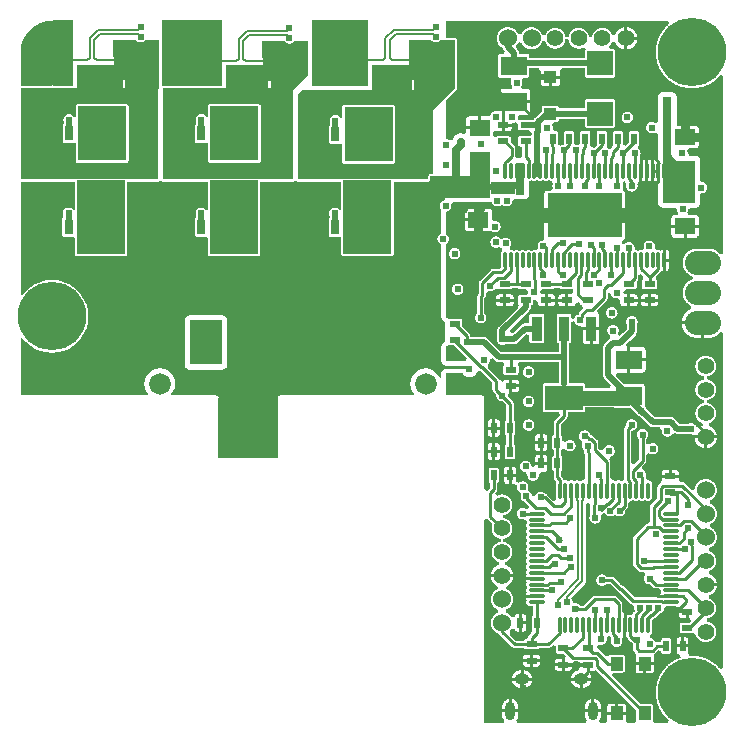
<source format=gtl>
G04*
G04 #@! TF.GenerationSoftware,Altium Limited,Altium Designer,19.1.8 (144)*
G04*
G04 Layer_Physical_Order=1*
G04 Layer_Color=255*
%FSLAX25Y25*%
%MOIN*%
G70*
G01*
G75*
%ADD10C,0.01000*%
%ADD17R,0.07087X0.05512*%
%ADD18R,0.07087X0.13189*%
%ADD19R,0.03937X0.00500*%
%ADD20R,0.04331X0.06693*%
%ADD21R,0.02756X0.05118*%
%ADD22R,0.04331X0.03347*%
%ADD23R,0.03740X0.01968*%
%ADD24R,0.24803X0.14567*%
%ADD25O,0.01181X0.05512*%
%ADD26C,0.02400*%
%ADD27R,0.03543X0.08465*%
%ADD28R,0.12598X0.08465*%
%ADD29R,0.09055X0.06496*%
%ADD30R,0.04200X0.04500*%
%ADD31O,0.05512X0.01181*%
%ADD32R,0.01968X0.03740*%
%ADD33R,0.08661X0.08071*%
%ADD34R,0.20000X0.20000*%
%ADD35R,0.04331X0.03937*%
%ADD36R,0.11000X0.15000*%
%ADD63C,0.02000*%
%ADD64C,0.03000*%
%ADD65C,0.00800*%
%ADD66C,0.05000*%
%ADD67C,0.02500*%
%ADD68R,0.05192X0.07896*%
%ADD69R,0.19095X0.22047*%
%ADD70R,0.06988X0.21949*%
%ADD71R,0.19980X0.22015*%
%ADD72R,0.11024X0.14173*%
%ADD73R,0.16142X0.24803*%
%ADD74R,0.16142X0.18110*%
%ADD75R,0.19851X0.07284*%
%ADD76R,0.07087X0.05906*%
%ADD77R,0.03150X0.10532*%
%ADD78R,0.08391X0.04474*%
%ADD79R,0.03150X0.21260*%
%ADD80R,0.15256X0.08485*%
%ADD81R,0.14370X0.08071*%
%ADD82R,0.13780X0.09594*%
%ADD83C,0.22835*%
%ADD84C,0.07200*%
%ADD85C,0.05512*%
%ADD86C,0.06000*%
%ADD87O,0.12000X0.08000*%
%ADD88O,0.04921X0.03740*%
%ADD89O,0.03347X0.06102*%
G36*
X-90551Y-23622D02*
X-97638Y-30709D01*
Y-52042D01*
X-98591D01*
X-98865Y-52096D01*
X-99096Y-52251D01*
X-99251Y-52483D01*
X-99305Y-52756D01*
Y-53937D01*
X-142913D01*
Y-25591D01*
X-141552Y-24229D01*
X-104011D01*
Y-15650D01*
X-104013Y-15637D01*
X-103962Y-15301D01*
X-103664Y-15083D01*
X-103432Y-14928D01*
X-103278Y-14696D01*
X-103223Y-14423D01*
Y-13923D01*
X-103278Y-13650D01*
X-103432Y-13419D01*
X-103664Y-13264D01*
X-103937Y-13209D01*
X-105368D01*
X-105476Y-13137D01*
X-105905Y-13052D01*
Y-7480D01*
X-98355D01*
X-98220Y-7682D01*
X-97592Y-8102D01*
X-96850Y-8249D01*
X-96109Y-8102D01*
X-95481Y-7682D01*
X-95346Y-7480D01*
X-90551D01*
Y-23622D01*
D02*
G37*
G36*
X-188976D02*
X-189370Y-24016D01*
Y-53937D01*
X-235150D01*
Y-23622D01*
X-200566D01*
Y-15531D01*
X-200620Y-15258D01*
X-200775Y-15026D01*
X-201006Y-14871D01*
X-201257Y-14821D01*
X-201282Y-14814D01*
X-201648Y-14423D01*
Y-13923D01*
X-201703Y-13650D01*
X-201857Y-13419D01*
X-202089Y-13264D01*
X-202362Y-13209D01*
X-203793D01*
X-203902Y-13137D01*
X-204331Y-13052D01*
Y-7480D01*
X-196780D01*
X-196645Y-7682D01*
X-196017Y-8102D01*
X-195276Y-8249D01*
X-194534Y-8102D01*
X-193906Y-7682D01*
X-193771Y-7480D01*
X-188976D01*
Y-23622D01*
D02*
G37*
G36*
X-139370Y-19291D02*
X-144488Y-24409D01*
X-144488D01*
Y-53937D01*
X-187795D01*
Y-23536D01*
X-151944D01*
Y-15846D01*
X-151998Y-15573D01*
X-152153Y-15342D01*
X-152230Y-15290D01*
X-152096Y-15090D01*
X-152042Y-14817D01*
Y-14317D01*
X-152096Y-14044D01*
X-152251Y-13812D01*
X-152483Y-13658D01*
X-152756Y-13603D01*
X-154187D01*
X-154295Y-13531D01*
X-154724Y-13445D01*
Y-7874D01*
X-147174D01*
X-147039Y-8075D01*
X-146411Y-8495D01*
X-145669Y-8643D01*
X-144928Y-8495D01*
X-144299Y-8075D01*
X-144165Y-7874D01*
X-139370D01*
X-139370Y-19291D01*
D02*
G37*
G36*
X-224803Y-1071D02*
X-224520D01*
X-219193Y-6398D01*
Y-8957D01*
X-224705Y-22835D01*
X-235150D01*
Y-11417D01*
X-235168Y-11327D01*
X-234978Y-9393D01*
X-234387Y-7447D01*
X-233429Y-5654D01*
X-232138Y-4082D01*
X-230566Y-2792D01*
X-228773Y-1833D01*
X-226827Y-1243D01*
X-224894Y-1053D01*
X-224803Y-1071D01*
D02*
G37*
G36*
X-19101Y-1959D02*
X-19106Y-2051D01*
X-19311Y-2222D01*
X-19541Y-2425D01*
X-19766Y-2634D01*
X-19986Y-2848D01*
X-20201Y-3068D01*
X-20409Y-3293D01*
X-20612Y-3524D01*
X-20809Y-3759D01*
X-21000Y-4000D01*
X-21185Y-4245D01*
X-21364Y-4495D01*
X-21536Y-4749D01*
X-21701Y-5007D01*
X-21860Y-5270D01*
X-22013Y-5536D01*
X-22159Y-5807D01*
X-22297Y-6081D01*
X-22429Y-6358D01*
X-22554Y-6638D01*
X-22671Y-6922D01*
X-22781Y-7209D01*
X-22884Y-7498D01*
X-22980Y-7790D01*
X-23068Y-8084D01*
X-23149Y-8380D01*
X-23222Y-8678D01*
X-23288Y-8978D01*
X-23346Y-9279D01*
X-23396Y-9582D01*
X-23438Y-9886D01*
X-23473Y-10191D01*
X-23501Y-10497D01*
X-23520Y-10803D01*
X-23532Y-11110D01*
X-23536Y-11417D01*
X-23532Y-11724D01*
X-23520Y-12031D01*
X-23501Y-12337D01*
X-23473Y-12643D01*
X-23438Y-12948D01*
X-23396Y-13252D01*
X-23346Y-13555D01*
X-23288Y-13857D01*
X-23222Y-14157D01*
X-23149Y-14455D01*
X-23068Y-14751D01*
X-22980Y-15045D01*
X-22884Y-15337D01*
X-22781Y-15626D01*
X-22671Y-15913D01*
X-22554Y-16196D01*
X-22429Y-16477D01*
X-22297Y-16754D01*
X-22159Y-17028D01*
X-22013Y-17298D01*
X-21860Y-17565D01*
X-21701Y-17828D01*
X-21536Y-18086D01*
X-21364Y-18340D01*
X-21185Y-18590D01*
X-21000Y-18835D01*
X-20809Y-19075D01*
X-20612Y-19311D01*
X-20409Y-19541D01*
X-20201Y-19766D01*
X-19986Y-19986D01*
X-19766Y-20201D01*
X-19541Y-20409D01*
X-19311Y-20612D01*
X-19075Y-20809D01*
X-18835Y-21000D01*
X-18590Y-21185D01*
X-18340Y-21364D01*
X-18086Y-21536D01*
X-17828Y-21701D01*
X-17565Y-21860D01*
X-17298Y-22013D01*
X-17028Y-22159D01*
X-16754Y-22297D01*
X-16477Y-22429D01*
X-16196Y-22554D01*
X-15913Y-22671D01*
X-15626Y-22781D01*
X-15337Y-22884D01*
X-15045Y-22980D01*
X-14751Y-23068D01*
X-14455Y-23149D01*
X-14157Y-23222D01*
X-13857Y-23288D01*
X-13555Y-23346D01*
X-13252Y-23396D01*
X-12948Y-23438D01*
X-12643Y-23473D01*
X-12337Y-23501D01*
X-12031Y-23520D01*
X-11724Y-23532D01*
X-11417Y-23536D01*
X-11110Y-23532D01*
X-10803Y-23520D01*
X-10497Y-23501D01*
X-10191Y-23473D01*
X-9886Y-23438D01*
X-9582Y-23396D01*
X-9279Y-23346D01*
X-8978Y-23288D01*
X-8678Y-23222D01*
X-8380Y-23149D01*
X-8084Y-23068D01*
X-7790Y-22980D01*
X-7498Y-22884D01*
X-7209Y-22781D01*
X-6922Y-22671D01*
X-6638Y-22554D01*
X-6358Y-22429D01*
X-6081Y-22297D01*
X-5807Y-22159D01*
X-5536Y-22013D01*
X-5270Y-21860D01*
X-5007Y-21701D01*
X-4749Y-21536D01*
X-4495Y-21364D01*
X-4245Y-21185D01*
X-4000Y-21000D01*
X-3759Y-20809D01*
X-3524Y-20612D01*
X-3293Y-20409D01*
X-3068Y-20201D01*
X-2848Y-19986D01*
X-2634Y-19766D01*
X-2425Y-19541D01*
X-2222Y-19311D01*
X-2051Y-19106D01*
X-1960Y-19101D01*
X-1051Y-19455D01*
Y-78655D01*
X-1687Y-78951D01*
X-2051Y-78959D01*
X-2071Y-78930D01*
X-2182Y-78783D01*
X-2299Y-78640D01*
X-2422Y-78502D01*
X-2550Y-78369D01*
X-2683Y-78241D01*
X-2821Y-78118D01*
X-2964Y-78001D01*
X-3111Y-77890D01*
X-3262Y-77784D01*
X-3418Y-77685D01*
X-3577Y-77591D01*
X-3740Y-77504D01*
X-3906Y-77424D01*
X-4075Y-77350D01*
X-4247Y-77283D01*
X-4421Y-77222D01*
X-4598Y-77169D01*
X-4777Y-77122D01*
X-4957Y-77082D01*
X-5139Y-77050D01*
X-5322Y-77025D01*
X-5505Y-77007D01*
X-5689Y-76996D01*
X-5874Y-76992D01*
X-9874D01*
X-10059Y-76996D01*
X-10243Y-77007D01*
X-10427Y-77025D01*
X-10609Y-77050D01*
X-10791Y-77082D01*
X-10971Y-77122D01*
X-11150Y-77169D01*
X-11327Y-77222D01*
X-11501Y-77283D01*
X-11673Y-77350D01*
X-11842Y-77424D01*
X-12008Y-77504D01*
X-12171Y-77591D01*
X-12330Y-77685D01*
X-12486Y-77784D01*
X-12637Y-77890D01*
X-12784Y-78001D01*
X-12927Y-78118D01*
X-13065Y-78241D01*
X-13198Y-78369D01*
X-13326Y-78502D01*
X-13449Y-78640D01*
X-13566Y-78783D01*
X-13677Y-78930D01*
X-13783Y-79081D01*
X-13882Y-79237D01*
X-13976Y-79396D01*
X-14063Y-79559D01*
X-14143Y-79725D01*
X-14217Y-79894D01*
X-14284Y-80066D01*
X-14345Y-80240D01*
X-14398Y-80417D01*
X-14445Y-80595D01*
X-14485Y-80776D01*
X-14517Y-80958D01*
X-14542Y-81140D01*
X-14560Y-81324D01*
X-14571Y-81508D01*
X-14575Y-81693D01*
X-14571Y-81877D01*
X-14560Y-82062D01*
X-14542Y-82245D01*
X-14517Y-82428D01*
X-14485Y-82610D01*
X-14445Y-82790D01*
X-14398Y-82969D01*
X-14345Y-83146D01*
X-14284Y-83320D01*
X-14217Y-83492D01*
X-14143Y-83661D01*
X-14063Y-83827D01*
X-13976Y-83990D01*
X-13882Y-84149D01*
X-13783Y-84305D01*
X-13677Y-84456D01*
X-13566Y-84603D01*
X-13449Y-84746D01*
X-13326Y-84884D01*
X-13198Y-85017D01*
X-13065Y-85145D01*
X-12927Y-85268D01*
X-12784Y-85385D01*
X-12637Y-85496D01*
X-12486Y-85602D01*
X-12330Y-85701D01*
X-12171Y-85794D01*
X-12008Y-85881D01*
X-11842Y-85962D01*
X-11673Y-86036D01*
X-11501Y-86103D01*
X-11327Y-86164D01*
X-11296Y-86173D01*
X-11150Y-86662D01*
Y-86724D01*
X-11296Y-87213D01*
X-11327Y-87222D01*
X-11501Y-87283D01*
X-11673Y-87350D01*
X-11842Y-87424D01*
X-12008Y-87504D01*
X-12171Y-87591D01*
X-12330Y-87685D01*
X-12486Y-87784D01*
X-12637Y-87890D01*
X-12784Y-88001D01*
X-12927Y-88118D01*
X-13065Y-88241D01*
X-13198Y-88369D01*
X-13326Y-88502D01*
X-13449Y-88640D01*
X-13566Y-88783D01*
X-13677Y-88930D01*
X-13783Y-89081D01*
X-13882Y-89237D01*
X-13976Y-89396D01*
X-14063Y-89559D01*
X-14143Y-89725D01*
X-14217Y-89894D01*
X-14284Y-90066D01*
X-14345Y-90240D01*
X-14398Y-90417D01*
X-14445Y-90596D01*
X-14485Y-90776D01*
X-14517Y-90957D01*
X-14542Y-91140D01*
X-14560Y-91324D01*
X-14571Y-91508D01*
X-14575Y-91693D01*
X-14571Y-91878D01*
X-14560Y-92062D01*
X-14542Y-92245D01*
X-14517Y-92428D01*
X-14485Y-92610D01*
X-14445Y-92790D01*
X-14398Y-92969D01*
X-14345Y-93146D01*
X-14284Y-93320D01*
X-14217Y-93492D01*
X-14143Y-93661D01*
X-14063Y-93827D01*
X-13976Y-93990D01*
X-13882Y-94149D01*
X-13783Y-94305D01*
X-13677Y-94456D01*
X-13566Y-94603D01*
X-13449Y-94746D01*
X-13326Y-94884D01*
X-13198Y-95017D01*
X-13065Y-95145D01*
X-12927Y-95267D01*
X-12784Y-95385D01*
X-12637Y-95496D01*
X-12486Y-95602D01*
X-12330Y-95701D01*
X-12171Y-95794D01*
X-12008Y-95881D01*
X-11842Y-95962D01*
X-11762Y-95997D01*
X-11646Y-96420D01*
X-11635Y-96576D01*
X-11774Y-97067D01*
X-11788Y-97073D01*
X-11968Y-97151D01*
X-12144Y-97237D01*
X-12318Y-97330D01*
X-12487Y-97429D01*
X-12652Y-97535D01*
X-12813Y-97647D01*
X-12970Y-97766D01*
X-13122Y-97890D01*
X-13269Y-98021D01*
X-13410Y-98157D01*
X-13546Y-98298D01*
X-13677Y-98445D01*
X-13801Y-98597D01*
X-13920Y-98753D01*
X-14032Y-98914D01*
X-14138Y-99080D01*
X-14237Y-99249D01*
X-14330Y-99423D01*
X-14416Y-99599D01*
X-14494Y-99779D01*
X-14566Y-99962D01*
X-14630Y-100147D01*
X-14687Y-100336D01*
X-14737Y-100525D01*
X-14779Y-100717D01*
X-14813Y-100911D01*
X-14840Y-101105D01*
X-14849Y-101193D01*
X-7874D01*
Y-101693D01*
X-7374D01*
Y-106694D01*
X-5874D01*
X-5678Y-106690D01*
X-5482Y-106678D01*
X-5286Y-106659D01*
X-5092Y-106632D01*
X-4898Y-106598D01*
X-4707Y-106556D01*
X-4517Y-106506D01*
X-4329Y-106449D01*
X-4143Y-106385D01*
X-3960Y-106313D01*
X-3780Y-106235D01*
X-3604Y-106149D01*
X-3430Y-106056D01*
X-3261Y-105957D01*
X-3096Y-105851D01*
X-2935Y-105739D01*
X-2778Y-105620D01*
X-2626Y-105496D01*
X-2479Y-105365D01*
X-2338Y-105229D01*
X-2202Y-105088D01*
X-2071Y-104941D01*
X-2051Y-104916D01*
X-1624Y-104960D01*
X-1051Y-105262D01*
Y-216766D01*
X-1960Y-217119D01*
X-2051Y-217115D01*
X-2222Y-216910D01*
X-2425Y-216679D01*
X-2634Y-216454D01*
X-2848Y-216234D01*
X-3068Y-216020D01*
X-3293Y-215811D01*
X-3524Y-215608D01*
X-3759Y-215411D01*
X-4000Y-215220D01*
X-4245Y-215036D01*
X-4495Y-214857D01*
X-4749Y-214685D01*
X-5007Y-214519D01*
X-5270Y-214360D01*
X-5536Y-214208D01*
X-5807Y-214062D01*
X-6081Y-213923D01*
X-6358Y-213792D01*
X-6638Y-213667D01*
X-6922Y-213549D01*
X-7209Y-213439D01*
X-7498Y-213336D01*
X-7790Y-213241D01*
X-8084Y-213152D01*
X-8380Y-213072D01*
X-8678Y-212999D01*
X-8978Y-212933D01*
X-9279Y-212875D01*
X-9582Y-212825D01*
X-9886Y-212782D01*
X-10191Y-212747D01*
X-10497Y-212720D01*
X-10803Y-212700D01*
X-11110Y-212689D01*
X-11417Y-212685D01*
X-11724Y-212689D01*
X-12031Y-212700D01*
X-12214Y-212712D01*
X-12546Y-212334D01*
X-12738Y-211754D01*
X-12731Y-211742D01*
X-12698Y-211661D01*
X-12672Y-211578D01*
X-12653Y-211493D01*
X-12641Y-211406D01*
X-12638Y-211319D01*
Y-209949D01*
X-14623D01*
X-16608D01*
Y-211319D01*
X-16604Y-211406D01*
X-16593Y-211493D01*
X-16574Y-211578D01*
X-16548Y-211661D01*
X-16514Y-211742D01*
X-16474Y-211819D01*
X-16427Y-211893D01*
X-16374Y-211962D01*
X-16315Y-212027D01*
X-16251Y-212086D01*
X-16181Y-212139D01*
X-16108Y-212186D01*
X-16030Y-212226D01*
X-15949Y-212260D01*
X-15866Y-212286D01*
X-15781Y-212305D01*
X-15694Y-212316D01*
X-15607Y-212320D01*
X-15447D01*
X-15287Y-213320D01*
X-15337Y-213336D01*
X-15626Y-213439D01*
X-15913Y-213549D01*
X-16196Y-213667D01*
X-16477Y-213792D01*
X-16754Y-213923D01*
X-17028Y-214062D01*
X-17298Y-214208D01*
X-17565Y-214360D01*
X-17828Y-214519D01*
X-18086Y-214685D01*
X-18340Y-214857D01*
X-18590Y-215036D01*
X-18835Y-215220D01*
X-19075Y-215411D01*
X-19311Y-215608D01*
X-19541Y-215811D01*
X-19766Y-216020D01*
X-19986Y-216234D01*
X-20201Y-216454D01*
X-20409Y-216679D01*
X-20612Y-216910D01*
X-20809Y-217145D01*
X-21000Y-217386D01*
X-21185Y-217631D01*
X-21364Y-217880D01*
X-21536Y-218134D01*
X-21701Y-218393D01*
X-21860Y-218656D01*
X-22013Y-218922D01*
X-22159Y-219192D01*
X-22297Y-219466D01*
X-22429Y-219744D01*
X-22554Y-220024D01*
X-22671Y-220308D01*
X-22781Y-220594D01*
X-22884Y-220884D01*
X-22980Y-221175D01*
X-23068Y-221469D01*
X-23149Y-221766D01*
X-23222Y-222064D01*
X-23288Y-222364D01*
X-23346Y-222665D01*
X-23396Y-222968D01*
X-23438Y-223272D01*
X-23473Y-223577D01*
X-23501Y-223883D01*
X-23520Y-224189D01*
X-23532Y-224496D01*
X-23536Y-224803D01*
X-23532Y-225110D01*
X-23520Y-225417D01*
X-23501Y-225723D01*
X-23473Y-226029D01*
X-23438Y-226334D01*
X-23396Y-226638D01*
X-23346Y-226941D01*
X-23288Y-227242D01*
X-23222Y-227542D01*
X-23149Y-227841D01*
X-23068Y-228137D01*
X-22980Y-228431D01*
X-22884Y-228723D01*
X-22781Y-229012D01*
X-22671Y-229298D01*
X-22554Y-229582D01*
X-22429Y-229863D01*
X-22297Y-230140D01*
X-22159Y-230414D01*
X-22013Y-230684D01*
X-21860Y-230951D01*
X-21701Y-231213D01*
X-21536Y-231472D01*
X-21364Y-231726D01*
X-21185Y-231976D01*
X-21000Y-232221D01*
X-20809Y-232461D01*
X-20612Y-232697D01*
X-20409Y-232927D01*
X-20201Y-233152D01*
X-19986Y-233372D01*
X-19766Y-233586D01*
X-19541Y-233795D01*
X-19311Y-233998D01*
X-19106Y-234170D01*
X-19101Y-234261D01*
X-19455Y-235170D01*
X-23713D01*
X-23994Y-234936D01*
X-24334Y-234352D01*
X-24363Y-234230D01*
X-24366Y-234170D01*
X-24364Y-234140D01*
Y-229640D01*
X-24368Y-229571D01*
X-24378Y-229503D01*
X-24395Y-229436D01*
X-24418Y-229372D01*
X-24447Y-229309D01*
X-24483Y-229250D01*
X-24524Y-229195D01*
X-24570Y-229144D01*
X-24621Y-229098D01*
X-24676Y-229057D01*
X-24735Y-229022D01*
X-24797Y-228992D01*
X-24862Y-228969D01*
X-24929Y-228952D01*
X-24997Y-228942D01*
X-25065Y-228939D01*
X-28418D01*
X-38052Y-219305D01*
X-37637Y-218305D01*
X-34514D01*
X-34446Y-218302D01*
X-34377Y-218292D01*
X-34311Y-218275D01*
X-34246Y-218252D01*
X-34184Y-218222D01*
X-34125Y-218187D01*
X-34070Y-218146D01*
X-34019Y-218100D01*
X-33972Y-218049D01*
X-33931Y-217994D01*
X-33896Y-217935D01*
X-33867Y-217873D01*
X-33843Y-217808D01*
X-33827Y-217741D01*
X-33817Y-217673D01*
X-33813Y-217604D01*
Y-213104D01*
X-33817Y-213036D01*
X-33827Y-212968D01*
X-33843Y-212901D01*
X-33867Y-212836D01*
X-33896Y-212774D01*
X-33931Y-212715D01*
X-33972Y-212660D01*
X-34019Y-212609D01*
X-34070Y-212563D01*
X-34125Y-212522D01*
X-34184Y-212486D01*
X-34246Y-212457D01*
X-34311Y-212434D01*
X-34377Y-212417D01*
X-34446Y-212407D01*
X-34514Y-212403D01*
X-38714D01*
X-38783Y-212407D01*
X-38851Y-212417D01*
X-38918Y-212434D01*
X-38982Y-212457D01*
X-39044Y-212486D01*
X-39103Y-212522D01*
X-39159Y-212563D01*
X-39210Y-212609D01*
X-39398Y-212683D01*
X-40044Y-212787D01*
X-40371Y-212731D01*
X-42143Y-210959D01*
X-42212Y-210895D01*
X-42286Y-210836D01*
X-42364Y-210784D01*
X-42447Y-210738D01*
X-42532Y-210698D01*
X-42621Y-210666D01*
X-43103Y-209913D01*
X-43169Y-209688D01*
X-43153Y-209641D01*
X-43106Y-209592D01*
X-42396Y-209000D01*
X-42286Y-209031D01*
X-42173Y-209055D01*
X-42060Y-209072D01*
X-41945Y-209083D01*
X-41831Y-209086D01*
X-41716Y-209083D01*
X-41602Y-209072D01*
X-41488Y-209055D01*
X-41376Y-209031D01*
X-41265Y-209000D01*
X-41157Y-208962D01*
X-41051Y-208918D01*
X-40947Y-208868D01*
X-40847Y-208812D01*
X-40751Y-208749D01*
X-40658Y-208681D01*
X-40570Y-208608D01*
X-40487Y-208529D01*
X-40408Y-208446D01*
X-40334Y-208357D01*
X-40266Y-208265D01*
X-40204Y-208168D01*
X-40148Y-208068D01*
X-40097Y-207965D01*
X-40053Y-207859D01*
X-40016Y-207751D01*
X-39985Y-207640D01*
X-39961Y-207528D01*
X-39944Y-207414D01*
X-39933Y-207300D01*
X-39930Y-207185D01*
X-39933Y-207070D01*
X-39939Y-207014D01*
X-39928Y-206873D01*
X-39916Y-206813D01*
X-39850Y-206604D01*
X-39770Y-206431D01*
X-38967Y-206204D01*
X-38950Y-206204D01*
X-38673Y-206472D01*
X-38607Y-206563D01*
X-38329Y-207056D01*
X-38348Y-207094D01*
X-38391Y-207200D01*
X-38429Y-207308D01*
X-38460Y-207419D01*
X-38484Y-207531D01*
X-38501Y-207645D01*
X-38511Y-207759D01*
X-38515Y-207874D01*
X-38511Y-207988D01*
X-38501Y-208103D01*
X-38484Y-208216D01*
X-38460Y-208329D01*
X-38429Y-208439D01*
X-38391Y-208548D01*
X-38348Y-208654D01*
X-38297Y-208757D01*
X-38241Y-208857D01*
X-38179Y-208953D01*
X-38110Y-209046D01*
X-38037Y-209134D01*
X-37958Y-209218D01*
X-37875Y-209296D01*
X-37786Y-209370D01*
X-37694Y-209438D01*
X-37598Y-209500D01*
X-37497Y-209557D01*
X-37394Y-209607D01*
X-37288Y-209651D01*
X-37180Y-209688D01*
X-37069Y-209719D01*
X-36957Y-209743D01*
X-36843Y-209761D01*
X-36729Y-209771D01*
X-36614Y-209774D01*
X-36499Y-209771D01*
X-36385Y-209761D01*
X-36272Y-209743D01*
X-36159Y-209719D01*
X-36049Y-209688D01*
X-35940Y-209651D01*
X-35834Y-209607D01*
X-35731Y-209557D01*
X-35631Y-209500D01*
X-35534Y-209438D01*
X-35442Y-209370D01*
X-35354Y-209296D01*
X-35270Y-209218D01*
X-35191Y-209134D01*
X-35118Y-209046D01*
X-35050Y-208953D01*
X-34987Y-208857D01*
X-34931Y-208757D01*
X-34881Y-208654D01*
X-34837Y-208548D01*
X-34799Y-208439D01*
X-34769Y-208329D01*
X-34744Y-208216D01*
X-34727Y-208103D01*
X-34717Y-207988D01*
X-34713Y-207874D01*
X-34717Y-207759D01*
X-34727Y-207645D01*
X-34744Y-207531D01*
X-34769Y-207419D01*
X-34799Y-207308D01*
X-34837Y-207200D01*
X-34856Y-207154D01*
X-34708Y-206802D01*
X-34616Y-206656D01*
X-34506Y-206539D01*
X-34456Y-206503D01*
Y-202559D01*
X-33456D01*
Y-206361D01*
X-33361Y-206399D01*
X-33229Y-206498D01*
X-33098Y-206660D01*
X-33058Y-206746D01*
X-33012Y-206828D01*
X-32960Y-206907D01*
X-32901Y-206981D01*
X-32837Y-207050D01*
X-31679Y-208208D01*
X-31679Y-208208D01*
X-31610Y-208272D01*
X-31536Y-208331D01*
X-31457Y-208383D01*
X-31375Y-208429D01*
X-31289Y-208469D01*
X-31201Y-208501D01*
X-31192Y-208504D01*
X-31172Y-208531D01*
X-31149Y-208559D01*
Y-210265D01*
X-31149Y-210266D01*
X-31145Y-210360D01*
X-31134Y-210454D01*
X-31115Y-210546D01*
X-31090Y-210637D01*
X-31057Y-210725D01*
X-31018Y-210811D01*
X-30972Y-210893D01*
X-30919Y-210972D01*
X-30861Y-211046D01*
X-30797Y-211115D01*
X-30426Y-211485D01*
X-30326Y-211651D01*
X-30005Y-212329D01*
X-30015Y-212375D01*
X-30085Y-212530D01*
X-30132Y-212604D01*
X-30173Y-212681D01*
X-30206Y-212762D01*
X-30232Y-212845D01*
X-30251Y-212930D01*
X-30263Y-213017D01*
X-30266Y-213104D01*
Y-214854D01*
X-27166D01*
X-24064D01*
Y-213104D01*
X-24068Y-213017D01*
X-24068Y-213017D01*
X-24080Y-212930D01*
X-24080Y-212930D01*
X-24099Y-212845D01*
X-24099Y-212845D01*
X-24126Y-212707D01*
X-24129Y-212533D01*
X-24100Y-212381D01*
X-24036Y-212237D01*
X-23932Y-212091D01*
X-23817Y-211975D01*
X-23747Y-211911D01*
X-22708Y-210871D01*
X-21708Y-211185D01*
Y-211319D01*
X-21705Y-211388D01*
X-21695Y-211456D01*
X-21678Y-211522D01*
X-21655Y-211587D01*
X-21625Y-211649D01*
X-21590Y-211708D01*
X-21549Y-211764D01*
X-21503Y-211814D01*
X-21452Y-211861D01*
X-21396Y-211902D01*
X-21338Y-211937D01*
X-21275Y-211966D01*
X-21211Y-211990D01*
X-21144Y-212006D01*
X-21076Y-212016D01*
X-21007Y-212020D01*
X-19039D01*
X-18970Y-212016D01*
X-18902Y-212006D01*
X-18835Y-211990D01*
X-18770Y-211966D01*
X-18708Y-211937D01*
X-18649Y-211902D01*
X-18594Y-211861D01*
X-18543Y-211814D01*
X-18497Y-211764D01*
X-18456Y-211708D01*
X-18420Y-211649D01*
X-18391Y-211587D01*
X-18368Y-211522D01*
X-18351Y-211456D01*
X-18341Y-211388D01*
X-18338Y-211319D01*
Y-207579D01*
X-18341Y-207510D01*
X-18351Y-207442D01*
X-18368Y-207375D01*
X-18391Y-207311D01*
X-18420Y-207248D01*
X-18456Y-207189D01*
X-18497Y-207134D01*
X-18543Y-207083D01*
X-18594Y-207037D01*
X-18649Y-206996D01*
X-18708Y-206961D01*
X-18770Y-206931D01*
X-18835Y-206908D01*
X-18902Y-206891D01*
X-18970Y-206881D01*
X-19039Y-206878D01*
X-21007D01*
X-21076Y-206881D01*
X-21144Y-206891D01*
X-21211Y-206908D01*
X-21275Y-206931D01*
X-21338Y-206961D01*
X-21396Y-206996D01*
X-21452Y-207037D01*
X-21503Y-207083D01*
X-21549Y-207134D01*
X-21590Y-207189D01*
X-21625Y-207248D01*
X-21655Y-207311D01*
X-21678Y-207375D01*
X-21695Y-207442D01*
X-21705Y-207510D01*
X-21708Y-207579D01*
Y-208248D01*
X-22984D01*
X-22984Y-208248D01*
X-23078Y-208252D01*
X-23172Y-208263D01*
X-23283Y-208274D01*
X-23529Y-208185D01*
X-23673Y-208085D01*
X-23808Y-207935D01*
X-23907Y-207778D01*
X-23907Y-207778D01*
X-23964Y-207678D01*
X-23964Y-207678D01*
X-24026Y-207582D01*
X-24094Y-207489D01*
X-24168Y-207401D01*
X-24246Y-207317D01*
X-24330Y-207239D01*
X-24418Y-207165D01*
X-24511Y-207097D01*
X-24607Y-207035D01*
X-24707Y-206978D01*
X-24810Y-206928D01*
X-24916Y-206884D01*
X-25025Y-206847D01*
X-25136Y-206816D01*
X-25144Y-206814D01*
X-25364Y-206357D01*
X-25374Y-206285D01*
X-25329Y-205773D01*
X-25324Y-205769D01*
X-25244Y-205707D01*
X-25169Y-205638D01*
X-25101Y-205563D01*
X-25038Y-205484D01*
X-24982Y-205399D01*
X-24932Y-205311D01*
X-24889Y-205219D01*
X-24854Y-205123D01*
X-24827Y-205026D01*
X-24807Y-204926D01*
X-24795Y-204826D01*
X-24791Y-204724D01*
Y-200702D01*
X-24518Y-200429D01*
X-24463Y-200418D01*
X-24373Y-200393D01*
X-24284Y-200360D01*
X-24198Y-200320D01*
X-24116Y-200274D01*
X-24038Y-200222D01*
X-23964Y-200164D01*
X-23895Y-200100D01*
X-22543Y-198748D01*
X-22523Y-198748D01*
X-22409Y-198737D01*
X-22295Y-198720D01*
X-22183Y-198696D01*
X-22072Y-198665D01*
X-21964Y-198628D01*
X-21858Y-198584D01*
X-21754Y-198533D01*
X-21654Y-198477D01*
X-21558Y-198415D01*
X-21465Y-198347D01*
X-21377Y-198273D01*
X-21294Y-198195D01*
X-21215Y-198111D01*
X-21141Y-198023D01*
X-21073Y-197930D01*
X-21011Y-197834D01*
X-20955Y-197734D01*
X-20904Y-197631D01*
X-20861Y-197524D01*
X-20823Y-197416D01*
X-20792Y-197305D01*
X-20768Y-197193D01*
X-20751Y-197080D01*
X-20740Y-196965D01*
Y-196965D01*
X-20711Y-196827D01*
X-20121Y-196299D01*
X-20089Y-196277D01*
X-20034Y-196248D01*
X-19823Y-196173D01*
X-16633D01*
X-16361Y-196333D01*
X-15909Y-196948D01*
X-15867Y-197089D01*
X-15863Y-197134D01*
Y-197587D01*
X-12992D01*
Y-198087D01*
X-12492D01*
Y-200073D01*
X-12240D01*
X-11826Y-201073D01*
X-12556Y-201802D01*
X-14862D01*
X-14931Y-201806D01*
X-14999Y-201816D01*
X-15066Y-201833D01*
X-15130Y-201856D01*
X-15193Y-201885D01*
X-15252Y-201920D01*
X-15307Y-201961D01*
X-15358Y-202008D01*
X-15404Y-202059D01*
X-15445Y-202114D01*
X-15480Y-202173D01*
X-15510Y-202235D01*
X-15533Y-202300D01*
X-15550Y-202366D01*
X-15560Y-202434D01*
X-15563Y-202503D01*
Y-204472D01*
X-15560Y-204540D01*
X-15550Y-204608D01*
X-15533Y-204675D01*
X-15510Y-204740D01*
X-15480Y-204802D01*
X-15445Y-204861D01*
X-15404Y-204916D01*
X-15358Y-204967D01*
X-15307Y-205013D01*
X-15252Y-205054D01*
X-15193Y-205090D01*
X-15130Y-205119D01*
X-15066Y-205142D01*
X-14999Y-205159D01*
X-14931Y-205169D01*
X-14862Y-205172D01*
X-11255D01*
X-11181Y-205175D01*
X-11045Y-205203D01*
X-10902Y-205260D01*
X-10654Y-205408D01*
X-10285Y-205685D01*
X-10167Y-205823D01*
X-10113Y-205973D01*
X-10052Y-206121D01*
X-9984Y-206265D01*
X-9910Y-206406D01*
X-9829Y-206544D01*
X-9742Y-206678D01*
X-9648Y-206808D01*
X-9549Y-206933D01*
X-9444Y-207053D01*
X-9334Y-207169D01*
X-9219Y-207279D01*
X-9098Y-207384D01*
X-8973Y-207483D01*
X-8843Y-207576D01*
X-8710Y-207663D01*
X-8572Y-207744D01*
X-8431Y-207819D01*
X-8286Y-207887D01*
X-8139Y-207948D01*
X-7988Y-208002D01*
X-7836Y-208049D01*
X-7681Y-208089D01*
X-7525Y-208122D01*
X-7367Y-208148D01*
X-7209Y-208167D01*
X-7050Y-208177D01*
X-6890Y-208181D01*
X-6730Y-208177D01*
X-6571Y-208167D01*
X-6412Y-208148D01*
X-6255Y-208122D01*
X-6098Y-208089D01*
X-5944Y-208049D01*
X-5791Y-208002D01*
X-5641Y-207948D01*
X-5494Y-207887D01*
X-5349Y-207819D01*
X-5208Y-207744D01*
X-5070Y-207663D01*
X-4936Y-207576D01*
X-4807Y-207483D01*
X-4681Y-207384D01*
X-4561Y-207279D01*
X-4445Y-207169D01*
X-4335Y-207053D01*
X-4230Y-206933D01*
X-4131Y-206808D01*
X-4038Y-206678D01*
X-3951Y-206544D01*
X-3870Y-206406D01*
X-3795Y-206265D01*
X-3728Y-206121D01*
X-3666Y-205973D01*
X-3612Y-205823D01*
X-3565Y-205670D01*
X-3525Y-205516D01*
X-3492Y-205360D01*
X-3466Y-205202D01*
X-3448Y-205043D01*
X-3437Y-204884D01*
X-3433Y-204724D01*
X-3437Y-204565D01*
X-3448Y-204405D01*
X-3466Y-204247D01*
X-3492Y-204089D01*
X-3525Y-203933D01*
X-3565Y-203778D01*
X-3612Y-203626D01*
X-3666Y-203476D01*
X-3728Y-203328D01*
X-3795Y-203184D01*
X-3870Y-203042D01*
X-3951Y-202905D01*
X-4038Y-202771D01*
X-4131Y-202641D01*
X-4230Y-202516D01*
X-4335Y-202396D01*
X-4445Y-202280D01*
X-4561Y-202170D01*
X-4681Y-202065D01*
X-4807Y-201966D01*
X-4936Y-201872D01*
X-5070Y-201785D01*
X-5208Y-201704D01*
X-5349Y-201630D01*
X-5494Y-201562D01*
X-5641Y-201501D01*
X-5791Y-201447D01*
X-5944Y-201399D01*
X-6098Y-201359D01*
X-6255Y-201326D01*
X-6412Y-201301D01*
X-6571Y-201282D01*
Y-200292D01*
X-6412Y-200274D01*
X-6255Y-200248D01*
X-6098Y-200215D01*
X-5944Y-200175D01*
X-5791Y-200128D01*
X-5641Y-200074D01*
X-5494Y-200013D01*
X-5349Y-199945D01*
X-5208Y-199870D01*
X-5070Y-199789D01*
X-4936Y-199702D01*
X-4807Y-199609D01*
X-4681Y-199510D01*
X-4561Y-199405D01*
X-4445Y-199295D01*
X-4335Y-199179D01*
X-4230Y-199059D01*
X-4131Y-198934D01*
X-4038Y-198804D01*
X-3951Y-198670D01*
X-3870Y-198532D01*
X-3795Y-198391D01*
X-3728Y-198247D01*
X-3666Y-198099D01*
X-3612Y-197949D01*
X-3565Y-197796D01*
X-3525Y-197642D01*
X-3492Y-197486D01*
X-3466Y-197328D01*
X-3448Y-197169D01*
X-3437Y-197010D01*
X-3433Y-196850D01*
X-3437Y-196691D01*
X-3448Y-196531D01*
X-3466Y-196373D01*
X-3492Y-196215D01*
X-3525Y-196059D01*
X-3565Y-195904D01*
X-3612Y-195752D01*
X-3666Y-195602D01*
X-3728Y-195454D01*
X-3795Y-195309D01*
X-3870Y-195168D01*
X-3951Y-195031D01*
X-4038Y-194897D01*
X-4131Y-194767D01*
X-4230Y-194642D01*
X-4335Y-194522D01*
X-4445Y-194406D01*
X-4561Y-194296D01*
X-4681Y-194191D01*
X-4807Y-194092D01*
X-4936Y-193999D01*
X-5070Y-193911D01*
X-5208Y-193830D01*
X-5349Y-193756D01*
X-5494Y-193688D01*
X-5641Y-193627D01*
X-5791Y-193573D01*
X-5857Y-193069D01*
X-5760Y-192559D01*
X-5605Y-192507D01*
X-5452Y-192447D01*
X-5302Y-192381D01*
X-5155Y-192309D01*
X-5011Y-192230D01*
X-4871Y-192145D01*
X-4735Y-192054D01*
X-4603Y-191957D01*
X-4475Y-191854D01*
X-4352Y-191746D01*
X-4233Y-191633D01*
X-4120Y-191514D01*
X-4012Y-191391D01*
X-3909Y-191263D01*
X-3812Y-191131D01*
X-3721Y-190995D01*
X-3636Y-190855D01*
X-3557Y-190711D01*
X-3485Y-190564D01*
X-3419Y-190414D01*
X-3360Y-190261D01*
X-3307Y-190106D01*
X-3261Y-189949D01*
X-3222Y-189789D01*
X-3190Y-189629D01*
X-3167Y-189476D01*
X-6890D01*
Y-188476D01*
X-3167D01*
X-3190Y-188324D01*
X-3222Y-188163D01*
X-3261Y-188004D01*
X-3307Y-187847D01*
X-3360Y-187691D01*
X-3419Y-187539D01*
X-3485Y-187389D01*
X-3557Y-187242D01*
X-3636Y-187098D01*
X-3721Y-186958D01*
X-3812Y-186822D01*
X-3909Y-186689D01*
X-4012Y-186562D01*
X-4120Y-186438D01*
X-4233Y-186320D01*
X-4352Y-186207D01*
X-4475Y-186099D01*
X-4603Y-185996D01*
X-4735Y-185899D01*
X-4871Y-185808D01*
X-5011Y-185723D01*
X-5155Y-185644D01*
X-5302Y-185572D01*
X-5452Y-185506D01*
X-5605Y-185446D01*
X-5760Y-185394D01*
X-5857Y-184884D01*
X-5791Y-184380D01*
X-5641Y-184326D01*
X-5494Y-184265D01*
X-5349Y-184197D01*
X-5208Y-184122D01*
X-5070Y-184041D01*
X-4936Y-183954D01*
X-4807Y-183861D01*
X-4681Y-183762D01*
X-4561Y-183657D01*
X-4445Y-183547D01*
X-4335Y-183431D01*
X-4230Y-183311D01*
X-4131Y-183186D01*
X-4038Y-183056D01*
X-3951Y-182922D01*
X-3870Y-182784D01*
X-3795Y-182643D01*
X-3728Y-182499D01*
X-3666Y-182351D01*
X-3612Y-182201D01*
X-3565Y-182048D01*
X-3525Y-181894D01*
X-3492Y-181738D01*
X-3466Y-181580D01*
X-3448Y-181421D01*
X-3437Y-181262D01*
X-3433Y-181102D01*
X-3437Y-180943D01*
X-3448Y-180783D01*
X-3466Y-180625D01*
X-3492Y-180467D01*
X-3525Y-180311D01*
X-3565Y-180156D01*
X-3612Y-180004D01*
X-3666Y-179854D01*
X-3728Y-179706D01*
X-3795Y-179561D01*
X-3870Y-179420D01*
X-3951Y-179283D01*
X-4038Y-179149D01*
X-4131Y-179019D01*
X-4230Y-178894D01*
X-4335Y-178773D01*
X-4445Y-178658D01*
X-4561Y-178548D01*
X-4681Y-178443D01*
X-4807Y-178344D01*
X-4936Y-178251D01*
X-5070Y-178163D01*
X-5208Y-178082D01*
X-5349Y-178008D01*
X-5494Y-177940D01*
X-5641Y-177879D01*
X-5791Y-177825D01*
X-5932Y-177781D01*
X-5942Y-177758D01*
X-5877Y-176788D01*
X-5714Y-176737D01*
X-5553Y-176679D01*
X-5395Y-176614D01*
X-5240Y-176541D01*
X-5089Y-176462D01*
X-4941Y-176375D01*
X-4798Y-176282D01*
X-4659Y-176182D01*
X-4525Y-176076D01*
X-4397Y-175963D01*
X-4273Y-175845D01*
X-4155Y-175722D01*
X-4042Y-175593D01*
X-3936Y-175459D01*
X-3836Y-175320D01*
X-3743Y-175177D01*
X-3656Y-175029D01*
X-3577Y-174878D01*
X-3504Y-174723D01*
X-3439Y-174565D01*
X-3381Y-174405D01*
X-3330Y-174241D01*
X-3287Y-174076D01*
X-3252Y-173908D01*
X-3224Y-173740D01*
X-3205Y-173570D01*
X-3193Y-173399D01*
X-3189Y-173228D01*
X-3193Y-173057D01*
X-3205Y-172887D01*
X-3224Y-172717D01*
X-3252Y-172548D01*
X-3287Y-172381D01*
X-3330Y-172215D01*
X-3381Y-172052D01*
X-3439Y-171891D01*
X-3504Y-171733D01*
X-3577Y-171579D01*
X-3656Y-171427D01*
X-3743Y-171280D01*
X-3836Y-171137D01*
X-3936Y-170998D01*
X-4042Y-170864D01*
X-4155Y-170735D01*
X-4273Y-170611D01*
X-4397Y-170493D01*
X-4525Y-170381D01*
X-4659Y-170275D01*
X-4798Y-170175D01*
X-4941Y-170082D01*
X-5089Y-169995D01*
X-5240Y-169915D01*
X-5395Y-169843D01*
X-5438Y-169825D01*
X-5553Y-169424D01*
Y-169159D01*
X-5438Y-168758D01*
X-5395Y-168740D01*
X-5240Y-168667D01*
X-5089Y-168588D01*
X-4941Y-168501D01*
X-4798Y-168408D01*
X-4659Y-168308D01*
X-4525Y-168202D01*
X-4397Y-168089D01*
X-4273Y-167971D01*
X-4155Y-167848D01*
X-4042Y-167719D01*
X-3936Y-167585D01*
X-3836Y-167446D01*
X-3743Y-167303D01*
X-3656Y-167155D01*
X-3577Y-167004D01*
X-3504Y-166849D01*
X-3439Y-166691D01*
X-3381Y-166531D01*
X-3330Y-166367D01*
X-3287Y-166202D01*
X-3252Y-166034D01*
X-3224Y-165866D01*
X-3205Y-165696D01*
X-3193Y-165525D01*
X-3189Y-165354D01*
X-3193Y-165183D01*
X-3205Y-165013D01*
X-3224Y-164843D01*
X-3252Y-164674D01*
X-3287Y-164507D01*
X-3330Y-164341D01*
X-3381Y-164178D01*
X-3439Y-164017D01*
X-3504Y-163859D01*
X-3577Y-163705D01*
X-3656Y-163553D01*
X-3743Y-163406D01*
X-3836Y-163263D01*
X-3936Y-163124D01*
X-4042Y-162990D01*
X-4155Y-162861D01*
X-4273Y-162737D01*
X-4397Y-162619D01*
X-4525Y-162507D01*
X-4659Y-162401D01*
X-4798Y-162301D01*
X-4941Y-162208D01*
X-5089Y-162121D01*
X-5240Y-162041D01*
X-5395Y-161969D01*
X-5438Y-161951D01*
X-5553Y-161550D01*
Y-161285D01*
X-5438Y-160884D01*
X-5395Y-160866D01*
X-5240Y-160793D01*
X-5089Y-160714D01*
X-4941Y-160627D01*
X-4798Y-160534D01*
X-4659Y-160434D01*
X-4525Y-160328D01*
X-4397Y-160215D01*
X-4273Y-160097D01*
X-4155Y-159974D01*
X-4042Y-159845D01*
X-3936Y-159711D01*
X-3836Y-159572D01*
X-3743Y-159429D01*
X-3656Y-159281D01*
X-3577Y-159130D01*
X-3504Y-158975D01*
X-3439Y-158817D01*
X-3381Y-158657D01*
X-3330Y-158493D01*
X-3287Y-158328D01*
X-3252Y-158160D01*
X-3224Y-157992D01*
X-3205Y-157822D01*
X-3193Y-157651D01*
X-3189Y-157480D01*
X-3193Y-157309D01*
X-3205Y-157139D01*
X-3224Y-156969D01*
X-3252Y-156800D01*
X-3287Y-156633D01*
X-3330Y-156467D01*
X-3381Y-156304D01*
X-3439Y-156143D01*
X-3504Y-155985D01*
X-3577Y-155831D01*
X-3656Y-155679D01*
X-3743Y-155532D01*
X-3836Y-155389D01*
X-3936Y-155250D01*
X-4042Y-155116D01*
X-4155Y-154987D01*
X-4273Y-154863D01*
X-4397Y-154745D01*
X-4525Y-154633D01*
X-4659Y-154527D01*
X-4798Y-154427D01*
X-4941Y-154334D01*
X-5089Y-154247D01*
X-5240Y-154167D01*
X-5395Y-154095D01*
X-5553Y-154029D01*
X-5714Y-153971D01*
X-5877Y-153921D01*
X-6042Y-153878D01*
X-6210Y-153842D01*
X-6379Y-153815D01*
X-6548Y-153795D01*
X-6719Y-153783D01*
X-6890Y-153779D01*
X-7061Y-153783D01*
X-7231Y-153795D01*
X-7401Y-153815D01*
X-7570Y-153842D01*
X-7737Y-153878D01*
X-7903Y-153921D01*
X-8066Y-153971D01*
X-8227Y-154029D01*
X-8385Y-154095D01*
X-8540Y-154167D01*
X-8691Y-154247D01*
X-8838Y-154334D01*
X-8981Y-154427D01*
X-9120Y-154527D01*
X-9254Y-154633D01*
X-9383Y-154745D01*
X-9507Y-154863D01*
X-9625Y-154987D01*
X-9737Y-155116D01*
X-9843Y-155250D01*
X-9943Y-155389D01*
X-10036Y-155532D01*
X-10123Y-155679D01*
X-10203Y-155831D01*
X-10275Y-155985D01*
X-10341Y-156143D01*
X-10399Y-156304D01*
X-10449Y-156467D01*
X-10492Y-156633D01*
X-10528Y-156800D01*
X-10555Y-156969D01*
X-10575Y-157139D01*
X-11042Y-157441D01*
X-11321Y-157521D01*
X-11590Y-157536D01*
X-13947Y-155178D01*
X-14017Y-155114D01*
X-14091Y-155056D01*
X-14169Y-155004D01*
X-14251Y-154957D01*
X-14337Y-154918D01*
X-14425Y-154885D01*
X-14516Y-154860D01*
X-14609Y-154841D01*
X-14702Y-154830D01*
X-14797Y-154827D01*
X-14797Y-154827D01*
X-15119D01*
X-15306Y-154709D01*
X-15408Y-154629D01*
X-15740Y-154128D01*
X-15822Y-153914D01*
X-15831Y-153827D01*
X-15830Y-153796D01*
Y-153312D01*
X-21572D01*
Y-153796D01*
X-21568Y-153883D01*
X-21558Y-153959D01*
X-21557Y-153970D01*
X-21552Y-154111D01*
X-21554Y-154136D01*
X-21660Y-154659D01*
X-21796Y-154990D01*
X-21847Y-155088D01*
X-21851Y-155095D01*
X-21907Y-155165D01*
X-21962Y-155224D01*
X-22728Y-155989D01*
X-22792Y-156058D01*
X-22850Y-156132D01*
X-22903Y-156211D01*
X-22949Y-156293D01*
X-22988Y-156379D01*
X-23021Y-156467D01*
X-23046Y-156558D01*
X-23065Y-156650D01*
X-23076Y-156744D01*
X-23080Y-156838D01*
X-23080Y-156839D01*
Y-160133D01*
X-25141Y-162194D01*
X-25205Y-162264D01*
X-25264Y-162338D01*
X-25316Y-162416D01*
X-25362Y-162498D01*
X-25402Y-162584D01*
X-25434Y-162672D01*
X-25460Y-162763D01*
X-25478Y-162856D01*
X-25489Y-162949D01*
X-25493Y-163043D01*
X-25493Y-163044D01*
Y-167926D01*
X-26143Y-168643D01*
X-26237Y-168647D01*
X-26331Y-168658D01*
X-26424Y-168676D01*
X-26514Y-168702D01*
X-26603Y-168735D01*
X-26689Y-168774D01*
X-26771Y-168820D01*
X-26849Y-168872D01*
X-26923Y-168931D01*
X-26992Y-168995D01*
X-30808Y-172811D01*
X-30872Y-172880D01*
X-30931Y-172954D01*
X-30983Y-173032D01*
X-31029Y-173115D01*
X-31069Y-173200D01*
X-31101Y-173289D01*
X-31127Y-173379D01*
X-31145Y-173472D01*
X-31156Y-173566D01*
X-31160Y-173660D01*
X-31160Y-173660D01*
Y-182096D01*
X-31160Y-182096D01*
X-31156Y-182190D01*
X-31145Y-182284D01*
X-31127Y-182377D01*
X-31101Y-182467D01*
X-31069Y-182556D01*
X-31029Y-182641D01*
X-30983Y-182724D01*
X-30931Y-182802D01*
X-30872Y-182876D01*
X-30808Y-182945D01*
X-29402Y-184351D01*
X-29402Y-184352D01*
X-29333Y-184416D01*
X-29259Y-184474D01*
X-29180Y-184526D01*
X-29098Y-184572D01*
X-29012Y-184612D01*
X-28924Y-184644D01*
X-28833Y-184670D01*
X-28741Y-184688D01*
X-28647Y-184700D01*
X-28553Y-184703D01*
X-28552Y-184703D01*
X-27352D01*
X-27125Y-185014D01*
X-27025Y-185223D01*
X-27001Y-185341D01*
X-26972Y-185703D01*
X-27013Y-185747D01*
X-27087Y-185836D01*
X-27155Y-185928D01*
X-27217Y-186024D01*
X-27274Y-186125D01*
X-27324Y-186228D01*
X-27368Y-186334D01*
X-27405Y-186442D01*
X-27436Y-186553D01*
X-27460Y-186665D01*
X-27478Y-186779D01*
X-27488Y-186893D01*
X-27491Y-187008D01*
X-27488Y-187123D01*
X-27478Y-187237D01*
X-27460Y-187350D01*
X-27436Y-187463D01*
X-27405Y-187573D01*
X-27368Y-187682D01*
X-27324Y-187788D01*
X-27274Y-187891D01*
X-27217Y-187991D01*
X-27155Y-188088D01*
X-27087Y-188180D01*
X-27013Y-188268D01*
X-26935Y-188352D01*
X-26851Y-188431D01*
X-26763Y-188504D01*
X-26670Y-188572D01*
X-26574Y-188635D01*
X-26474Y-188691D01*
X-26371Y-188741D01*
X-26265Y-188785D01*
X-26156Y-188823D01*
X-26046Y-188854D01*
X-25933Y-188878D01*
X-25820Y-188895D01*
X-25705Y-188905D01*
X-25591Y-188909D01*
X-25476Y-188905D01*
X-25399Y-188898D01*
X-24471Y-189826D01*
X-24402Y-189890D01*
X-24328Y-189948D01*
X-24250Y-190000D01*
X-24167Y-190046D01*
X-24082Y-190086D01*
X-23993Y-190119D01*
X-23902Y-190144D01*
X-23810Y-190163D01*
X-23716Y-190174D01*
X-23622Y-190177D01*
X-23622Y-190177D01*
X-22729D01*
X-22566Y-190242D01*
X-22452Y-190304D01*
X-21952Y-190848D01*
X-21850Y-191113D01*
X-21847Y-191147D01*
X-21827Y-191246D01*
X-21799Y-191344D01*
X-21764Y-191439D01*
X-21722Y-191531D01*
X-21672Y-191620D01*
X-21637Y-191672D01*
X-21620Y-191717D01*
X-21696Y-191788D01*
X-21767Y-191864D01*
X-21833Y-191945D01*
X-21894Y-192029D01*
X-21949Y-192118D01*
X-21998Y-192209D01*
X-22041Y-192304D01*
X-22078Y-192402D01*
X-22108Y-192501D01*
X-22132Y-192603D01*
X-22149Y-192706D01*
X-22159Y-192809D01*
X-22162Y-192913D01*
X-22960Y-193209D01*
X-23128Y-193249D01*
X-30605D01*
X-34311Y-189543D01*
X-34381Y-189479D01*
X-34455Y-189421D01*
X-34533Y-189368D01*
X-34615Y-189322D01*
X-34701Y-189283D01*
X-34789Y-189250D01*
X-34880Y-189224D01*
X-34920Y-189216D01*
X-37485Y-186652D01*
X-37554Y-186588D01*
X-37628Y-186529D01*
X-37707Y-186477D01*
X-37789Y-186431D01*
X-37875Y-186391D01*
X-37963Y-186359D01*
X-38054Y-186333D01*
X-38146Y-186315D01*
X-38240Y-186303D01*
X-38334Y-186300D01*
X-38335Y-186300D01*
X-39991D01*
X-40041Y-186240D01*
X-40120Y-186157D01*
X-40203Y-186078D01*
X-40292Y-186004D01*
X-40384Y-185936D01*
X-40481Y-185874D01*
X-40580Y-185818D01*
X-40684Y-185767D01*
X-40790Y-185723D01*
X-40898Y-185686D01*
X-41009Y-185655D01*
X-41121Y-185631D01*
X-41235Y-185614D01*
X-41349Y-185603D01*
X-41464Y-185600D01*
X-41579Y-185603D01*
X-41693Y-185614D01*
X-41807Y-185631D01*
X-41919Y-185655D01*
X-42029Y-185686D01*
X-42138Y-185723D01*
X-42244Y-185767D01*
X-42347Y-185818D01*
X-42447Y-185874D01*
X-42544Y-185936D01*
X-42636Y-186004D01*
X-42724Y-186078D01*
X-42808Y-186157D01*
X-42887Y-186240D01*
X-42960Y-186328D01*
X-43028Y-186421D01*
X-43091Y-186517D01*
X-43147Y-186617D01*
X-43197Y-186721D01*
X-43241Y-186827D01*
X-43279Y-186935D01*
X-43310Y-187046D01*
X-43334Y-187158D01*
X-43351Y-187272D01*
X-43361Y-187386D01*
X-43365Y-187501D01*
X-43361Y-187616D01*
X-43351Y-187730D01*
X-43334Y-187843D01*
X-43310Y-187956D01*
X-43279Y-188066D01*
X-43241Y-188175D01*
X-43197Y-188281D01*
X-43147Y-188384D01*
X-43091Y-188484D01*
X-43028Y-188581D01*
X-42960Y-188673D01*
X-42887Y-188761D01*
X-42808Y-188845D01*
X-42724Y-188924D01*
X-42636Y-188997D01*
X-42544Y-189065D01*
X-42447Y-189127D01*
X-42347Y-189184D01*
X-42244Y-189234D01*
X-42138Y-189278D01*
X-42029Y-189315D01*
X-41919Y-189346D01*
X-41807Y-189370D01*
X-41693Y-189388D01*
X-41579Y-189398D01*
X-41464Y-189402D01*
X-41349Y-189398D01*
X-41235Y-189388D01*
X-41121Y-189370D01*
X-41009Y-189346D01*
X-40898Y-189315D01*
X-40790Y-189278D01*
X-40684Y-189234D01*
X-40580Y-189184D01*
X-40481Y-189127D01*
X-40384Y-189065D01*
X-40292Y-188997D01*
X-40203Y-188924D01*
X-40120Y-188845D01*
X-40041Y-188761D01*
X-39991Y-188702D01*
X-38832D01*
X-36292Y-191241D01*
X-36292Y-191241D01*
X-36223Y-191305D01*
X-36149Y-191364D01*
X-36070Y-191416D01*
X-35988Y-191462D01*
X-35903Y-191502D01*
X-35814Y-191534D01*
X-35723Y-191560D01*
X-35683Y-191568D01*
X-31952Y-195299D01*
X-31951Y-195300D01*
X-31882Y-195364D01*
X-31808Y-195422D01*
X-31730Y-195474D01*
X-31648Y-195520D01*
X-31562Y-195560D01*
X-31473Y-195592D01*
X-31454Y-195598D01*
X-31295Y-195683D01*
X-31187Y-195784D01*
X-31140Y-195840D01*
X-30883Y-196206D01*
X-30727Y-196615D01*
X-30727Y-196651D01*
X-30735Y-196736D01*
X-30739Y-196850D01*
X-30735Y-196965D01*
X-30725Y-197080D01*
X-30707Y-197193D01*
X-30683Y-197305D01*
X-30653Y-197416D01*
X-30615Y-197524D01*
X-30571Y-197631D01*
X-30542Y-197691D01*
X-30869Y-198018D01*
X-30933Y-198088D01*
X-30991Y-198162D01*
X-31044Y-198240D01*
X-31090Y-198322D01*
X-31129Y-198408D01*
X-31191Y-198542D01*
X-31262Y-198653D01*
X-31565Y-198922D01*
X-31831Y-199035D01*
X-32089Y-199106D01*
X-32190Y-199118D01*
X-32290Y-199138D01*
X-32387Y-199165D01*
X-32482Y-199200D01*
X-32574Y-199243D01*
X-32663Y-199293D01*
X-32747Y-199349D01*
X-32753Y-199353D01*
X-32760Y-199344D01*
X-32831Y-199268D01*
X-32907Y-199197D01*
X-32988Y-199131D01*
X-33073Y-199071D01*
X-33161Y-199015D01*
X-33253Y-198966D01*
X-33348Y-198923D01*
X-33445Y-198887D01*
X-33545Y-198856D01*
X-33646Y-198833D01*
X-33749Y-198816D01*
X-33853Y-198806D01*
X-33957Y-198802D01*
X-34593Y-198213D01*
X-34609Y-198191D01*
X-34651Y-198112D01*
X-34724Y-197919D01*
Y-195374D01*
X-34728Y-195280D01*
X-34739Y-195186D01*
X-34758Y-195094D01*
X-34783Y-195003D01*
X-34816Y-194914D01*
X-34855Y-194829D01*
X-34901Y-194746D01*
X-34954Y-194668D01*
X-35012Y-194594D01*
X-35076Y-194525D01*
X-35076Y-194525D01*
X-36552Y-193049D01*
X-36622Y-192984D01*
X-36696Y-192926D01*
X-36774Y-192874D01*
X-36856Y-192828D01*
X-36942Y-192788D01*
X-37031Y-192755D01*
X-37121Y-192730D01*
X-37214Y-192711D01*
X-37307Y-192700D01*
X-37402Y-192697D01*
X-37402Y-192697D01*
X-43748D01*
X-43843Y-192700D01*
X-43936Y-192711D01*
X-44029Y-192730D01*
X-44120Y-192755D01*
X-44208Y-192788D01*
X-44294Y-192828D01*
X-44376Y-192874D01*
X-44454Y-192926D01*
X-44528Y-192984D01*
X-44598Y-193049D01*
X-44598Y-193049D01*
X-47630Y-196081D01*
X-48725D01*
X-48805Y-196001D01*
X-48874Y-195937D01*
X-48933Y-195890D01*
X-48998Y-195813D01*
X-49076Y-195730D01*
X-49160Y-195651D01*
X-49248Y-195578D01*
X-49341Y-195510D01*
X-49437Y-195447D01*
X-49537Y-195391D01*
X-49640Y-195341D01*
X-49746Y-195297D01*
X-49855Y-195259D01*
X-49965Y-195228D01*
X-50078Y-195204D01*
X-50191Y-195187D01*
X-50306Y-195176D01*
X-50534Y-195134D01*
X-50738Y-195065D01*
X-50907Y-194971D01*
X-51051Y-194851D01*
X-51175Y-194698D01*
X-51289Y-194497D01*
X-51356Y-194329D01*
X-51360Y-194316D01*
X-51397Y-194208D01*
X-51441Y-194102D01*
X-51491Y-193999D01*
X-51548Y-193898D01*
X-51610Y-193802D01*
X-51678Y-193710D01*
X-51752Y-193621D01*
X-51830Y-193538D01*
X-51249Y-192723D01*
X-47192Y-188665D01*
X-47133Y-188602D01*
X-47080Y-188534D01*
X-47032Y-188462D01*
X-46990Y-188387D01*
X-46953Y-188308D01*
X-46924Y-188227D01*
X-46900Y-188144D01*
X-46883Y-188059D01*
X-46873Y-187973D01*
X-46870Y-187887D01*
Y-162304D01*
X-46029Y-161575D01*
X-45904Y-161672D01*
X-45366Y-162305D01*
X-45377Y-162399D01*
X-45381Y-162493D01*
X-45381Y-162493D01*
Y-165761D01*
X-45395Y-165783D01*
X-45452Y-165883D01*
X-45502Y-165986D01*
X-45546Y-166092D01*
X-45583Y-166200D01*
X-45614Y-166311D01*
X-45638Y-166423D01*
X-45655Y-166537D01*
X-45666Y-166651D01*
X-45669Y-166766D01*
X-45666Y-166881D01*
X-45655Y-166995D01*
X-45638Y-167109D01*
X-45614Y-167221D01*
X-45583Y-167332D01*
X-45546Y-167440D01*
X-45502Y-167546D01*
X-45452Y-167649D01*
X-45395Y-167749D01*
X-45333Y-167846D01*
X-45265Y-167938D01*
X-45191Y-168026D01*
X-45112Y-168110D01*
X-45029Y-168189D01*
X-44941Y-168262D01*
X-44848Y-168330D01*
X-44752Y-168393D01*
X-44652Y-168449D01*
X-44549Y-168499D01*
X-44442Y-168543D01*
X-44334Y-168581D01*
X-44223Y-168612D01*
X-44111Y-168636D01*
X-43997Y-168653D01*
X-43883Y-168663D01*
X-43768Y-168667D01*
X-43654Y-168663D01*
X-43539Y-168653D01*
X-43426Y-168636D01*
X-43314Y-168612D01*
X-43203Y-168581D01*
X-43094Y-168543D01*
X-42988Y-168499D01*
X-42885Y-168449D01*
X-42785Y-168393D01*
X-42689Y-168330D01*
X-42596Y-168262D01*
X-42508Y-168189D01*
X-42424Y-168110D01*
X-42346Y-168026D01*
X-42272Y-167938D01*
X-42204Y-167846D01*
X-42142Y-167749D01*
X-42085Y-167649D01*
X-42035Y-167546D01*
X-41991Y-167440D01*
X-41954Y-167332D01*
X-41923Y-167221D01*
X-41899Y-167109D01*
X-41881Y-166995D01*
X-41871Y-166881D01*
X-41868Y-166766D01*
X-41871Y-166651D01*
X-41881Y-166537D01*
X-41899Y-166423D01*
X-41907Y-166384D01*
X-41897Y-166218D01*
X-41867Y-166111D01*
X-41837Y-166041D01*
X-41686Y-165781D01*
X-41526Y-165530D01*
X-41485Y-165479D01*
X-41379Y-165382D01*
X-41258Y-165314D01*
X-41215Y-165302D01*
X-41106Y-165264D01*
X-40964Y-165216D01*
X-40760Y-165192D01*
X-40581Y-165219D01*
X-40416Y-165300D01*
X-40255Y-165441D01*
X-40177Y-165542D01*
X-40177Y-165542D01*
X-40103Y-165631D01*
X-40024Y-165714D01*
X-39941Y-165793D01*
X-39853Y-165866D01*
X-39760Y-165935D01*
X-39664Y-165997D01*
X-39564Y-166053D01*
X-39460Y-166103D01*
X-39354Y-166147D01*
X-39246Y-166185D01*
X-39135Y-166216D01*
X-39023Y-166240D01*
X-38909Y-166257D01*
X-38795Y-166268D01*
X-38680Y-166271D01*
X-38565Y-166268D01*
X-38451Y-166257D01*
X-38338Y-166240D01*
X-38225Y-166216D01*
X-38115Y-166185D01*
X-38006Y-166147D01*
X-37900Y-166103D01*
X-37797Y-166053D01*
X-37697Y-165997D01*
X-37600Y-165935D01*
X-37508Y-165866D01*
X-37400Y-165785D01*
X-37218Y-165714D01*
X-37043D01*
X-36861Y-165785D01*
X-36753Y-165866D01*
X-36660Y-165935D01*
X-36564Y-165997D01*
X-36464Y-166053D01*
X-36360Y-166103D01*
X-36254Y-166147D01*
X-36146Y-166185D01*
X-36035Y-166216D01*
X-35923Y-166240D01*
X-35809Y-166257D01*
X-35695Y-166268D01*
X-35580Y-166271D01*
X-35465Y-166268D01*
X-35351Y-166257D01*
X-35238Y-166240D01*
X-35125Y-166216D01*
X-35015Y-166185D01*
X-34906Y-166147D01*
X-34800Y-166103D01*
X-34697Y-166053D01*
X-34597Y-165997D01*
X-34501Y-165935D01*
X-34408Y-165866D01*
X-34320Y-165793D01*
X-34236Y-165714D01*
X-34157Y-165631D01*
X-34084Y-165542D01*
X-34016Y-165450D01*
X-33954Y-165354D01*
X-33897Y-165253D01*
X-33847Y-165150D01*
X-33803Y-165044D01*
X-33766Y-164936D01*
X-33735Y-164825D01*
X-33711Y-164713D01*
X-33693Y-164599D01*
X-33683Y-164485D01*
X-33679Y-164370D01*
X-33683Y-164255D01*
X-33690Y-164178D01*
X-33108Y-163596D01*
X-33108Y-163596D01*
X-33044Y-163526D01*
X-32985Y-163452D01*
X-32933Y-163374D01*
X-32887Y-163292D01*
X-32847Y-163206D01*
X-32814Y-163118D01*
X-32789Y-163027D01*
X-32770Y-162934D01*
X-32759Y-162841D01*
X-32756Y-162747D01*
X-32756Y-162746D01*
Y-162001D01*
X-32691Y-161838D01*
X-32629Y-161724D01*
X-31988Y-161134D01*
X-31887Y-161130D01*
X-31786Y-161118D01*
X-31687Y-161098D01*
X-31589Y-161071D01*
X-31494Y-161036D01*
X-31402Y-160993D01*
X-31313Y-160944D01*
X-31229Y-160887D01*
X-31149Y-160825D01*
X-30858D01*
X-30779Y-160887D01*
X-30694Y-160944D01*
X-30606Y-160993D01*
X-30514Y-161036D01*
X-30419Y-161071D01*
X-30321Y-161098D01*
X-30222Y-161118D01*
X-30121Y-161130D01*
X-30020Y-161134D01*
X-29918Y-161130D01*
X-29818Y-161118D01*
X-29718Y-161098D01*
X-29621Y-161071D01*
X-29525Y-161036D01*
X-29433Y-160993D01*
X-29345Y-160944D01*
X-29261Y-160887D01*
X-29181Y-160825D01*
X-28890D01*
X-28810Y-160887D01*
X-28726Y-160944D01*
X-28637Y-160993D01*
X-28545Y-161036D01*
X-28450Y-161071D01*
X-28353Y-161098D01*
X-28253Y-161118D01*
X-28152Y-161130D01*
X-28051Y-161134D01*
X-27950Y-161130D01*
X-27849Y-161118D01*
X-27750Y-161098D01*
X-27652Y-161071D01*
X-27557Y-161036D01*
X-27465Y-160993D01*
X-27376Y-160944D01*
X-27292Y-160887D01*
X-27212Y-160825D01*
X-26921D01*
X-26842Y-160887D01*
X-26757Y-160944D01*
X-26669Y-160993D01*
X-26577Y-161036D01*
X-26482Y-161071D01*
X-26384Y-161098D01*
X-26285Y-161118D01*
X-26184Y-161130D01*
X-26083Y-161134D01*
X-25981Y-161130D01*
X-25881Y-161118D01*
X-25781Y-161098D01*
X-25684Y-161071D01*
X-25588Y-161036D01*
X-25496Y-160993D01*
X-25408Y-160944D01*
X-25324Y-160887D01*
X-25244Y-160825D01*
X-25169Y-160756D01*
X-25101Y-160681D01*
X-25038Y-160602D01*
X-24982Y-160517D01*
X-24932Y-160429D01*
X-24889Y-160337D01*
X-24854Y-160242D01*
X-24827Y-160144D01*
X-24807Y-160045D01*
X-24795Y-159944D01*
X-24791Y-159843D01*
Y-155512D01*
X-24795Y-155411D01*
X-24807Y-155310D01*
X-24827Y-155210D01*
X-24854Y-155113D01*
X-24889Y-155018D01*
X-24932Y-154926D01*
X-24982Y-154837D01*
X-25038Y-154753D01*
X-25101Y-154673D01*
X-25169Y-154599D01*
X-25244Y-154530D01*
X-25324Y-154467D01*
X-25408Y-154411D01*
X-25496Y-154361D01*
X-25588Y-154319D01*
X-25684Y-154283D01*
X-25781Y-154256D01*
X-25881Y-154236D01*
X-25981Y-154224D01*
X-26083Y-154220D01*
X-26724Y-153630D01*
X-26786Y-153516D01*
X-26850Y-153354D01*
Y-153231D01*
X-26849Y-153222D01*
X-26838Y-153129D01*
X-26834Y-153034D01*
X-26838Y-152940D01*
X-26849Y-152847D01*
X-26867Y-152754D01*
X-26875Y-152726D01*
X-26859Y-152621D01*
X-26849Y-152507D01*
X-26845Y-152392D01*
X-26849Y-152277D01*
X-26859Y-152163D01*
X-26876Y-152050D01*
X-26900Y-151937D01*
X-26931Y-151827D01*
X-26969Y-151718D01*
X-27013Y-151612D01*
X-27063Y-151509D01*
X-27119Y-151409D01*
X-27182Y-151312D01*
X-27250Y-151220D01*
X-27323Y-151132D01*
X-27402Y-151048D01*
X-27485Y-150969D01*
X-27574Y-150896D01*
X-27666Y-150828D01*
X-27762Y-150765D01*
X-27799Y-150745D01*
X-27876Y-150669D01*
X-28099Y-149988D01*
X-28100Y-149983D01*
X-28102Y-149956D01*
X-28055Y-149588D01*
X-28055Y-149587D01*
X-27104Y-148636D01*
X-27103Y-148636D01*
X-27040Y-148567D01*
X-26981Y-148493D01*
X-26929Y-148414D01*
X-26883Y-148332D01*
X-26843Y-148246D01*
X-26811Y-148158D01*
X-26785Y-148067D01*
X-26767Y-147975D01*
X-26755Y-147881D01*
X-26752Y-147787D01*
X-26752Y-147786D01*
Y-145652D01*
X-26318Y-145323D01*
X-26083Y-145268D01*
X-25752Y-145217D01*
X-25686Y-145265D01*
X-25590Y-145327D01*
X-25490Y-145384D01*
X-25386Y-145434D01*
X-25280Y-145478D01*
X-25172Y-145515D01*
X-25061Y-145546D01*
X-24949Y-145570D01*
X-24835Y-145588D01*
X-24721Y-145598D01*
X-24606Y-145601D01*
X-24491Y-145598D01*
X-24377Y-145588D01*
X-24264Y-145570D01*
X-24151Y-145546D01*
X-24041Y-145515D01*
X-23932Y-145478D01*
X-23826Y-145434D01*
X-23723Y-145384D01*
X-23623Y-145327D01*
X-23526Y-145265D01*
X-23434Y-145197D01*
X-23346Y-145123D01*
X-23262Y-145045D01*
X-23183Y-144961D01*
X-23110Y-144873D01*
X-23042Y-144780D01*
X-22979Y-144684D01*
X-22923Y-144584D01*
X-22873Y-144481D01*
X-22829Y-144375D01*
X-22792Y-144266D01*
X-22761Y-144155D01*
X-22737Y-144043D01*
X-22719Y-143930D01*
X-22709Y-143815D01*
X-22705Y-143701D01*
X-22709Y-143586D01*
X-22719Y-143471D01*
X-22737Y-143358D01*
X-22761Y-143246D01*
X-22792Y-143135D01*
X-22829Y-143026D01*
X-22873Y-142920D01*
X-22923Y-142817D01*
X-22979Y-142717D01*
X-23042Y-142621D01*
X-23110Y-142528D01*
X-23183Y-142440D01*
X-23262Y-142356D01*
X-23346Y-142278D01*
X-23434Y-142204D01*
X-23526Y-142136D01*
X-23623Y-142074D01*
X-23723Y-142017D01*
X-23826Y-141967D01*
X-23932Y-141923D01*
X-24041Y-141886D01*
X-24151Y-141855D01*
X-24264Y-141831D01*
X-24377Y-141814D01*
X-24491Y-141803D01*
X-24606Y-141800D01*
X-24721Y-141803D01*
X-24835Y-141814D01*
X-24949Y-141831D01*
X-25061Y-141855D01*
X-25172Y-141886D01*
X-25280Y-141923D01*
X-25386Y-141967D01*
X-25490Y-142017D01*
X-25590Y-142074D01*
X-25686Y-142136D01*
X-25752Y-142184D01*
X-26083Y-142133D01*
X-26318Y-142078D01*
X-26752Y-141749D01*
Y-140449D01*
X-26692Y-140399D01*
X-26609Y-140320D01*
X-26530Y-140237D01*
X-26456Y-140148D01*
X-26388Y-140056D01*
X-26326Y-139960D01*
X-26270Y-139859D01*
X-26219Y-139756D01*
X-26175Y-139650D01*
X-26138Y-139542D01*
X-26107Y-139431D01*
X-26083Y-139319D01*
X-26066Y-139205D01*
X-26055Y-139091D01*
X-26052Y-138976D01*
X-26055Y-138861D01*
X-26066Y-138747D01*
X-26083Y-138634D01*
X-26107Y-138521D01*
X-26138Y-138411D01*
X-26175Y-138302D01*
X-26219Y-138196D01*
X-26270Y-138093D01*
X-26326Y-137993D01*
X-26388Y-137896D01*
X-26456Y-137804D01*
X-26530Y-137716D01*
X-26609Y-137632D01*
X-26692Y-137553D01*
X-26780Y-137480D01*
X-26873Y-137412D01*
X-26969Y-137349D01*
X-27069Y-137293D01*
X-27173Y-137243D01*
X-27279Y-137199D01*
X-27387Y-137161D01*
X-27498Y-137130D01*
X-27610Y-137106D01*
X-27724Y-137089D01*
X-27838Y-137079D01*
X-27953Y-137075D01*
X-28067Y-137079D01*
X-28182Y-137089D01*
X-28295Y-137106D01*
X-28408Y-137130D01*
X-28518Y-137161D01*
X-28627Y-137199D01*
X-28733Y-137243D01*
X-28836Y-137293D01*
X-28936Y-137349D01*
X-29032Y-137412D01*
X-29125Y-137480D01*
X-29213Y-137553D01*
X-29297Y-137632D01*
X-29375Y-137716D01*
X-29449Y-137804D01*
X-29517Y-137896D01*
X-29579Y-137993D01*
X-29636Y-138093D01*
X-29686Y-138196D01*
X-29730Y-138302D01*
X-29768Y-138411D01*
X-29798Y-138521D01*
X-29822Y-138634D01*
X-29840Y-138747D01*
X-29850Y-138861D01*
X-29854Y-138976D01*
X-29850Y-139091D01*
X-29840Y-139205D01*
X-29822Y-139319D01*
X-29798Y-139431D01*
X-29768Y-139542D01*
X-29730Y-139650D01*
X-29686Y-139756D01*
X-29636Y-139859D01*
X-29579Y-139960D01*
X-29517Y-140056D01*
X-29449Y-140148D01*
X-29375Y-140237D01*
X-29297Y-140320D01*
X-29213Y-140399D01*
X-29154Y-140449D01*
Y-147289D01*
X-30721Y-148857D01*
X-31645Y-148474D01*
Y-137778D01*
X-31544Y-137680D01*
X-31429Y-137676D01*
X-31315Y-137666D01*
X-31201Y-137649D01*
X-31089Y-137625D01*
X-30978Y-137594D01*
X-30870Y-137556D01*
X-30764Y-137512D01*
X-30660Y-137462D01*
X-30560Y-137406D01*
X-30464Y-137343D01*
X-30371Y-137275D01*
X-30283Y-137202D01*
X-30200Y-137123D01*
X-30121Y-137039D01*
X-30047Y-136951D01*
X-29979Y-136859D01*
X-29917Y-136762D01*
X-29860Y-136662D01*
X-29810Y-136559D01*
X-29766Y-136453D01*
X-29729Y-136344D01*
X-29698Y-136234D01*
X-29674Y-136121D01*
X-29657Y-136008D01*
X-29646Y-135894D01*
X-29643Y-135779D01*
X-29646Y-135664D01*
X-29657Y-135550D01*
X-29674Y-135436D01*
X-29698Y-135324D01*
X-29729Y-135213D01*
X-29766Y-135105D01*
X-29810Y-134999D01*
X-29860Y-134896D01*
X-29917Y-134795D01*
X-29979Y-134699D01*
X-30047Y-134607D01*
X-30121Y-134518D01*
X-30200Y-134435D01*
X-30283Y-134356D01*
X-30371Y-134283D01*
X-30464Y-134214D01*
X-30560Y-134152D01*
X-30660Y-134096D01*
X-30764Y-134046D01*
X-30870Y-134002D01*
X-30978Y-133964D01*
X-31089Y-133933D01*
X-31201Y-133909D01*
X-31315Y-133892D01*
X-31429Y-133881D01*
X-31544Y-133878D01*
X-31658Y-133881D01*
X-31773Y-133892D01*
X-31886Y-133909D01*
X-31999Y-133933D01*
X-32109Y-133964D01*
X-32218Y-134002D01*
X-32324Y-134046D01*
X-32427Y-134096D01*
X-32527Y-134152D01*
X-32623Y-134214D01*
X-32716Y-134283D01*
X-32804Y-134356D01*
X-32888Y-134435D01*
X-32967Y-134518D01*
X-33040Y-134607D01*
X-33108Y-134699D01*
X-33170Y-134795D01*
X-33227Y-134896D01*
X-33277Y-134999D01*
X-33321Y-135105D01*
X-33358Y-135213D01*
X-33389Y-135324D01*
X-33413Y-135436D01*
X-33431Y-135550D01*
X-33441Y-135664D01*
X-33444Y-135779D01*
X-33441Y-135894D01*
X-33434Y-135971D01*
X-33695Y-136232D01*
X-33759Y-136301D01*
X-33817Y-136375D01*
X-33870Y-136454D01*
X-33916Y-136536D01*
X-33955Y-136621D01*
X-33988Y-136710D01*
X-34014Y-136801D01*
X-34032Y-136893D01*
X-34043Y-136987D01*
X-34047Y-137081D01*
X-34047Y-137081D01*
Y-154090D01*
X-34901Y-154530D01*
X-35086D01*
X-35166Y-154467D01*
X-35250Y-154411D01*
X-35339Y-154361D01*
X-35431Y-154319D01*
X-35526Y-154283D01*
X-35624Y-154256D01*
X-35723Y-154236D01*
X-35824Y-154224D01*
X-35925Y-154220D01*
X-36026Y-154224D01*
X-36127Y-154236D01*
X-36227Y-154256D01*
X-36324Y-154283D01*
X-36419Y-154319D01*
X-36511Y-154361D01*
X-36600Y-154411D01*
X-36684Y-154467D01*
X-36764Y-154530D01*
X-37055D01*
X-37135Y-154467D01*
X-37219Y-154411D01*
X-37307Y-154361D01*
X-37400Y-154319D01*
X-37495Y-154283D01*
X-37592Y-154256D01*
X-37692Y-154236D01*
X-37792Y-154224D01*
X-37894Y-154220D01*
X-38535Y-153630D01*
X-38597Y-153516D01*
X-38661Y-153354D01*
Y-148130D01*
X-38661Y-148130D01*
X-38665Y-148036D01*
X-38676Y-147942D01*
X-38695Y-147850D01*
X-38720Y-147759D01*
X-38753Y-147670D01*
X-38792Y-147585D01*
X-38838Y-147502D01*
X-38891Y-147424D01*
X-38949Y-147350D01*
X-38969Y-147328D01*
X-38976Y-147119D01*
X-38948Y-146849D01*
X-38945Y-146841D01*
X-38872Y-146695D01*
X-38615Y-146265D01*
X-38552Y-146247D01*
X-38443Y-146210D01*
X-38337Y-146166D01*
X-38234Y-146115D01*
X-38134Y-146059D01*
X-38037Y-145997D01*
X-37945Y-145929D01*
X-37857Y-145855D01*
X-37773Y-145776D01*
X-37694Y-145693D01*
X-37621Y-145605D01*
X-37553Y-145512D01*
X-37491Y-145416D01*
X-37434Y-145316D01*
X-37384Y-145212D01*
X-37340Y-145106D01*
X-37303Y-144998D01*
X-37272Y-144887D01*
X-37248Y-144775D01*
X-37230Y-144661D01*
X-37220Y-144547D01*
X-37216Y-144432D01*
X-37220Y-144317D01*
X-37230Y-144203D01*
X-37248Y-144090D01*
X-37272Y-143977D01*
X-37303Y-143867D01*
X-37340Y-143758D01*
X-37384Y-143652D01*
X-37434Y-143549D01*
X-37491Y-143449D01*
X-37553Y-143352D01*
X-37621Y-143260D01*
X-37694Y-143172D01*
X-37773Y-143088D01*
X-37857Y-143009D01*
X-37945Y-142936D01*
X-38037Y-142868D01*
X-38134Y-142806D01*
X-38234Y-142749D01*
X-38337Y-142699D01*
X-38443Y-142655D01*
X-38552Y-142617D01*
X-38662Y-142587D01*
X-38775Y-142563D01*
X-38888Y-142545D01*
X-39003Y-142535D01*
X-39117Y-142531D01*
X-39232Y-142535D01*
X-39346Y-142545D01*
X-39460Y-142563D01*
X-39572Y-142587D01*
X-39683Y-142617D01*
X-39791Y-142655D01*
X-39898Y-142699D01*
X-40001Y-142749D01*
X-40101Y-142806D01*
X-40197Y-142868D01*
X-40290Y-142936D01*
X-40378Y-143009D01*
X-40461Y-143088D01*
X-40540Y-143172D01*
X-40614Y-143260D01*
X-40682Y-143352D01*
X-40744Y-143449D01*
X-40800Y-143549D01*
X-40851Y-143652D01*
X-40895Y-143758D01*
X-40932Y-143867D01*
X-40950Y-143930D01*
X-41380Y-144187D01*
X-41524Y-144259D01*
X-41806Y-144289D01*
X-42012Y-144282D01*
X-42659Y-143635D01*
Y-141722D01*
X-42659Y-141722D01*
X-42663Y-141628D01*
X-42674Y-141534D01*
X-42692Y-141442D01*
X-42718Y-141351D01*
X-42750Y-141263D01*
X-42790Y-141177D01*
X-42836Y-141095D01*
X-42888Y-141016D01*
X-42947Y-140942D01*
X-43011Y-140873D01*
X-43011Y-140873D01*
X-44416Y-139467D01*
X-44486Y-139403D01*
X-44560Y-139345D01*
X-44638Y-139292D01*
X-44720Y-139246D01*
X-44806Y-139207D01*
X-44894Y-139174D01*
X-44985Y-139148D01*
X-45078Y-139130D01*
X-45171Y-139119D01*
X-45208Y-139118D01*
X-45449Y-138876D01*
X-45467Y-138824D01*
X-45511Y-138718D01*
X-45561Y-138615D01*
X-45617Y-138515D01*
X-45680Y-138419D01*
X-45748Y-138326D01*
X-45821Y-138238D01*
X-45900Y-138154D01*
X-45984Y-138076D01*
X-46072Y-138002D01*
X-46164Y-137934D01*
X-46261Y-137872D01*
X-46361Y-137815D01*
X-46464Y-137765D01*
X-46570Y-137721D01*
X-46679Y-137684D01*
X-46789Y-137653D01*
X-46901Y-137629D01*
X-46907Y-137628D01*
X-46964Y-137612D01*
X-47056Y-137593D01*
X-47150Y-137582D01*
X-47244Y-137579D01*
X-47338Y-137582D01*
X-47432Y-137593D01*
X-47524Y-137612D01*
X-47582Y-137628D01*
X-47587Y-137629D01*
X-47699Y-137653D01*
X-47810Y-137684D01*
X-47918Y-137721D01*
X-48024Y-137765D01*
X-48127Y-137815D01*
X-48228Y-137872D01*
X-48324Y-137934D01*
X-48416Y-138002D01*
X-48505Y-138076D01*
X-48588Y-138154D01*
X-48667Y-138238D01*
X-48740Y-138326D01*
X-48809Y-138419D01*
X-48871Y-138515D01*
X-48927Y-138615D01*
X-48978Y-138718D01*
X-49021Y-138824D01*
X-49059Y-138933D01*
X-49090Y-139043D01*
X-49114Y-139156D01*
X-49131Y-139269D01*
X-49141Y-139384D01*
X-49145Y-139498D01*
X-49141Y-139613D01*
X-49131Y-139727D01*
X-49114Y-139841D01*
X-49090Y-139953D01*
X-49059Y-140064D01*
X-49021Y-140173D01*
X-48978Y-140279D01*
X-48927Y-140382D01*
X-48871Y-140482D01*
X-48809Y-140578D01*
X-48740Y-140671D01*
X-48667Y-140759D01*
X-48588Y-140842D01*
X-48505Y-140921D01*
X-48416Y-140995D01*
X-48296Y-141095D01*
X-48151Y-141261D01*
X-48058Y-141428D01*
X-48008Y-141604D01*
X-47999Y-141798D01*
X-48034Y-142023D01*
X-48074Y-142151D01*
X-48105Y-142261D01*
X-48129Y-142374D01*
X-48147Y-142487D01*
X-48157Y-142602D01*
X-48161Y-142716D01*
X-48157Y-142831D01*
X-48147Y-142945D01*
X-48129Y-143059D01*
X-48105Y-143171D01*
X-48074Y-143282D01*
X-48037Y-143390D01*
X-47993Y-143496D01*
X-47943Y-143600D01*
X-47886Y-143700D01*
X-47824Y-143796D01*
X-47756Y-143889D01*
X-47683Y-143977D01*
X-47604Y-144060D01*
X-47520Y-144139D01*
X-47461Y-144189D01*
Y-144685D01*
X-47461Y-144685D01*
X-47457Y-144779D01*
X-47446Y-144873D01*
X-47427Y-144966D01*
X-47402Y-145056D01*
X-47369Y-145145D01*
X-47330Y-145230D01*
X-47284Y-145313D01*
X-47231Y-145391D01*
X-47173Y-145465D01*
X-47109Y-145534D01*
X-46969Y-145675D01*
Y-153354D01*
X-47033Y-153516D01*
X-47095Y-153630D01*
X-47736Y-154220D01*
X-47837Y-154224D01*
X-47938Y-154236D01*
X-48038Y-154256D01*
X-48135Y-154283D01*
X-48230Y-154319D01*
X-48323Y-154361D01*
X-48411Y-154411D01*
X-48495Y-154467D01*
X-48575Y-154530D01*
X-48866D01*
X-48946Y-154467D01*
X-49030Y-154411D01*
X-49118Y-154361D01*
X-49211Y-154319D01*
X-49306Y-154283D01*
X-49403Y-154256D01*
X-49503Y-154236D01*
X-49603Y-154224D01*
X-49705Y-154220D01*
X-49806Y-154224D01*
X-49907Y-154236D01*
X-50006Y-154256D01*
X-50104Y-154283D01*
X-50199Y-154319D01*
X-50291Y-154361D01*
X-50380Y-154411D01*
X-50464Y-154467D01*
X-50543Y-154530D01*
X-50618Y-154599D01*
X-50760Y-154598D01*
X-50834Y-154530D01*
X-50914Y-154467D01*
X-50998Y-154411D01*
X-51087Y-154361D01*
X-51179Y-154319D01*
X-51274Y-154283D01*
X-51372Y-154256D01*
X-51471Y-154236D01*
X-51572Y-154224D01*
X-51673Y-154220D01*
X-51775Y-154224D01*
X-51875Y-154236D01*
X-51975Y-154256D01*
X-52072Y-154283D01*
X-52167Y-154319D01*
X-52260Y-154361D01*
X-52348Y-154411D01*
X-52432Y-154467D01*
X-52512Y-154530D01*
X-52803D01*
X-52883Y-154467D01*
X-52967Y-154411D01*
X-53055Y-154361D01*
X-53148Y-154319D01*
X-53243Y-154283D01*
X-53340Y-154256D01*
X-53440Y-154236D01*
X-53540Y-154224D01*
X-53642Y-154220D01*
X-54045Y-154074D01*
X-54359Y-153822D01*
X-54424Y-153728D01*
X-54540Y-153490D01*
X-54586Y-153408D01*
X-54639Y-153330D01*
X-54697Y-153255D01*
X-54761Y-153186D01*
X-54761Y-153186D01*
X-55154Y-152793D01*
Y-151158D01*
X-55103Y-151140D01*
X-55041Y-151110D01*
X-54981Y-151075D01*
X-54926Y-151034D01*
X-54875Y-150988D01*
X-54829Y-150937D01*
X-54788Y-150882D01*
X-54753Y-150822D01*
X-54723Y-150760D01*
X-54700Y-150696D01*
X-54684Y-150629D01*
X-54673Y-150561D01*
X-54670Y-150492D01*
Y-146752D01*
X-54673Y-146683D01*
X-54684Y-146615D01*
X-54700Y-146548D01*
X-54723Y-146484D01*
X-54753Y-146422D01*
X-54788Y-146363D01*
X-54829Y-146307D01*
X-54875Y-146256D01*
X-54926Y-146210D01*
X-54981Y-146169D01*
X-55041Y-146134D01*
X-55103Y-146105D01*
X-55154Y-146086D01*
Y-144268D01*
X-55103Y-144250D01*
X-55041Y-144220D01*
X-54981Y-144185D01*
X-54926Y-144144D01*
X-54875Y-144098D01*
X-54829Y-144047D01*
X-54788Y-143992D01*
X-54753Y-143933D01*
X-54608Y-143879D01*
X-54212Y-143792D01*
X-53689Y-143851D01*
X-53662Y-143889D01*
X-53588Y-143977D01*
X-53509Y-144060D01*
X-53426Y-144139D01*
X-53338Y-144213D01*
X-53245Y-144281D01*
X-53149Y-144343D01*
X-53049Y-144399D01*
X-52945Y-144450D01*
X-52839Y-144494D01*
X-52731Y-144531D01*
X-52620Y-144562D01*
X-52508Y-144586D01*
X-52394Y-144603D01*
X-52280Y-144614D01*
X-52165Y-144617D01*
X-52051Y-144614D01*
X-51936Y-144603D01*
X-51823Y-144586D01*
X-51710Y-144562D01*
X-51600Y-144531D01*
X-51491Y-144494D01*
X-51385Y-144450D01*
X-51282Y-144399D01*
X-51182Y-144343D01*
X-51085Y-144281D01*
X-50993Y-144213D01*
X-50905Y-144139D01*
X-50821Y-144060D01*
X-50742Y-143977D01*
X-50669Y-143889D01*
X-50601Y-143796D01*
X-50538Y-143700D01*
X-50482Y-143600D01*
X-50432Y-143496D01*
X-50388Y-143390D01*
X-50350Y-143282D01*
X-50320Y-143171D01*
X-50296Y-143059D01*
X-50278Y-142945D01*
X-50268Y-142831D01*
X-50264Y-142716D01*
X-50268Y-142602D01*
X-50278Y-142487D01*
X-50296Y-142374D01*
X-50320Y-142261D01*
X-50350Y-142151D01*
X-50388Y-142042D01*
X-50432Y-141936D01*
X-50482Y-141833D01*
X-50538Y-141733D01*
X-50601Y-141636D01*
X-50669Y-141544D01*
X-50742Y-141456D01*
X-50821Y-141372D01*
X-50905Y-141293D01*
X-50993Y-141220D01*
X-51085Y-141152D01*
X-51182Y-141089D01*
X-51282Y-141033D01*
X-51385Y-140983D01*
X-51491Y-140939D01*
X-51600Y-140901D01*
X-51710Y-140871D01*
X-51823Y-140847D01*
X-51936Y-140829D01*
X-52051Y-140819D01*
X-52165Y-140815D01*
X-52280Y-140819D01*
X-52394Y-140829D01*
X-52508Y-140847D01*
X-52620Y-140871D01*
X-52731Y-140901D01*
X-52839Y-140939D01*
X-52945Y-140983D01*
X-53049Y-141033D01*
X-53149Y-141089D01*
X-53245Y-141152D01*
X-53338Y-141220D01*
X-53426Y-141293D01*
X-53509Y-141372D01*
X-53588Y-141456D01*
X-53662Y-141544D01*
X-54486Y-141005D01*
X-54670Y-140856D01*
Y-139862D01*
X-54673Y-139794D01*
X-54684Y-139725D01*
X-54700Y-139659D01*
X-54723Y-139594D01*
X-54753Y-139532D01*
X-54788Y-139473D01*
X-54829Y-139418D01*
X-54875Y-139367D01*
X-54926Y-139320D01*
X-54981Y-139279D01*
X-55041Y-139244D01*
X-55103Y-139215D01*
X-55154Y-139196D01*
Y-135593D01*
X-53285Y-133723D01*
X-53285Y-133723D01*
X-53221Y-133654D01*
X-53162Y-133580D01*
X-53110Y-133502D01*
X-53064Y-133419D01*
X-53024Y-133334D01*
X-52992Y-133245D01*
X-52966Y-133154D01*
X-52948Y-133062D01*
X-52937Y-132968D01*
X-52933Y-132874D01*
X-52933Y-132874D01*
Y-131606D01*
X-47835D01*
X-47766Y-131603D01*
X-47698Y-131593D01*
X-47631Y-131576D01*
X-47566Y-131553D01*
X-47504Y-131524D01*
X-47445Y-131488D01*
X-47390Y-131447D01*
X-47339Y-131401D01*
X-47293Y-131350D01*
X-47252Y-131295D01*
X-47217Y-131236D01*
X-47187Y-131174D01*
X-47164Y-131109D01*
X-47147Y-131042D01*
X-47137Y-130974D01*
X-47134Y-130905D01*
Y-129874D01*
X-37450D01*
X-37397Y-129913D01*
X-37338Y-129949D01*
X-37276Y-129978D01*
X-37211Y-130001D01*
X-37145Y-130018D01*
X-37077Y-130028D01*
X-37008Y-130032D01*
X-31823D01*
X-30148Y-131707D01*
X-30124Y-131776D01*
X-30080Y-131882D01*
X-30029Y-131985D01*
X-29973Y-132086D01*
X-29911Y-132182D01*
X-29843Y-132274D01*
X-29769Y-132363D01*
X-29691Y-132446D01*
X-29607Y-132525D01*
X-29519Y-132598D01*
X-29426Y-132667D01*
X-29330Y-132729D01*
X-29230Y-132785D01*
X-29127Y-132835D01*
X-29021Y-132879D01*
X-28951Y-132904D01*
X-25756Y-136098D01*
X-25675Y-136174D01*
X-25589Y-136244D01*
X-25499Y-136309D01*
X-25404Y-136368D01*
X-25306Y-136421D01*
X-25205Y-136466D01*
X-25101Y-136506D01*
X-24994Y-136538D01*
X-24886Y-136563D01*
X-24776Y-136581D01*
X-24665Y-136592D01*
X-24554Y-136596D01*
X-22319D01*
X-22268Y-136619D01*
X-22041Y-136761D01*
X-22012Y-136786D01*
X-22002Y-136798D01*
X-21691Y-137253D01*
X-21574Y-137560D01*
X-21575Y-137596D01*
X-21582Y-137680D01*
X-21586Y-137795D01*
X-21582Y-137910D01*
X-21572Y-138024D01*
X-21555Y-138138D01*
X-21531Y-138250D01*
X-21500Y-138361D01*
X-21462Y-138469D01*
X-21418Y-138575D01*
X-21368Y-138678D01*
X-21312Y-138778D01*
X-21249Y-138875D01*
X-21181Y-138967D01*
X-21108Y-139056D01*
X-21029Y-139139D01*
X-20945Y-139218D01*
X-20857Y-139291D01*
X-20765Y-139359D01*
X-20668Y-139422D01*
X-20568Y-139478D01*
X-20465Y-139528D01*
X-20359Y-139572D01*
X-20251Y-139610D01*
X-20140Y-139641D01*
X-20028Y-139665D01*
X-19914Y-139682D01*
X-19800Y-139692D01*
X-19685Y-139696D01*
X-19570Y-139692D01*
X-19456Y-139682D01*
X-19342Y-139665D01*
X-19230Y-139641D01*
X-19119Y-139610D01*
X-19011Y-139572D01*
X-18905Y-139528D01*
X-18802Y-139478D01*
X-18702Y-139422D01*
X-18605Y-139359D01*
X-18513Y-139291D01*
X-18425Y-139218D01*
X-18341Y-139139D01*
X-18262Y-139056D01*
X-18206Y-138988D01*
X-18162Y-138943D01*
X-17953Y-138780D01*
X-17762Y-138673D01*
X-17582Y-138609D01*
X-17392Y-138577D01*
X-17169Y-138578D01*
X-16942Y-138612D01*
X-16905Y-138622D01*
X-16811Y-138651D01*
X-16703Y-138676D01*
X-16593Y-138694D01*
X-16482Y-138705D01*
X-16371Y-138708D01*
X-12658D01*
X-12591Y-138741D01*
X-12485Y-138785D01*
X-12376Y-138822D01*
X-12266Y-138853D01*
X-12154Y-138877D01*
X-12040Y-138895D01*
X-11926Y-138905D01*
X-11811Y-138909D01*
X-11696Y-138905D01*
X-11582Y-138895D01*
X-11566Y-138892D01*
X-11474Y-138913D01*
X-11264Y-139001D01*
X-11005Y-139180D01*
X-10915Y-139264D01*
X-6890D01*
X-3167D01*
X-3191Y-139111D01*
X-3223Y-138951D01*
X-3262Y-138792D01*
X-3308Y-138634D01*
X-3360Y-138479D01*
X-3420Y-138326D01*
X-3486Y-138176D01*
X-3558Y-138029D01*
X-3637Y-137885D01*
X-3722Y-137745D01*
X-3813Y-137609D01*
X-3910Y-137477D01*
X-4013Y-137349D01*
X-4121Y-137226D01*
X-4234Y-137107D01*
X-4352Y-136994D01*
X-4476Y-136886D01*
X-4603Y-136783D01*
X-4736Y-136686D01*
X-4872Y-136595D01*
X-5012Y-136510D01*
X-5156Y-136432D01*
X-5303Y-136359D01*
X-5453Y-136293D01*
X-5605Y-136233D01*
X-5761Y-136181D01*
X-5858Y-135671D01*
X-5792Y-135167D01*
X-5642Y-135113D01*
X-5494Y-135052D01*
X-5350Y-134984D01*
X-5208Y-134910D01*
X-5071Y-134829D01*
X-4937Y-134742D01*
X-4807Y-134648D01*
X-4682Y-134549D01*
X-4562Y-134444D01*
X-4446Y-134334D01*
X-4336Y-134219D01*
X-4231Y-134098D01*
X-4132Y-133973D01*
X-4039Y-133843D01*
X-3951Y-133710D01*
X-3870Y-133572D01*
X-3796Y-133431D01*
X-3728Y-133286D01*
X-3667Y-133139D01*
X-3613Y-132988D01*
X-3565Y-132836D01*
X-3525Y-132681D01*
X-3492Y-132525D01*
X-3467Y-132367D01*
X-3448Y-132209D01*
X-3437Y-132049D01*
X-3434Y-131890D01*
X-3437Y-131730D01*
X-3448Y-131571D01*
X-3467Y-131412D01*
X-3492Y-131255D01*
X-3525Y-131098D01*
X-3565Y-130944D01*
X-3613Y-130791D01*
X-3667Y-130641D01*
X-3728Y-130493D01*
X-3796Y-130349D01*
X-3870Y-130208D01*
X-3951Y-130070D01*
X-4039Y-129936D01*
X-4132Y-129807D01*
X-4231Y-129681D01*
X-4336Y-129561D01*
X-4446Y-129445D01*
X-4562Y-129335D01*
X-4682Y-129230D01*
X-4807Y-129131D01*
X-4937Y-129038D01*
X-5071Y-128951D01*
X-5208Y-128870D01*
X-5350Y-128795D01*
X-5494Y-128727D01*
X-5642Y-128666D01*
X-5792Y-128612D01*
X-5944Y-128565D01*
X-6099Y-128525D01*
X-6230Y-128497D01*
X-6255Y-128492D01*
X-6434Y-128446D01*
X-6455Y-128281D01*
Y-127624D01*
X-6434Y-127459D01*
X-6255Y-127414D01*
X-6230Y-127408D01*
X-6099Y-127381D01*
X-5944Y-127341D01*
X-5792Y-127293D01*
X-5642Y-127239D01*
X-5494Y-127178D01*
X-5350Y-127110D01*
X-5208Y-127036D01*
X-5071Y-126955D01*
X-4937Y-126868D01*
X-4807Y-126774D01*
X-4682Y-126675D01*
X-4562Y-126570D01*
X-4446Y-126460D01*
X-4336Y-126345D01*
X-4231Y-126224D01*
X-4132Y-126099D01*
X-4039Y-125969D01*
X-3951Y-125836D01*
X-3870Y-125698D01*
X-3796Y-125557D01*
X-3728Y-125412D01*
X-3667Y-125265D01*
X-3613Y-125114D01*
X-3565Y-124962D01*
X-3525Y-124807D01*
X-3492Y-124651D01*
X-3467Y-124493D01*
X-3448Y-124335D01*
X-3437Y-124175D01*
X-3434Y-124016D01*
X-3437Y-123856D01*
X-3448Y-123697D01*
X-3467Y-123538D01*
X-3492Y-123381D01*
X-3525Y-123224D01*
X-3565Y-123070D01*
X-3613Y-122917D01*
X-3667Y-122767D01*
X-3728Y-122619D01*
X-3796Y-122475D01*
X-3870Y-122334D01*
X-3951Y-122196D01*
X-4039Y-122062D01*
X-4132Y-121932D01*
X-4231Y-121807D01*
X-4336Y-121687D01*
X-4446Y-121571D01*
X-4562Y-121461D01*
X-4682Y-121356D01*
X-4807Y-121257D01*
X-4937Y-121164D01*
X-5071Y-121077D01*
X-5208Y-120996D01*
X-5350Y-120921D01*
X-5494Y-120853D01*
X-5642Y-120792D01*
X-5792Y-120738D01*
X-5944Y-120691D01*
X-6099Y-120651D01*
X-6230Y-120623D01*
X-6255Y-120618D01*
X-6434Y-120572D01*
X-6455Y-120407D01*
Y-119750D01*
X-6434Y-119585D01*
X-6255Y-119540D01*
X-6230Y-119534D01*
X-6099Y-119507D01*
X-5944Y-119467D01*
X-5792Y-119419D01*
X-5642Y-119365D01*
X-5494Y-119304D01*
X-5350Y-119236D01*
X-5208Y-119162D01*
X-5071Y-119081D01*
X-4937Y-118994D01*
X-4807Y-118900D01*
X-4682Y-118801D01*
X-4562Y-118696D01*
X-4446Y-118586D01*
X-4336Y-118471D01*
X-4231Y-118350D01*
X-4132Y-118225D01*
X-4039Y-118095D01*
X-3951Y-117962D01*
X-3870Y-117824D01*
X-3796Y-117683D01*
X-3728Y-117538D01*
X-3667Y-117391D01*
X-3613Y-117240D01*
X-3565Y-117088D01*
X-3525Y-116933D01*
X-3492Y-116777D01*
X-3467Y-116619D01*
X-3448Y-116461D01*
X-3437Y-116301D01*
X-3434Y-116142D01*
X-3437Y-115982D01*
X-3448Y-115823D01*
X-3467Y-115664D01*
X-3492Y-115506D01*
X-3525Y-115350D01*
X-3565Y-115196D01*
X-3613Y-115043D01*
X-3667Y-114893D01*
X-3728Y-114745D01*
X-3796Y-114601D01*
X-3870Y-114460D01*
X-3951Y-114322D01*
X-4039Y-114188D01*
X-4132Y-114058D01*
X-4231Y-113933D01*
X-4336Y-113813D01*
X-4446Y-113697D01*
X-4562Y-113587D01*
X-4682Y-113482D01*
X-4807Y-113383D01*
X-4937Y-113290D01*
X-5071Y-113203D01*
X-5208Y-113122D01*
X-5350Y-113047D01*
X-5494Y-112979D01*
X-5642Y-112918D01*
X-5792Y-112864D01*
X-5944Y-112817D01*
X-6099Y-112777D01*
X-6255Y-112744D01*
X-6413Y-112718D01*
X-6571Y-112700D01*
X-6731Y-112689D01*
X-6890Y-112685D01*
X-7050Y-112689D01*
X-7209Y-112700D01*
X-7368Y-112718D01*
X-7526Y-112744D01*
X-7682Y-112777D01*
X-7836Y-112817D01*
X-7989Y-112864D01*
X-8139Y-112918D01*
X-8287Y-112979D01*
X-8431Y-113047D01*
X-8573Y-113122D01*
X-8710Y-113203D01*
X-8844Y-113290D01*
X-8974Y-113383D01*
X-9099Y-113482D01*
X-9219Y-113587D01*
X-9335Y-113697D01*
X-9445Y-113813D01*
X-9550Y-113933D01*
X-9649Y-114058D01*
X-9742Y-114188D01*
X-9829Y-114322D01*
X-9910Y-114460D01*
X-9985Y-114601D01*
X-10053Y-114745D01*
X-10114Y-114893D01*
X-10168Y-115043D01*
X-10215Y-115196D01*
X-10255Y-115350D01*
X-10288Y-115506D01*
X-10314Y-115664D01*
X-10333Y-115823D01*
X-10344Y-115982D01*
X-10347Y-116142D01*
X-10344Y-116301D01*
X-10333Y-116461D01*
X-10314Y-116619D01*
X-10288Y-116777D01*
X-10255Y-116933D01*
X-10215Y-117088D01*
X-10168Y-117240D01*
X-10114Y-117391D01*
X-10053Y-117538D01*
X-9985Y-117683D01*
X-9910Y-117824D01*
X-9829Y-117962D01*
X-9742Y-118095D01*
X-9649Y-118225D01*
X-9550Y-118350D01*
X-9445Y-118471D01*
X-9335Y-118586D01*
X-9219Y-118696D01*
X-9099Y-118801D01*
X-8974Y-118900D01*
X-8844Y-118994D01*
X-8710Y-119081D01*
X-8573Y-119162D01*
X-8431Y-119236D01*
X-8287Y-119304D01*
X-8139Y-119365D01*
X-7989Y-119419D01*
X-7836Y-119467D01*
X-7682Y-119507D01*
X-7551Y-119534D01*
X-7526Y-119540D01*
X-7346Y-119585D01*
X-7325Y-119750D01*
Y-120407D01*
X-7346Y-120572D01*
X-7526Y-120618D01*
X-7551Y-120623D01*
X-7682Y-120651D01*
X-7836Y-120691D01*
X-7989Y-120738D01*
X-8139Y-120792D01*
X-8287Y-120853D01*
X-8431Y-120921D01*
X-8573Y-120996D01*
X-8710Y-121077D01*
X-8844Y-121164D01*
X-8974Y-121257D01*
X-9099Y-121356D01*
X-9219Y-121461D01*
X-9335Y-121571D01*
X-9445Y-121687D01*
X-9550Y-121807D01*
X-9649Y-121932D01*
X-9742Y-122062D01*
X-9829Y-122196D01*
X-9910Y-122334D01*
X-9985Y-122475D01*
X-10053Y-122619D01*
X-10114Y-122767D01*
X-10168Y-122917D01*
X-10215Y-123070D01*
X-10255Y-123224D01*
X-10288Y-123381D01*
X-10314Y-123538D01*
X-10333Y-123697D01*
X-10344Y-123856D01*
X-10347Y-124016D01*
X-10344Y-124175D01*
X-10333Y-124335D01*
X-10314Y-124493D01*
X-10288Y-124651D01*
X-10255Y-124807D01*
X-10215Y-124962D01*
X-10168Y-125114D01*
X-10114Y-125265D01*
X-10053Y-125412D01*
X-9985Y-125557D01*
X-9910Y-125698D01*
X-9829Y-125836D01*
X-9742Y-125969D01*
X-9649Y-126099D01*
X-9550Y-126224D01*
X-9445Y-126345D01*
X-9335Y-126460D01*
X-9219Y-126570D01*
X-9099Y-126675D01*
X-8974Y-126774D01*
X-8844Y-126868D01*
X-8710Y-126955D01*
X-8573Y-127036D01*
X-8431Y-127110D01*
X-8287Y-127178D01*
X-8139Y-127239D01*
X-7989Y-127293D01*
X-7836Y-127341D01*
X-7682Y-127381D01*
X-7551Y-127408D01*
X-7526Y-127414D01*
X-7347Y-127459D01*
X-7325Y-127624D01*
Y-128281D01*
X-7347Y-128446D01*
X-7526Y-128492D01*
X-7551Y-128497D01*
X-7682Y-128525D01*
X-7836Y-128565D01*
X-7989Y-128612D01*
X-8139Y-128666D01*
X-8287Y-128727D01*
X-8431Y-128795D01*
X-8573Y-128870D01*
X-8710Y-128951D01*
X-8844Y-129038D01*
X-8974Y-129131D01*
X-9099Y-129230D01*
X-9219Y-129335D01*
X-9335Y-129445D01*
X-9445Y-129561D01*
X-9550Y-129681D01*
X-9649Y-129807D01*
X-9742Y-129936D01*
X-9829Y-130070D01*
X-9910Y-130208D01*
X-9985Y-130349D01*
X-10053Y-130493D01*
X-10114Y-130641D01*
X-10168Y-130791D01*
X-10215Y-130944D01*
X-10255Y-131098D01*
X-10288Y-131255D01*
X-10314Y-131412D01*
X-10333Y-131571D01*
X-10344Y-131730D01*
X-10347Y-131890D01*
X-10344Y-132049D01*
X-10333Y-132209D01*
X-10314Y-132367D01*
X-10288Y-132525D01*
X-10255Y-132681D01*
X-10215Y-132836D01*
X-10168Y-132988D01*
X-10114Y-133139D01*
X-10053Y-133286D01*
X-9985Y-133431D01*
X-9910Y-133572D01*
X-9829Y-133710D01*
X-9742Y-133843D01*
X-9649Y-133973D01*
X-9550Y-134098D01*
X-9445Y-134219D01*
X-9335Y-134334D01*
X-9219Y-134444D01*
X-9099Y-134549D01*
X-8974Y-134648D01*
X-8844Y-134742D01*
X-8710Y-134829D01*
X-8573Y-134910D01*
X-8431Y-134984D01*
X-8287Y-135052D01*
X-8139Y-135113D01*
X-7989Y-135167D01*
X-7923Y-135671D01*
X-8020Y-136181D01*
X-8175Y-136233D01*
X-8328Y-136293D01*
X-8478Y-136359D01*
X-8625Y-136432D01*
X-8769Y-136510D01*
X-8909Y-136595D01*
X-8937Y-136614D01*
X-9247Y-136630D01*
X-9308Y-136623D01*
X-9464Y-136582D01*
X-9701Y-136497D01*
X-9875Y-136402D01*
X-10076Y-136232D01*
X-10078Y-136228D01*
X-10128Y-136124D01*
X-10184Y-136024D01*
X-10247Y-135928D01*
X-10315Y-135835D01*
X-10388Y-135747D01*
X-10467Y-135663D01*
X-10550Y-135585D01*
X-10639Y-135511D01*
X-10731Y-135443D01*
X-10828Y-135381D01*
X-10928Y-135325D01*
X-11031Y-135274D01*
X-11137Y-135230D01*
X-11246Y-135193D01*
X-11356Y-135162D01*
X-11468Y-135138D01*
X-11582Y-135121D01*
X-11696Y-135110D01*
X-11811Y-135107D01*
X-11926Y-135110D01*
X-12040Y-135121D01*
X-12154Y-135138D01*
X-12266Y-135162D01*
X-12376Y-135193D01*
X-12485Y-135230D01*
X-12591Y-135274D01*
X-12658Y-135307D01*
X-15667D01*
X-17281Y-133692D01*
X-17362Y-133616D01*
X-17448Y-133546D01*
X-17539Y-133481D01*
X-17633Y-133422D01*
X-17731Y-133370D01*
X-17833Y-133324D01*
X-17937Y-133284D01*
X-18044Y-133252D01*
X-18152Y-133227D01*
X-18262Y-133209D01*
X-18373Y-133198D01*
X-18484Y-133194D01*
X-23849D01*
X-26545Y-130499D01*
X-26569Y-130428D01*
X-26613Y-130322D01*
X-26663Y-130219D01*
X-26720Y-130119D01*
X-26782Y-130022D01*
X-26850Y-129930D01*
X-26924Y-129842D01*
X-27002Y-129758D01*
X-27086Y-129679D01*
X-27174Y-129606D01*
X-27267Y-129538D01*
X-27281Y-129529D01*
X-27265Y-129467D01*
X-27255Y-129399D01*
X-27252Y-129331D01*
Y-122835D01*
X-27255Y-122766D01*
X-27265Y-122698D01*
X-27282Y-122631D01*
X-27305Y-122566D01*
X-27335Y-122504D01*
X-27370Y-122445D01*
X-27411Y-122390D01*
X-27457Y-122339D01*
X-27508Y-122293D01*
X-27563Y-122252D01*
X-27622Y-122217D01*
X-27685Y-122187D01*
X-27749Y-122164D01*
X-27816Y-122147D01*
X-27884Y-122137D01*
X-27953Y-122134D01*
X-34024D01*
X-36834Y-119324D01*
X-36419Y-118324D01*
X-32980D01*
Y-114075D01*
Y-109826D01*
X-33007D01*
X-33422Y-108826D01*
X-32402Y-107806D01*
X-32383Y-107793D01*
X-32297Y-107722D01*
X-32216Y-107646D01*
X-30293Y-105724D01*
X-30217Y-105642D01*
X-30147Y-105556D01*
X-30082Y-105466D01*
X-30023Y-105371D01*
X-29971Y-105273D01*
X-29925Y-105172D01*
X-29885Y-105068D01*
X-29853Y-104961D01*
X-29828Y-104853D01*
X-29810Y-104743D01*
X-29799Y-104632D01*
X-29795Y-104521D01*
Y-102225D01*
X-29763Y-102158D01*
X-29719Y-102052D01*
X-29681Y-101944D01*
X-29650Y-101833D01*
X-29626Y-101721D01*
X-29609Y-101607D01*
X-29599Y-101493D01*
X-29595Y-101378D01*
X-29599Y-101263D01*
X-29609Y-101149D01*
X-29626Y-101035D01*
X-29650Y-100923D01*
X-29681Y-100812D01*
X-29719Y-100704D01*
X-29763Y-100598D01*
X-29813Y-100495D01*
X-29869Y-100395D01*
X-29932Y-100298D01*
X-30000Y-100206D01*
X-30073Y-100117D01*
X-30152Y-100034D01*
X-30236Y-99955D01*
X-30324Y-99882D01*
X-30416Y-99814D01*
X-30513Y-99751D01*
X-30613Y-99695D01*
X-30716Y-99645D01*
X-30822Y-99601D01*
X-30931Y-99563D01*
X-31041Y-99532D01*
X-31153Y-99508D01*
X-31267Y-99491D01*
X-31381Y-99481D01*
X-31496Y-99477D01*
X-31611Y-99481D01*
X-31725Y-99491D01*
X-31839Y-99508D01*
X-31951Y-99532D01*
X-32062Y-99563D01*
X-32170Y-99601D01*
X-32276Y-99645D01*
X-32379Y-99695D01*
X-32480Y-99751D01*
X-32576Y-99814D01*
X-32668Y-99882D01*
X-32757Y-99955D01*
X-32840Y-100034D01*
X-32919Y-100117D01*
X-32992Y-100206D01*
X-33060Y-100298D01*
X-33123Y-100395D01*
X-33179Y-100495D01*
X-33230Y-100598D01*
X-33273Y-100704D01*
X-33311Y-100812D01*
X-33342Y-100923D01*
X-33366Y-101035D01*
X-33383Y-101149D01*
X-33393Y-101263D01*
X-33397Y-101378D01*
X-33393Y-101493D01*
X-33383Y-101607D01*
X-33366Y-101721D01*
X-33342Y-101833D01*
X-33311Y-101944D01*
X-33273Y-102052D01*
X-33230Y-102158D01*
X-33197Y-102225D01*
Y-103816D01*
X-34461Y-105080D01*
X-34480Y-105094D01*
X-34566Y-105165D01*
X-34647Y-105241D01*
X-35469Y-106062D01*
X-36231Y-105411D01*
X-36169Y-105314D01*
X-36112Y-105214D01*
X-36062Y-105111D01*
X-36018Y-105005D01*
X-35980Y-104896D01*
X-35950Y-104786D01*
X-35925Y-104673D01*
X-35908Y-104560D01*
X-35898Y-104446D01*
X-35894Y-104331D01*
X-35898Y-104216D01*
X-35908Y-104102D01*
X-35925Y-103988D01*
X-35950Y-103876D01*
X-35980Y-103765D01*
X-36018Y-103657D01*
X-36062Y-103551D01*
X-36112Y-103447D01*
X-36169Y-103347D01*
X-36231Y-103251D01*
X-36299Y-103158D01*
X-36373Y-103070D01*
X-36451Y-102987D01*
X-36535Y-102908D01*
X-36623Y-102834D01*
X-36715Y-102766D01*
X-36812Y-102704D01*
X-36912Y-102648D01*
X-37015Y-102597D01*
X-37121Y-102553D01*
X-37230Y-102516D01*
X-37340Y-102485D01*
X-37453Y-102461D01*
X-37566Y-102444D01*
X-37681Y-102433D01*
X-37795Y-102430D01*
X-37910Y-102433D01*
X-38024Y-102444D01*
X-38138Y-102461D01*
X-38250Y-102485D01*
X-38361Y-102516D01*
X-38469Y-102553D01*
X-38575Y-102597D01*
X-38679Y-102648D01*
X-38779Y-102704D01*
X-38875Y-102766D01*
X-38968Y-102834D01*
X-39056Y-102908D01*
X-39139Y-102987D01*
X-39218Y-103070D01*
X-39292Y-103158D01*
X-39360Y-103251D01*
X-39422Y-103347D01*
X-39478Y-103447D01*
X-39529Y-103551D01*
X-39573Y-103657D01*
X-39610Y-103765D01*
X-39641Y-103876D01*
X-39665Y-103988D01*
X-39682Y-104102D01*
X-39693Y-104216D01*
X-39696Y-104331D01*
X-39693Y-104446D01*
X-39682Y-104560D01*
X-39665Y-104673D01*
X-39641Y-104786D01*
X-39610Y-104896D01*
X-39573Y-105005D01*
X-39529Y-105111D01*
X-39478Y-105214D01*
X-39422Y-105314D01*
X-39360Y-105411D01*
X-39292Y-105503D01*
X-39218Y-105591D01*
X-39139Y-105675D01*
X-39056Y-105754D01*
X-38968Y-105827D01*
X-38875Y-105895D01*
X-38836Y-105921D01*
X-38809Y-105988D01*
X-38717Y-106330D01*
X-38705Y-106477D01*
X-38713Y-106637D01*
X-38800Y-106997D01*
X-38815Y-107036D01*
X-38851Y-107062D01*
X-38937Y-107133D01*
X-39018Y-107209D01*
X-40573Y-108764D01*
X-40649Y-108845D01*
X-40720Y-108931D01*
X-40784Y-109021D01*
X-40843Y-109116D01*
X-40896Y-109214D01*
X-40942Y-109316D01*
X-40981Y-109420D01*
X-41013Y-109526D01*
X-41038Y-109634D01*
X-41056Y-109744D01*
X-41067Y-109855D01*
X-41071Y-109966D01*
Y-119193D01*
X-41067Y-119304D01*
X-41056Y-119415D01*
X-41038Y-119525D01*
X-41013Y-119633D01*
X-40981Y-119740D01*
X-40942Y-119844D01*
X-40896Y-119945D01*
X-40843Y-120043D01*
X-40784Y-120138D01*
X-40720Y-120228D01*
X-40649Y-120314D01*
X-40573Y-120396D01*
X-38496Y-122472D01*
X-38910Y-123472D01*
X-47134D01*
Y-122441D01*
X-47137Y-122372D01*
X-47147Y-122304D01*
X-47164Y-122238D01*
X-47187Y-122173D01*
X-47217Y-122111D01*
X-47252Y-122052D01*
X-47293Y-121996D01*
X-47339Y-121945D01*
X-47390Y-121899D01*
X-47445Y-121858D01*
X-47504Y-121823D01*
X-47566Y-121793D01*
X-47631Y-121770D01*
X-47698Y-121754D01*
X-47766Y-121744D01*
X-47835Y-121740D01*
X-52433D01*
Y-113189D01*
Y-108575D01*
X-52362D01*
X-52293Y-108572D01*
X-52226Y-108561D01*
X-52159Y-108545D01*
X-52094Y-108521D01*
X-52032Y-108492D01*
X-51973Y-108457D01*
X-51918Y-108416D01*
X-51867Y-108370D01*
X-51820Y-108319D01*
X-51780Y-108263D01*
X-51744Y-108204D01*
X-51715Y-108142D01*
X-51692Y-108077D01*
X-51675Y-108011D01*
X-51665Y-107943D01*
X-51661Y-107874D01*
Y-101363D01*
X-50664Y-101242D01*
X-50634Y-101353D01*
X-50596Y-101461D01*
X-50552Y-101567D01*
X-50502Y-101671D01*
X-50445Y-101771D01*
X-50383Y-101867D01*
X-50315Y-101960D01*
X-50242Y-102048D01*
X-50163Y-102131D01*
X-50079Y-102210D01*
X-49991Y-102284D01*
X-49899Y-102352D01*
X-49802Y-102414D01*
X-49702Y-102470D01*
X-49599Y-102521D01*
X-49493Y-102565D01*
X-49384Y-102602D01*
X-49274Y-102633D01*
X-49161Y-102657D01*
X-49048Y-102674D01*
X-48934Y-102685D01*
X-48819Y-102688D01*
X-48588Y-102772D01*
X-48100Y-103142D01*
X-42306D01*
Y-99410D01*
X-42310Y-99322D01*
X-42321Y-99236D01*
X-42340Y-99150D01*
X-42366Y-99067D01*
X-42400Y-98986D01*
X-42440Y-98909D01*
X-42487Y-98835D01*
X-42540Y-98766D01*
X-42599Y-98702D01*
X-42664Y-98643D01*
X-42733Y-98589D01*
X-42807Y-98543D01*
X-42818Y-98537D01*
X-42900Y-98460D01*
X-43129Y-97844D01*
X-43126Y-97431D01*
X-39937Y-94242D01*
X-39937Y-94242D01*
X-39873Y-94172D01*
X-39814Y-94098D01*
X-39762Y-94020D01*
X-39716Y-93938D01*
X-39676Y-93852D01*
X-39644Y-93764D01*
X-39618Y-93673D01*
X-39600Y-93580D01*
X-39588Y-93487D01*
X-39585Y-93392D01*
Y-91807D01*
X-39505Y-91738D01*
X-39041Y-91789D01*
X-39037Y-91790D01*
X-39002Y-91808D01*
X-38465Y-92160D01*
X-38460Y-92187D01*
X-38429Y-92298D01*
X-38391Y-92406D01*
X-38348Y-92512D01*
X-38297Y-92615D01*
X-38241Y-92716D01*
X-38179Y-92812D01*
X-38110Y-92904D01*
X-38037Y-92993D01*
X-37958Y-93076D01*
X-37875Y-93155D01*
X-37786Y-93228D01*
X-37694Y-93296D01*
X-37598Y-93359D01*
X-37497Y-93415D01*
X-37394Y-93466D01*
X-37288Y-93509D01*
X-37180Y-93547D01*
X-37069Y-93578D01*
X-36957Y-93602D01*
X-36843Y-93619D01*
X-36729Y-93629D01*
X-36614Y-93633D01*
X-36499Y-93629D01*
X-36385Y-93619D01*
X-36351Y-93614D01*
X-36226Y-93628D01*
X-35561Y-94019D01*
X-35559Y-94021D01*
X-35540Y-94039D01*
X-35460Y-94146D01*
X-35351Y-94343D01*
Y-95220D01*
X-35348Y-95307D01*
X-35336Y-95394D01*
X-35317Y-95479D01*
X-35291Y-95562D01*
X-35258Y-95643D01*
X-35217Y-95720D01*
X-35170Y-95794D01*
X-35117Y-95863D01*
X-35058Y-95928D01*
X-34994Y-95986D01*
X-34925Y-96040D01*
X-34851Y-96087D01*
X-34773Y-96127D01*
X-34693Y-96160D01*
X-34609Y-96187D01*
X-34524Y-96205D01*
X-34438Y-96217D01*
X-34350Y-96221D01*
X-32980D01*
Y-94235D01*
Y-92250D01*
X-33771D01*
X-33961Y-92193D01*
X-34021Y-92165D01*
X-34215Y-92044D01*
X-34338Y-91373D01*
X-33564Y-90521D01*
X-30610D01*
X-30542Y-90517D01*
X-30474Y-90507D01*
X-30407Y-90490D01*
X-30342Y-90467D01*
X-30280Y-90438D01*
X-30221Y-90402D01*
X-30166Y-90361D01*
X-30115Y-90315D01*
X-30068Y-90264D01*
X-30027Y-90209D01*
X-29992Y-90150D01*
X-29963Y-90088D01*
X-29940Y-90023D01*
X-29923Y-89956D01*
X-29913Y-89888D01*
X-29909Y-89820D01*
Y-87963D01*
X-29663Y-87716D01*
X-29663Y-87716D01*
X-29599Y-87647D01*
X-29540Y-87573D01*
X-29488Y-87494D01*
X-29442Y-87412D01*
X-29402Y-87327D01*
X-29370Y-87238D01*
X-29344Y-87147D01*
X-29326Y-87055D01*
X-29315Y-86961D01*
X-29311Y-86867D01*
Y-85899D01*
X-28387Y-85516D01*
X-27731Y-86173D01*
X-27683Y-86523D01*
X-27812Y-87096D01*
X-27881Y-87255D01*
X-27956Y-87356D01*
X-28002Y-87407D01*
X-28043Y-87462D01*
X-28079Y-87521D01*
X-28108Y-87583D01*
X-28131Y-87648D01*
X-28148Y-87714D01*
X-28158Y-87783D01*
X-28161Y-87851D01*
Y-89820D01*
X-28158Y-89888D01*
X-28148Y-89956D01*
X-28131Y-90023D01*
X-28108Y-90088D01*
X-28079Y-90150D01*
X-28043Y-90209D01*
X-28002Y-90264D01*
X-27956Y-90315D01*
X-27905Y-90361D01*
X-27850Y-90402D01*
X-27791Y-90438D01*
X-27729Y-90467D01*
X-27664Y-90490D01*
X-27597Y-90507D01*
X-27529Y-90517D01*
X-27461Y-90521D01*
X-23720D01*
X-23652Y-90517D01*
X-23584Y-90507D01*
X-23517Y-90490D01*
X-23452Y-90467D01*
X-23390Y-90438D01*
X-23331Y-90402D01*
X-23276Y-90361D01*
X-23225Y-90315D01*
X-23179Y-90264D01*
X-23138Y-90209D01*
X-23102Y-90150D01*
X-23073Y-90088D01*
X-23050Y-90023D01*
X-23033Y-89956D01*
X-23023Y-89888D01*
X-23020Y-89820D01*
Y-87851D01*
X-23023Y-87783D01*
X-23033Y-87714D01*
X-23050Y-87648D01*
X-23073Y-87583D01*
X-23102Y-87521D01*
X-23138Y-87462D01*
X-23179Y-87407D01*
X-23225Y-87356D01*
X-23300Y-87255D01*
X-23370Y-87096D01*
X-23498Y-86523D01*
X-23451Y-86173D01*
X-21789Y-84511D01*
X-21789Y-84511D01*
X-21725Y-84441D01*
X-21665Y-84368D01*
X-21553Y-84394D01*
X-21465Y-84449D01*
X-21373Y-84498D01*
X-21278Y-84541D01*
X-21181Y-84578D01*
X-21169Y-84581D01*
Y-80906D01*
Y-77230D01*
X-21181Y-77233D01*
X-21278Y-77270D01*
X-21373Y-77313D01*
X-21465Y-77362D01*
X-21553Y-77417D01*
X-21638Y-77478D01*
X-21719Y-77544D01*
X-21795Y-77615D01*
X-21866Y-77691D01*
X-21873Y-77700D01*
X-21879Y-77695D01*
X-21963Y-77639D01*
X-22051Y-77589D01*
X-22143Y-77547D01*
X-22239Y-77512D01*
X-22336Y-77484D01*
X-22436Y-77464D01*
X-22536Y-77453D01*
X-22638Y-77449D01*
X-22739Y-77453D01*
X-22840Y-77464D01*
X-22939Y-77484D01*
X-23037Y-77512D01*
X-23069Y-77524D01*
X-23567Y-77250D01*
X-23577Y-77240D01*
X-23579Y-77238D01*
X-23783Y-76930D01*
X-23856Y-76805D01*
X-23828Y-76705D01*
X-23804Y-76592D01*
X-23787Y-76479D01*
X-23777Y-76364D01*
X-23773Y-76250D01*
X-23777Y-76135D01*
X-23787Y-76020D01*
X-23804Y-75907D01*
X-23828Y-75795D01*
X-23859Y-75684D01*
X-23897Y-75576D01*
X-23941Y-75469D01*
X-23991Y-75366D01*
X-24047Y-75266D01*
X-24110Y-75170D01*
X-24178Y-75077D01*
X-24251Y-74989D01*
X-24330Y-74906D01*
X-24414Y-74827D01*
X-24502Y-74753D01*
X-24594Y-74685D01*
X-24691Y-74623D01*
X-24791Y-74567D01*
X-24894Y-74516D01*
X-25000Y-74472D01*
X-25109Y-74435D01*
X-25219Y-74404D01*
X-25331Y-74380D01*
X-25445Y-74363D01*
X-25559Y-74352D01*
X-25674Y-74349D01*
X-25789Y-74352D01*
X-25903Y-74363D01*
X-26017Y-74380D01*
X-26129Y-74404D01*
X-26239Y-74435D01*
X-26348Y-74472D01*
X-26454Y-74516D01*
X-26557Y-74567D01*
X-26657Y-74623D01*
X-26754Y-74685D01*
X-26846Y-74753D01*
X-26934Y-74827D01*
X-27018Y-74906D01*
X-27097Y-74989D01*
X-27170Y-75077D01*
X-27238Y-75170D01*
X-27301Y-75266D01*
X-27357Y-75366D01*
X-27407Y-75469D01*
X-27451Y-75576D01*
X-27489Y-75684D01*
X-27520Y-75795D01*
X-27544Y-75907D01*
X-27561Y-76020D01*
X-27571Y-76135D01*
X-27575Y-76250D01*
X-27571Y-76364D01*
X-27561Y-76479D01*
X-27544Y-76592D01*
X-27520Y-76705D01*
X-27791Y-77136D01*
X-27843Y-77192D01*
X-28117Y-77380D01*
X-28304Y-77472D01*
X-28341Y-77464D01*
X-28442Y-77453D01*
X-28543Y-77449D01*
X-28645Y-77453D01*
X-28745Y-77464D01*
X-28845Y-77484D01*
X-28942Y-77512D01*
X-29037Y-77547D01*
X-29130Y-77589D01*
X-29218Y-77639D01*
X-29302Y-77695D01*
X-29382Y-77758D01*
X-29673D01*
X-29753Y-77695D01*
X-29837Y-77639D01*
X-29926Y-77589D01*
X-30018Y-77547D01*
X-30113Y-77512D01*
X-30113D01*
X-30216Y-77479D01*
X-30411Y-77298D01*
X-30503Y-77148D01*
X-30554Y-76982D01*
X-30583Y-76657D01*
X-30593Y-76542D01*
X-30610Y-76429D01*
X-30635Y-76317D01*
X-30665Y-76206D01*
X-30703Y-76097D01*
X-30747Y-75991D01*
X-30797Y-75888D01*
X-30854Y-75788D01*
X-30916Y-75692D01*
X-30984Y-75599D01*
X-31057Y-75511D01*
X-31136Y-75427D01*
X-31220Y-75349D01*
X-31308Y-75275D01*
X-31400Y-75207D01*
X-31497Y-75145D01*
X-31597Y-75088D01*
X-31700Y-75038D01*
X-31806Y-74994D01*
X-31915Y-74957D01*
X-32025Y-74926D01*
X-32138Y-74902D01*
X-32251Y-74884D01*
X-32366Y-74874D01*
X-32480Y-74871D01*
X-32595Y-74874D01*
X-32709Y-74884D01*
X-32823Y-74902D01*
X-32935Y-74926D01*
X-33046Y-74957D01*
X-33154Y-74994D01*
X-33260Y-75038D01*
X-33364Y-75088D01*
X-33464Y-75145D01*
X-33560Y-75207D01*
X-33653Y-75275D01*
X-33741Y-75349D01*
X-33771Y-75377D01*
X-34816Y-75379D01*
X-34890Y-75279D01*
X-34929Y-75181D01*
X-34883Y-74925D01*
X-34500Y-74169D01*
X-34420Y-74136D01*
X-34342Y-74095D01*
X-34268Y-74048D01*
X-34199Y-73995D01*
X-34135Y-73936D01*
X-34076Y-73872D01*
X-34023Y-73803D01*
X-33976Y-73729D01*
X-33935Y-73651D01*
X-33902Y-73571D01*
X-33876Y-73487D01*
X-33857Y-73402D01*
X-33845Y-73316D01*
X-33842Y-73228D01*
Y-66445D01*
X-47244D01*
X-60647D01*
Y-73228D01*
X-60643Y-73316D01*
X-60631Y-73402D01*
X-60645Y-73470D01*
X-60713Y-73682D01*
X-60761Y-73778D01*
X-60959Y-74080D01*
X-60997Y-74131D01*
X-61275Y-74363D01*
X-61389Y-74380D01*
X-61501Y-74404D01*
X-61612Y-74435D01*
X-61720Y-74472D01*
X-61826Y-74516D01*
X-61930Y-74566D01*
X-62030Y-74623D01*
X-62126Y-74685D01*
X-62219Y-74753D01*
X-62307Y-74827D01*
X-62390Y-74906D01*
X-62469Y-74989D01*
X-62543Y-75077D01*
X-62611Y-75170D01*
X-62673Y-75266D01*
X-62729Y-75366D01*
X-62780Y-75469D01*
X-62824Y-75576D01*
X-62861Y-75684D01*
X-62892Y-75795D01*
X-62916Y-75907D01*
X-62933Y-76020D01*
X-62944Y-76135D01*
X-62947Y-76250D01*
X-62944Y-76364D01*
X-62933Y-76479D01*
X-62916Y-76592D01*
X-62892Y-76705D01*
X-62886Y-76726D01*
X-63108Y-77106D01*
X-63178Y-77189D01*
X-63399Y-77347D01*
X-63670Y-77486D01*
X-63675Y-77484D01*
X-63774Y-77464D01*
X-63875Y-77453D01*
X-63976Y-77449D01*
X-64078Y-77453D01*
X-64178Y-77464D01*
X-64278Y-77484D01*
X-64376Y-77512D01*
X-64471Y-77547D01*
X-64563Y-77589D01*
X-64651Y-77639D01*
X-64736Y-77695D01*
X-64815Y-77758D01*
X-64890Y-77827D01*
X-65032Y-77827D01*
X-65106Y-77758D01*
X-65186Y-77695D01*
X-65270Y-77639D01*
X-65359Y-77589D01*
X-65451Y-77547D01*
X-65546Y-77512D01*
X-65643Y-77484D01*
X-65743Y-77464D01*
X-65843Y-77453D01*
X-65945Y-77449D01*
X-66046Y-77453D01*
X-66147Y-77464D01*
X-66246Y-77484D01*
X-66344Y-77512D01*
X-66439Y-77547D01*
X-66531Y-77589D01*
X-66620Y-77639D01*
X-66704Y-77695D01*
X-66784Y-77758D01*
X-66858Y-77827D01*
X-67000Y-77827D01*
X-67075Y-77758D01*
X-67154Y-77695D01*
X-67238Y-77639D01*
X-67327Y-77589D01*
X-67419Y-77547D01*
X-67514Y-77512D01*
X-67612Y-77484D01*
X-67711Y-77464D01*
X-67812Y-77453D01*
X-67913Y-77449D01*
X-68015Y-77453D01*
X-68115Y-77464D01*
X-68215Y-77484D01*
X-68313Y-77512D01*
X-68408Y-77547D01*
X-68500Y-77589D01*
X-68588Y-77639D01*
X-68673Y-77695D01*
X-68752Y-77758D01*
X-68827Y-77827D01*
X-68969Y-77827D01*
X-69043Y-77758D01*
X-69123Y-77695D01*
X-69207Y-77639D01*
X-69296Y-77589D01*
X-69388Y-77547D01*
X-69483Y-77512D01*
X-69580Y-77484D01*
X-69680Y-77464D01*
X-69781Y-77453D01*
X-69882Y-77449D01*
X-69983Y-77453D01*
X-70084Y-77464D01*
X-70183Y-77484D01*
X-70281Y-77512D01*
X-70376Y-77547D01*
X-70468Y-77589D01*
X-70557Y-77639D01*
X-70641Y-77695D01*
X-70721Y-77758D01*
X-71012D01*
X-71091Y-77695D01*
X-71176Y-77639D01*
X-71264Y-77589D01*
X-71356Y-77547D01*
X-71451Y-77512D01*
X-71549Y-77484D01*
X-71648Y-77464D01*
X-71749Y-77453D01*
X-71797Y-77451D01*
X-72031Y-77166D01*
X-72085Y-77081D01*
X-72188Y-76792D01*
X-72228Y-76488D01*
X-72199Y-76457D01*
X-72126Y-76369D01*
X-72057Y-76276D01*
X-71995Y-76180D01*
X-71939Y-76080D01*
X-71889Y-75977D01*
X-71845Y-75871D01*
X-71807Y-75762D01*
X-71776Y-75652D01*
X-71752Y-75539D01*
X-71735Y-75426D01*
X-71724Y-75311D01*
X-71721Y-75197D01*
X-71724Y-75082D01*
X-71735Y-74968D01*
X-71752Y-74854D01*
X-71776Y-74742D01*
X-71807Y-74631D01*
X-71845Y-74523D01*
X-71889Y-74417D01*
X-71939Y-74313D01*
X-71995Y-74213D01*
X-72057Y-74117D01*
X-72126Y-74024D01*
X-72199Y-73936D01*
X-72278Y-73853D01*
X-72361Y-73774D01*
X-72450Y-73700D01*
X-72542Y-73632D01*
X-72638Y-73570D01*
X-72738Y-73514D01*
X-72842Y-73463D01*
X-72948Y-73419D01*
X-73056Y-73382D01*
X-73167Y-73351D01*
X-73279Y-73327D01*
X-73393Y-73310D01*
X-73507Y-73299D01*
X-73622Y-73296D01*
X-73737Y-73299D01*
X-73851Y-73310D01*
X-73965Y-73327D01*
X-74077Y-73351D01*
X-74187Y-73382D01*
X-74296Y-73419D01*
X-74402Y-73463D01*
X-74505Y-73514D01*
X-74605Y-73570D01*
X-74764Y-73644D01*
X-74953Y-73677D01*
X-75128Y-73652D01*
X-75303Y-73565D01*
X-75427Y-73459D01*
X-75511Y-73380D01*
X-75599Y-73307D01*
X-75692Y-73239D01*
X-75788Y-73176D01*
X-75888Y-73120D01*
X-75991Y-73070D01*
X-76097Y-73026D01*
X-76206Y-72988D01*
X-76317Y-72957D01*
X-76429Y-72933D01*
X-76542Y-72916D01*
X-76657Y-72906D01*
X-76771Y-72902D01*
X-76886Y-72906D01*
X-77001Y-72916D01*
X-77114Y-72933D01*
X-77226Y-72957D01*
X-77337Y-72988D01*
X-77446Y-73026D01*
X-77552Y-73070D01*
X-77655Y-73120D01*
X-77755Y-73176D01*
X-77851Y-73239D01*
X-77944Y-73307D01*
X-78032Y-73380D01*
X-78116Y-73459D01*
X-78194Y-73542D01*
X-78268Y-73631D01*
X-78336Y-73723D01*
X-78398Y-73820D01*
X-78455Y-73920D01*
X-78505Y-74023D01*
X-78549Y-74129D01*
X-78586Y-74238D01*
X-78617Y-74348D01*
X-78641Y-74460D01*
X-78658Y-74574D01*
X-78669Y-74688D01*
X-78672Y-74803D01*
X-78669Y-74918D01*
X-78658Y-75032D01*
X-78641Y-75146D01*
X-78617Y-75258D01*
X-78586Y-75368D01*
X-78549Y-75477D01*
X-78505Y-75583D01*
X-78455Y-75686D01*
X-78398Y-75786D01*
X-78336Y-75883D01*
X-78268Y-75975D01*
X-78194Y-76064D01*
X-78116Y-76147D01*
X-78032Y-76226D01*
X-77944Y-76299D01*
X-77851Y-76367D01*
X-77755Y-76430D01*
X-77655Y-76486D01*
X-77552Y-76536D01*
X-77446Y-76580D01*
X-77337Y-76618D01*
X-77226Y-76649D01*
X-77114Y-76673D01*
X-77001Y-76690D01*
X-76886Y-76700D01*
X-76771Y-76704D01*
X-76657Y-76700D01*
X-76542Y-76690D01*
X-76429Y-76673D01*
X-76317Y-76649D01*
X-76206Y-76618D01*
X-76097Y-76580D01*
X-75991Y-76536D01*
X-75888Y-76486D01*
X-75788Y-76430D01*
X-75723Y-76400D01*
X-74759Y-76775D01*
X-74757Y-76779D01*
X-74683Y-77021D01*
X-74681Y-77030D01*
X-74663Y-77483D01*
X-74671Y-77572D01*
X-74732Y-77827D01*
X-74801Y-77901D01*
X-74864Y-77981D01*
X-74920Y-78065D01*
X-74970Y-78154D01*
X-75012Y-78246D01*
X-75047Y-78341D01*
X-75075Y-78439D01*
X-75094Y-78538D01*
X-75107Y-78639D01*
X-75110Y-78740D01*
Y-83071D01*
X-75783Y-83683D01*
X-75873Y-83750D01*
X-77715D01*
X-77715Y-83750D01*
X-77810Y-83754D01*
X-77903Y-83765D01*
X-77996Y-83783D01*
X-78087Y-83809D01*
X-78175Y-83842D01*
X-78261Y-83881D01*
X-78343Y-83927D01*
X-78421Y-83980D01*
X-78495Y-84038D01*
X-78565Y-84102D01*
X-78565Y-84102D01*
X-82167Y-87705D01*
X-82231Y-87774D01*
X-82290Y-87848D01*
X-82342Y-87926D01*
X-82388Y-88009D01*
X-82428Y-88094D01*
X-82460Y-88183D01*
X-82486Y-88274D01*
X-82504Y-88366D01*
X-82515Y-88460D01*
X-82519Y-88554D01*
X-82519Y-88554D01*
Y-92032D01*
X-82739Y-92252D01*
X-82803Y-92321D01*
X-82861Y-92395D01*
X-82914Y-92474D01*
X-82960Y-92556D01*
X-82999Y-92641D01*
X-83032Y-92730D01*
X-83057Y-92821D01*
X-83076Y-92913D01*
X-83087Y-93007D01*
X-83091Y-93101D01*
X-83091Y-93101D01*
Y-98527D01*
X-83150Y-98577D01*
X-83234Y-98656D01*
X-83312Y-98739D01*
X-83386Y-98827D01*
X-83454Y-98920D01*
X-83516Y-99016D01*
X-83573Y-99116D01*
X-83623Y-99220D01*
X-83667Y-99326D01*
X-83704Y-99434D01*
X-83735Y-99545D01*
X-83759Y-99657D01*
X-83777Y-99771D01*
X-83787Y-99885D01*
X-83790Y-100000D01*
X-83787Y-100115D01*
X-83777Y-100229D01*
X-83759Y-100342D01*
X-83735Y-100455D01*
X-83704Y-100565D01*
X-83667Y-100674D01*
X-83623Y-100780D01*
X-83573Y-100883D01*
X-83516Y-100983D01*
X-83454Y-101080D01*
X-83386Y-101172D01*
X-83312Y-101260D01*
X-83234Y-101344D01*
X-83150Y-101423D01*
X-83062Y-101496D01*
X-82969Y-101564D01*
X-82873Y-101627D01*
X-82773Y-101683D01*
X-82670Y-101733D01*
X-82564Y-101777D01*
X-82455Y-101815D01*
X-82345Y-101845D01*
X-82232Y-101869D01*
X-82119Y-101887D01*
X-82004Y-101897D01*
X-81890Y-101901D01*
X-81775Y-101897D01*
X-81660Y-101887D01*
X-81547Y-101869D01*
X-81435Y-101845D01*
X-81324Y-101815D01*
X-81216Y-101777D01*
X-81109Y-101733D01*
X-81006Y-101683D01*
X-80906Y-101627D01*
X-80810Y-101564D01*
X-80717Y-101496D01*
X-80629Y-101423D01*
X-80546Y-101344D01*
X-80467Y-101260D01*
X-80393Y-101172D01*
X-80325Y-101080D01*
X-80263Y-100983D01*
X-80207Y-100883D01*
X-80156Y-100780D01*
X-80112Y-100674D01*
X-80075Y-100565D01*
X-80044Y-100455D01*
X-80020Y-100342D01*
X-80003Y-100229D01*
X-79992Y-100115D01*
X-79989Y-100000D01*
X-79992Y-99885D01*
X-80003Y-99771D01*
X-80020Y-99657D01*
X-80044Y-99545D01*
X-80075Y-99434D01*
X-80112Y-99326D01*
X-80156Y-99220D01*
X-80207Y-99116D01*
X-80263Y-99016D01*
X-80325Y-98920D01*
X-80393Y-98827D01*
X-80467Y-98739D01*
X-80546Y-98656D01*
X-80629Y-98577D01*
X-80689Y-98527D01*
Y-93599D01*
X-80469Y-93379D01*
X-80469Y-93379D01*
X-80405Y-93309D01*
X-80347Y-93235D01*
X-80294Y-93157D01*
X-80248Y-93075D01*
X-80209Y-92989D01*
X-80176Y-92901D01*
X-80150Y-92810D01*
X-80132Y-92717D01*
X-80121Y-92624D01*
X-80117Y-92529D01*
X-80117Y-92529D01*
Y-91923D01*
X-80041Y-91789D01*
X-79911Y-91618D01*
X-79891Y-91599D01*
X-79887Y-91596D01*
X-79243Y-91242D01*
X-79117Y-91232D01*
X-79083Y-91240D01*
X-78969Y-91257D01*
X-78855Y-91267D01*
X-78740Y-91271D01*
X-78625Y-91267D01*
X-78511Y-91257D01*
X-78397Y-91240D01*
X-78285Y-91215D01*
X-78175Y-91185D01*
X-78066Y-91147D01*
X-77960Y-91103D01*
X-77857Y-91053D01*
X-77757Y-90997D01*
X-77660Y-90934D01*
X-77568Y-90866D01*
X-77479Y-90793D01*
X-77396Y-90714D01*
X-77317Y-90630D01*
X-77244Y-90542D01*
X-77234Y-90529D01*
X-76913Y-90398D01*
X-76458Y-90356D01*
X-76332Y-90356D01*
X-76158Y-90381D01*
X-76100Y-90396D01*
X-76057Y-90415D01*
X-76019Y-90438D01*
X-75957Y-90467D01*
X-75892Y-90490D01*
X-75826Y-90507D01*
X-75758Y-90517D01*
X-75689Y-90521D01*
X-71949D01*
X-71880Y-90517D01*
X-71812Y-90507D01*
X-71745Y-90490D01*
X-71681Y-90467D01*
X-71618Y-90438D01*
X-71560Y-90402D01*
X-71504Y-90361D01*
X-71453Y-90315D01*
X-71407Y-90264D01*
X-71366Y-90209D01*
X-71331Y-90150D01*
X-71301Y-90088D01*
X-71283Y-90036D01*
X-69465D01*
X-69447Y-90088D01*
X-69417Y-90150D01*
X-69382Y-90209D01*
X-69341Y-90264D01*
X-69295Y-90315D01*
X-69244Y-90361D01*
X-69189Y-90402D01*
X-69130Y-90438D01*
X-69067Y-90467D01*
X-69003Y-90490D01*
X-68936Y-90507D01*
X-68868Y-90517D01*
X-68799Y-90521D01*
X-66798D01*
X-66545Y-90647D01*
X-66505Y-90675D01*
X-66486Y-90693D01*
X-66326Y-90885D01*
X-66026Y-91357D01*
X-65988Y-91521D01*
X-65989Y-91535D01*
X-65988Y-91550D01*
X-66026Y-91714D01*
X-66326Y-92185D01*
X-66486Y-92377D01*
X-66491Y-92382D01*
X-66510Y-92395D01*
X-66807Y-92539D01*
X-66818Y-92538D01*
X-66929Y-92535D01*
X-67040Y-92538D01*
X-67151Y-92549D01*
X-67159Y-92550D01*
X-68799D01*
X-68868Y-92554D01*
X-68936Y-92564D01*
X-69003Y-92580D01*
X-69067Y-92604D01*
X-69130Y-92633D01*
X-69189Y-92668D01*
X-69244Y-92709D01*
X-69295Y-92756D01*
X-69341Y-92807D01*
X-69382Y-92862D01*
X-69417Y-92921D01*
X-69447Y-92983D01*
X-69470Y-93048D01*
X-69487Y-93114D01*
X-69497Y-93182D01*
X-69500Y-93251D01*
Y-95220D01*
X-69497Y-95288D01*
X-69487Y-95356D01*
X-69470Y-95423D01*
X-69447Y-95488D01*
X-69417Y-95550D01*
X-69382Y-95609D01*
X-69341Y-95664D01*
X-69295Y-95715D01*
X-69478Y-96464D01*
X-69572Y-96681D01*
X-69587Y-96709D01*
X-75880Y-103002D01*
X-75956Y-103083D01*
X-76026Y-103169D01*
X-76091Y-103260D01*
X-76150Y-103354D01*
X-76203Y-103452D01*
X-76249Y-103554D01*
X-76288Y-103658D01*
X-76320Y-103764D01*
X-76345Y-103873D01*
X-76363Y-103983D01*
X-76374Y-104094D01*
X-76378Y-104205D01*
Y-106365D01*
X-76411Y-106432D01*
X-76455Y-106538D01*
X-76492Y-106647D01*
X-76523Y-106757D01*
X-76547Y-106870D01*
X-76564Y-106983D01*
X-76574Y-107097D01*
X-76578Y-107212D01*
X-76574Y-107327D01*
X-76564Y-107441D01*
X-76547Y-107555D01*
X-76523Y-107667D01*
X-76492Y-107778D01*
X-76455Y-107886D01*
X-76411Y-107992D01*
X-76360Y-108096D01*
X-76304Y-108196D01*
X-76241Y-108292D01*
X-76174Y-108385D01*
X-76100Y-108473D01*
X-76021Y-108556D01*
X-75938Y-108635D01*
X-75849Y-108709D01*
X-75757Y-108777D01*
X-75661Y-108839D01*
X-75560Y-108895D01*
X-75457Y-108946D01*
X-75351Y-108990D01*
X-75243Y-109027D01*
X-75132Y-109058D01*
X-75020Y-109082D01*
X-74906Y-109099D01*
X-74792Y-109110D01*
X-74677Y-109113D01*
X-74562Y-109110D01*
X-74448Y-109099D01*
X-74335Y-109082D01*
X-74222Y-109058D01*
X-74112Y-109027D01*
X-74003Y-108990D01*
X-73897Y-108946D01*
X-73830Y-108913D01*
X-70795D01*
X-70684Y-108909D01*
X-70573Y-108899D01*
X-70463Y-108880D01*
X-70355Y-108855D01*
X-70248Y-108823D01*
X-70144Y-108784D01*
X-70043Y-108738D01*
X-69945Y-108685D01*
X-69850Y-108626D01*
X-69760Y-108562D01*
X-69674Y-108491D01*
X-69592Y-108415D01*
X-66662Y-105484D01*
X-65662Y-105684D01*
Y-107874D01*
X-65658Y-107943D01*
X-65648Y-108011D01*
X-65631Y-108077D01*
X-65608Y-108142D01*
X-65579Y-108204D01*
X-65543Y-108263D01*
X-65502Y-108319D01*
X-65456Y-108370D01*
X-65405Y-108416D01*
X-65350Y-108457D01*
X-65291Y-108492D01*
X-65229Y-108521D01*
X-65164Y-108545D01*
X-65097Y-108561D01*
X-65029Y-108572D01*
X-64961Y-108575D01*
X-61417D01*
X-61349Y-108572D01*
X-61281Y-108561D01*
X-61214Y-108545D01*
X-61149Y-108521D01*
X-61087Y-108492D01*
X-61028Y-108457D01*
X-60973Y-108416D01*
X-60922Y-108370D01*
X-60876Y-108319D01*
X-60835Y-108263D01*
X-60799Y-108204D01*
X-60770Y-108142D01*
X-60747Y-108077D01*
X-60730Y-108011D01*
X-60720Y-107943D01*
X-60716Y-107874D01*
Y-99410D01*
X-60720Y-99341D01*
X-60730Y-99273D01*
X-60747Y-99206D01*
X-60770Y-99141D01*
X-60799Y-99079D01*
X-60835Y-99020D01*
X-60876Y-98965D01*
X-60922Y-98914D01*
X-60973Y-98868D01*
X-61028Y-98827D01*
X-61087Y-98791D01*
X-61149Y-98762D01*
X-61214Y-98739D01*
X-61281Y-98722D01*
X-61349Y-98712D01*
X-61417Y-98709D01*
X-64961D01*
X-65029Y-98712D01*
X-65097Y-98722D01*
X-65164Y-98739D01*
X-65229Y-98762D01*
X-65291Y-98791D01*
X-65350Y-98827D01*
X-65405Y-98868D01*
X-65456Y-98914D01*
X-65502Y-98965D01*
X-65543Y-99020D01*
X-65579Y-99079D01*
X-65608Y-99141D01*
X-65631Y-99206D01*
X-65648Y-99273D01*
X-65658Y-99341D01*
X-65662Y-99410D01*
Y-101941D01*
X-67224D01*
X-67336Y-101944D01*
X-67446Y-101955D01*
X-67556Y-101973D01*
X-67665Y-101999D01*
X-67771Y-102031D01*
X-67875Y-102070D01*
X-67977Y-102116D01*
X-68075Y-102169D01*
X-68169Y-102227D01*
X-68260Y-102292D01*
X-68346Y-102363D01*
X-68427Y-102439D01*
X-71240Y-105252D01*
X-71827Y-105174D01*
X-72184Y-104117D01*
X-65726Y-97659D01*
X-65650Y-97578D01*
X-65580Y-97492D01*
X-65515Y-97402D01*
X-65456Y-97307D01*
X-65404Y-97209D01*
X-65358Y-97108D01*
X-65319Y-97003D01*
X-65286Y-96897D01*
X-65261Y-96789D01*
X-65243Y-96679D01*
X-65232Y-96568D01*
X-65228Y-96457D01*
Y-95920D01*
X-65059D01*
X-64990Y-95917D01*
X-64922Y-95907D01*
X-64856Y-95890D01*
X-64791Y-95867D01*
X-64729Y-95838D01*
X-64670Y-95802D01*
X-64614Y-95761D01*
X-64564Y-95715D01*
X-64517Y-95664D01*
X-64476Y-95609D01*
X-64441Y-95550D01*
X-64412Y-95488D01*
X-64388Y-95423D01*
X-64372Y-95356D01*
X-64362Y-95288D01*
X-64358Y-95220D01*
Y-94423D01*
X-64342Y-94319D01*
X-64328Y-94272D01*
X-63984Y-94020D01*
X-63729Y-94041D01*
X-62910Y-94772D01*
Y-95220D01*
X-62907Y-95307D01*
X-62895Y-95394D01*
X-62876Y-95479D01*
X-62850Y-95562D01*
X-62817Y-95643D01*
X-62776Y-95720D01*
X-62729Y-95794D01*
X-62676Y-95863D01*
X-62617Y-95928D01*
X-62553Y-95986D01*
X-62484Y-96040D01*
X-62410Y-96087D01*
X-62332Y-96127D01*
X-62252Y-96160D01*
X-62169Y-96187D01*
X-62083Y-96205D01*
X-61997Y-96217D01*
X-61910Y-96221D01*
X-60540D01*
Y-94235D01*
Y-92250D01*
X-61280D01*
X-61337Y-92235D01*
X-61513Y-92164D01*
X-61560Y-92136D01*
X-61586Y-92117D01*
X-62134Y-91586D01*
X-62151Y-91536D01*
X-62174Y-91431D01*
X-62156Y-91349D01*
X-61873Y-90913D01*
X-61689Y-90693D01*
X-61670Y-90675D01*
X-61630Y-90647D01*
X-61378Y-90521D01*
X-58169D01*
X-58101Y-90517D01*
X-58033Y-90507D01*
X-57966Y-90490D01*
X-57901Y-90467D01*
X-57839Y-90438D01*
X-57780Y-90402D01*
X-57725Y-90361D01*
X-57674Y-90315D01*
X-57627Y-90264D01*
X-57587Y-90209D01*
X-57551Y-90150D01*
X-57522Y-90088D01*
X-57503Y-90036D01*
X-55686D01*
X-55667Y-90088D01*
X-55638Y-90150D01*
X-55602Y-90209D01*
X-55562Y-90264D01*
X-55515Y-90315D01*
X-55464Y-90361D01*
X-55409Y-90402D01*
X-55350Y-90438D01*
X-55288Y-90467D01*
X-55223Y-90490D01*
X-55156Y-90507D01*
X-55088Y-90517D01*
X-55020Y-90521D01*
X-51279D01*
X-50982Y-90798D01*
X-50977Y-91376D01*
X-51032Y-91485D01*
X-51852Y-92250D01*
X-52650D01*
Y-94235D01*
Y-96221D01*
X-51279D01*
X-51192Y-96217D01*
X-51106Y-96205D01*
X-51020Y-96187D01*
X-50937Y-96160D01*
X-50857Y-96127D01*
X-50779Y-96087D01*
X-50705Y-96040D01*
X-50636Y-95986D01*
X-50572Y-95928D01*
X-50513Y-95863D01*
X-50460Y-95794D01*
X-50413Y-95720D01*
X-50372Y-95643D01*
X-50339Y-95562D01*
X-50313Y-95479D01*
X-50294Y-95394D01*
X-50282Y-95307D01*
X-50281Y-95278D01*
X-50155Y-95166D01*
X-49279Y-94784D01*
X-48831Y-95123D01*
Y-95220D01*
X-48827Y-95288D01*
X-48817Y-95356D01*
X-48801Y-95423D01*
X-48777Y-95488D01*
X-48748Y-95550D01*
X-48713Y-95609D01*
X-48672Y-95664D01*
X-48625Y-95715D01*
X-48575Y-95761D01*
X-48519Y-95802D01*
X-48460Y-95838D01*
X-48398Y-95867D01*
X-48333Y-95890D01*
X-48267Y-95907D01*
X-48199Y-95917D01*
X-48169Y-95919D01*
X-48100Y-96000D01*
X-47757Y-96921D01*
X-48900Y-98063D01*
X-48964Y-98132D01*
X-49022Y-98207D01*
X-49074Y-98285D01*
X-49120Y-98367D01*
X-49160Y-98453D01*
X-49193Y-98541D01*
X-49218Y-98632D01*
X-49237Y-98725D01*
X-49248Y-98818D01*
X-49251Y-98912D01*
X-49251Y-98913D01*
Y-98937D01*
X-49274Y-98942D01*
X-49384Y-98972D01*
X-49493Y-99010D01*
X-49599Y-99054D01*
X-49702Y-99104D01*
X-49802Y-99160D01*
X-49899Y-99223D01*
X-49991Y-99291D01*
X-50079Y-99364D01*
X-50163Y-99443D01*
X-50242Y-99527D01*
X-50315Y-99615D01*
X-50383Y-99707D01*
X-50445Y-99804D01*
X-50502Y-99904D01*
X-50552Y-100007D01*
X-50596Y-100113D01*
X-50634Y-100222D01*
X-50664Y-100332D01*
X-51661Y-100212D01*
Y-99410D01*
X-51665Y-99341D01*
X-51675Y-99273D01*
X-51692Y-99206D01*
X-51715Y-99141D01*
X-51744Y-99079D01*
X-51780Y-99020D01*
X-51820Y-98965D01*
X-51867Y-98914D01*
X-51918Y-98868D01*
X-51973Y-98827D01*
X-52032Y-98791D01*
X-52094Y-98762D01*
X-52159Y-98739D01*
X-52226Y-98722D01*
X-52293Y-98712D01*
X-52362Y-98709D01*
X-55905D01*
X-55974Y-98712D01*
X-56042Y-98722D01*
X-56109Y-98739D01*
X-56174Y-98762D01*
X-56236Y-98791D01*
X-56295Y-98827D01*
X-56350Y-98868D01*
X-56401Y-98914D01*
X-56447Y-98965D01*
X-56488Y-99020D01*
X-56524Y-99079D01*
X-56553Y-99141D01*
X-56576Y-99206D01*
X-56593Y-99273D01*
X-56603Y-99341D01*
X-56606Y-99410D01*
Y-107874D01*
X-56603Y-107943D01*
X-56593Y-108011D01*
X-56576Y-108077D01*
X-56553Y-108142D01*
X-56524Y-108204D01*
X-56488Y-108263D01*
X-56447Y-108319D01*
X-56401Y-108370D01*
X-56350Y-108416D01*
X-56295Y-108457D01*
X-56236Y-108492D01*
X-56174Y-108521D01*
X-56109Y-108545D01*
X-56042Y-108561D01*
X-55974Y-108572D01*
X-55905Y-108575D01*
X-55835D01*
Y-111488D01*
X-75083D01*
X-79506Y-107065D01*
X-79587Y-106989D01*
X-79673Y-106918D01*
X-79764Y-106853D01*
X-79858Y-106795D01*
X-79957Y-106742D01*
X-80058Y-106696D01*
X-80162Y-106657D01*
X-80269Y-106624D01*
X-80377Y-106599D01*
X-80487Y-106581D01*
X-80598Y-106570D01*
X-80709Y-106567D01*
X-85413D01*
Y-105962D01*
X-85417Y-105867D01*
X-85428Y-105774D01*
X-85446Y-105681D01*
X-85472Y-105590D01*
X-85505Y-105502D01*
X-85544Y-105416D01*
X-85590Y-105334D01*
X-85642Y-105256D01*
X-85701Y-105182D01*
X-85765Y-105112D01*
X-85765Y-105112D01*
X-87980Y-102897D01*
Y-101040D01*
X-87984Y-100971D01*
X-87994Y-100903D01*
X-88010Y-100837D01*
X-88034Y-100772D01*
X-88063Y-100710D01*
X-88098Y-100651D01*
X-88139Y-100596D01*
X-88186Y-100545D01*
X-88236Y-100498D01*
X-88292Y-100457D01*
X-88351Y-100422D01*
X-88413Y-100393D01*
X-88478Y-100370D01*
X-88544Y-100353D01*
X-88612Y-100343D01*
X-88681Y-100339D01*
X-92421D01*
X-92490Y-100343D01*
X-92504Y-100345D01*
X-92583Y-100343D01*
X-92856Y-100242D01*
X-93239Y-100030D01*
X-93392Y-99877D01*
X-93504Y-99746D01*
Y-75501D01*
X-93406Y-75446D01*
X-93310Y-75383D01*
X-93217Y-75315D01*
X-93129Y-75242D01*
X-93046Y-75163D01*
X-92967Y-75079D01*
X-92893Y-74991D01*
X-92825Y-74899D01*
X-92763Y-74802D01*
X-92707Y-74702D01*
X-92656Y-74599D01*
X-92612Y-74493D01*
X-92575Y-74384D01*
X-92544Y-74274D01*
X-92520Y-74161D01*
X-92503Y-74048D01*
X-92492Y-73934D01*
X-92489Y-73819D01*
X-92492Y-73704D01*
X-92503Y-73590D01*
X-92520Y-73476D01*
X-92544Y-73364D01*
X-92575Y-73253D01*
X-92612Y-73145D01*
X-92656Y-73039D01*
X-92707Y-72935D01*
X-92763Y-72835D01*
X-92825Y-72739D01*
X-92893Y-72647D01*
X-92967Y-72558D01*
X-93046Y-72475D01*
X-93129Y-72396D01*
X-93217Y-72323D01*
X-93310Y-72255D01*
X-93406Y-72192D01*
X-93504Y-72137D01*
Y-64663D01*
X-93390Y-64652D01*
X-93277Y-64635D01*
X-93164Y-64611D01*
X-93054Y-64580D01*
X-92945Y-64543D01*
X-92839Y-64499D01*
X-92736Y-64448D01*
X-92636Y-64392D01*
X-92539Y-64330D01*
X-92447Y-64262D01*
X-92359Y-64188D01*
X-92275Y-64109D01*
X-92197Y-64026D01*
X-92123Y-63938D01*
X-92055Y-63845D01*
X-91992Y-63749D01*
X-91936Y-63649D01*
X-91886Y-63546D01*
X-91842Y-63439D01*
X-91804Y-63331D01*
X-91774Y-63220D01*
X-91750Y-63108D01*
X-91732Y-62994D01*
X-91722Y-62880D01*
X-91718Y-62765D01*
X-91722Y-62651D01*
X-91732Y-62536D01*
X-91669Y-62298D01*
X-91315Y-61746D01*
X-91308Y-61738D01*
X-91284Y-61715D01*
X-91119Y-61604D01*
X-90990Y-61540D01*
X-78740D01*
X-78633Y-61537D01*
X-78527Y-61525D01*
X-78421Y-61506D01*
X-78301Y-61491D01*
X-78168Y-61589D01*
X-78131Y-61698D01*
X-78087Y-61804D01*
X-78036Y-61907D01*
X-77980Y-62007D01*
X-77917Y-62103D01*
X-77850Y-62196D01*
X-77776Y-62284D01*
X-77697Y-62368D01*
X-77614Y-62446D01*
X-77526Y-62520D01*
X-77433Y-62588D01*
X-77337Y-62650D01*
X-77236Y-62707D01*
X-77133Y-62757D01*
X-77027Y-62801D01*
X-76919Y-62838D01*
X-76808Y-62869D01*
X-76696Y-62893D01*
X-76582Y-62911D01*
X-76468Y-62921D01*
X-76353Y-62924D01*
X-76238Y-62921D01*
X-76124Y-62911D01*
X-76011Y-62893D01*
X-75898Y-62869D01*
X-75788Y-62838D01*
X-75679Y-62801D01*
X-75573Y-62757D01*
X-75470Y-62707D01*
X-75370Y-62650D01*
X-75273Y-62588D01*
X-75181Y-62520D01*
X-75073Y-62439D01*
X-74891Y-62368D01*
X-74716D01*
X-74534Y-62439D01*
X-74426Y-62520D01*
X-74333Y-62588D01*
X-74237Y-62650D01*
X-74137Y-62707D01*
X-74033Y-62757D01*
X-73927Y-62801D01*
X-73819Y-62838D01*
X-73708Y-62869D01*
X-73596Y-62893D01*
X-73482Y-62911D01*
X-73368Y-62921D01*
X-73253Y-62924D01*
X-73138Y-62921D01*
X-73024Y-62911D01*
X-72910Y-62893D01*
X-72798Y-62869D01*
X-72688Y-62838D01*
X-72579Y-62801D01*
X-72473Y-62757D01*
X-72370Y-62707D01*
X-72270Y-62650D01*
X-72173Y-62588D01*
X-72081Y-62520D01*
X-71993Y-62446D01*
X-71909Y-62368D01*
X-71830Y-62284D01*
X-71757Y-62196D01*
X-71689Y-62103D01*
X-71626Y-62007D01*
X-71570Y-61907D01*
X-71520Y-61804D01*
X-71476Y-61698D01*
X-71438Y-61589D01*
X-71408Y-61479D01*
X-71383Y-61366D01*
X-71366Y-61253D01*
X-71356Y-61138D01*
X-71352Y-61024D01*
X-70685Y-60555D01*
X-70634Y-60529D01*
X-70490Y-60476D01*
X-70409Y-60458D01*
X-67323D01*
X-67216Y-60454D01*
X-67109Y-60442D01*
X-67004Y-60423D01*
X-66900Y-60397D01*
X-66798Y-60363D01*
X-66699Y-60322D01*
X-66603Y-60274D01*
X-66511Y-60219D01*
X-66423Y-60158D01*
X-66340Y-60091D01*
X-66262Y-60018D01*
X-66189Y-59940D01*
X-66121Y-59856D01*
X-66060Y-59768D01*
X-66005Y-59676D01*
X-65957Y-59580D01*
X-65917Y-59481D01*
X-65883Y-59380D01*
X-65856Y-59276D01*
X-65837Y-59170D01*
X-65826Y-59064D01*
X-65822Y-58957D01*
Y-54569D01*
X-65420Y-54329D01*
X-65359Y-54300D01*
X-65270Y-54251D01*
X-65186Y-54194D01*
X-65154Y-54169D01*
X-65091Y-54132D01*
X-64815D01*
X-64736Y-54194D01*
X-64651Y-54251D01*
X-64563Y-54300D01*
X-64471Y-54343D01*
X-64376Y-54378D01*
X-64278Y-54405D01*
X-64178Y-54425D01*
X-64078Y-54437D01*
X-63976Y-54441D01*
X-63875Y-54437D01*
X-63774Y-54425D01*
X-63675Y-54405D01*
X-63577Y-54378D01*
X-63482Y-54343D01*
X-63390Y-54300D01*
X-63301Y-54251D01*
X-63217Y-54194D01*
X-63138Y-54132D01*
X-62847D01*
X-62767Y-54194D01*
X-62683Y-54251D01*
X-62594Y-54300D01*
X-62502Y-54343D01*
X-62407Y-54378D01*
X-62309Y-54405D01*
X-62210Y-54425D01*
X-62109Y-54437D01*
X-62008Y-54441D01*
X-61906Y-54437D01*
X-61806Y-54425D01*
X-61706Y-54405D01*
X-61609Y-54378D01*
X-61514Y-54343D01*
X-61422Y-54300D01*
X-61333Y-54251D01*
X-61249Y-54194D01*
X-61169Y-54132D01*
X-60878D01*
X-60799Y-54194D01*
X-60714Y-54251D01*
X-60626Y-54300D01*
X-60534Y-54343D01*
X-60439Y-54378D01*
X-60341Y-54405D01*
X-60241Y-54425D01*
X-60141Y-54437D01*
X-60039Y-54441D01*
X-59938Y-54437D01*
X-59837Y-54425D01*
X-59738Y-54405D01*
X-59640Y-54378D01*
X-59545Y-54343D01*
X-59453Y-54300D01*
X-59364Y-54251D01*
X-59280Y-54194D01*
X-59201Y-54132D01*
X-59191Y-54135D01*
X-58302Y-54483D01*
X-58219Y-54575D01*
X-58121Y-54721D01*
X-57945Y-55065D01*
X-57940Y-55077D01*
X-57885Y-55348D01*
X-57877Y-55423D01*
X-57880Y-55428D01*
X-57917Y-55537D01*
X-57948Y-55647D01*
X-57972Y-55760D01*
X-57989Y-55873D01*
X-58000Y-55988D01*
X-58003Y-56102D01*
X-58000Y-56217D01*
X-57989Y-56331D01*
X-57972Y-56445D01*
X-57948Y-56557D01*
X-57917Y-56668D01*
X-58222Y-57399D01*
X-58228Y-57407D01*
X-58341Y-57515D01*
X-58548Y-57661D01*
X-59646D01*
X-59733Y-57664D01*
X-59820Y-57676D01*
X-59905Y-57695D01*
X-59988Y-57721D01*
X-60069Y-57754D01*
X-60146Y-57795D01*
X-60220Y-57841D01*
X-60289Y-57895D01*
X-60353Y-57954D01*
X-60412Y-58018D01*
X-60466Y-58087D01*
X-60513Y-58161D01*
X-60553Y-58238D01*
X-60586Y-58319D01*
X-60612Y-58402D01*
X-60631Y-58488D01*
X-60643Y-58574D01*
X-60647Y-58661D01*
Y-65445D01*
X-47244D01*
X-33842D01*
Y-58661D01*
X-33845Y-58574D01*
X-33857Y-58488D01*
X-33876Y-58402D01*
X-33902Y-58319D01*
X-33935Y-58238D01*
X-33976Y-58161D01*
X-34023Y-58087D01*
X-34076Y-58018D01*
X-34135Y-57954D01*
X-34199Y-57895D01*
X-34279Y-57826D01*
X-34439Y-57595D01*
X-34516Y-57435D01*
X-34567Y-57267D01*
X-34615Y-56947D01*
X-34618Y-56875D01*
X-34605Y-56675D01*
X-34602Y-56668D01*
X-34572Y-56557D01*
X-34548Y-56445D01*
X-34530Y-56331D01*
X-34520Y-56217D01*
X-34516Y-56102D01*
X-34520Y-55988D01*
X-34530Y-55873D01*
X-34548Y-55760D01*
X-34572Y-55647D01*
X-34602Y-55537D01*
X-34640Y-55428D01*
X-34642Y-55423D01*
X-34635Y-55348D01*
X-34579Y-55077D01*
X-34575Y-55065D01*
X-34454Y-54828D01*
X-33929Y-54599D01*
X-33876Y-54602D01*
X-33668Y-54834D01*
X-33663Y-54842D01*
X-33320Y-55518D01*
X-33314Y-55550D01*
X-33342Y-55647D01*
X-33366Y-55760D01*
X-33383Y-55873D01*
X-33393Y-55988D01*
X-33397Y-56102D01*
X-33393Y-56217D01*
X-33383Y-56331D01*
X-33366Y-56445D01*
X-33342Y-56557D01*
X-33311Y-56668D01*
X-33273Y-56776D01*
X-33229Y-56882D01*
X-33179Y-56986D01*
X-33123Y-57086D01*
X-33060Y-57182D01*
X-32992Y-57275D01*
X-32919Y-57363D01*
X-32840Y-57446D01*
X-32757Y-57525D01*
X-32668Y-57599D01*
X-32576Y-57667D01*
X-32479Y-57729D01*
X-32379Y-57785D01*
X-32276Y-57836D01*
X-32170Y-57880D01*
X-32061Y-57917D01*
X-31951Y-57948D01*
X-31839Y-57972D01*
X-31725Y-57989D01*
X-31611Y-58000D01*
X-31496Y-58003D01*
X-31381Y-58000D01*
X-31267Y-57989D01*
X-31153Y-57972D01*
X-31041Y-57948D01*
X-30931Y-57917D01*
X-30822Y-57880D01*
X-30716Y-57836D01*
X-30613Y-57785D01*
X-30513Y-57729D01*
X-30416Y-57667D01*
X-30324Y-57599D01*
X-30235Y-57525D01*
X-30152Y-57446D01*
X-30073Y-57363D01*
X-30000Y-57275D01*
X-29932Y-57182D01*
X-29869Y-57086D01*
X-29813Y-56986D01*
X-29763Y-56882D01*
X-29719Y-56776D01*
X-29681Y-56668D01*
X-29650Y-56557D01*
X-29626Y-56445D01*
X-29609Y-56331D01*
X-29599Y-56217D01*
X-29595Y-56102D01*
X-29599Y-55988D01*
X-29609Y-55873D01*
X-29626Y-55760D01*
X-29650Y-55647D01*
X-29681Y-55537D01*
X-29708Y-55460D01*
X-29587Y-55228D01*
X-29424Y-54993D01*
X-29352Y-54927D01*
X-29043Y-54732D01*
Y-50984D01*
X-28043D01*
Y-54660D01*
X-28032Y-54657D01*
X-27934Y-54620D01*
X-27839Y-54577D01*
X-27748Y-54528D01*
X-27659Y-54473D01*
X-27575Y-54412D01*
X-27559Y-54400D01*
X-27544Y-54412D01*
X-27459Y-54473D01*
X-27371Y-54528D01*
X-27279Y-54577D01*
X-27184Y-54620D01*
X-27086Y-54657D01*
X-27075Y-54660D01*
Y-50984D01*
Y-47308D01*
X-27086Y-47312D01*
X-27184Y-47349D01*
X-27279Y-47392D01*
X-27371Y-47441D01*
X-27459Y-47496D01*
X-27544Y-47556D01*
X-27559Y-47569D01*
X-27575Y-47556D01*
X-27659Y-47496D01*
X-27748Y-47441D01*
X-27839Y-47392D01*
X-27934Y-47349D01*
X-28032Y-47312D01*
X-28131Y-47282D01*
X-28233Y-47258D01*
X-28336Y-47241D01*
X-28376Y-47237D01*
X-28557Y-47059D01*
X-28725Y-46834D01*
X-28775Y-46728D01*
X-28878Y-46320D01*
X-28886Y-46261D01*
X-28885Y-46259D01*
X-28829Y-46159D01*
X-28778Y-46056D01*
X-28734Y-45950D01*
X-28697Y-45841D01*
X-28666Y-45731D01*
X-28642Y-45618D01*
X-28625Y-45505D01*
X-28614Y-45390D01*
X-28611Y-45276D01*
X-28614Y-45161D01*
X-28625Y-45046D01*
X-28642Y-44933D01*
X-28666Y-44821D01*
X-28697Y-44710D01*
X-28734Y-44602D01*
X-28778Y-44495D01*
X-28829Y-44392D01*
X-28885Y-44292D01*
X-28947Y-44196D01*
X-29015Y-44103D01*
X-29089Y-44015D01*
X-29168Y-43931D01*
X-29251Y-43853D01*
X-29273Y-43835D01*
X-29367Y-43457D01*
X-29360Y-43110D01*
X-29337Y-42917D01*
X-29290Y-42741D01*
X-29267Y-42700D01*
X-29239Y-42669D01*
X-29198Y-42614D01*
X-29162Y-42555D01*
X-29133Y-42493D01*
X-29110Y-42428D01*
X-29093Y-42361D01*
X-29083Y-42293D01*
X-29079Y-42224D01*
Y-38484D01*
X-29083Y-38416D01*
X-29093Y-38348D01*
X-29110Y-38281D01*
X-29133Y-38216D01*
X-29162Y-38154D01*
X-29198Y-38095D01*
X-29239Y-38040D01*
X-29285Y-37989D01*
X-29336Y-37942D01*
X-29391Y-37901D01*
X-29450Y-37866D01*
X-29512Y-37837D01*
X-29577Y-37814D01*
X-29644Y-37797D01*
X-29712Y-37787D01*
X-29780Y-37783D01*
X-31749D01*
X-31817Y-37787D01*
X-31886Y-37797D01*
X-31952Y-37814D01*
X-32017Y-37837D01*
X-32079Y-37866D01*
X-32138Y-37901D01*
X-32193Y-37942D01*
X-32244Y-37989D01*
X-32291Y-38040D01*
X-32331Y-38095D01*
X-32367Y-38154D01*
X-32396Y-38216D01*
X-32419Y-38281D01*
X-32436Y-38348D01*
X-32446Y-38416D01*
X-32450Y-38484D01*
Y-41578D01*
X-33539Y-42667D01*
X-34202Y-42454D01*
X-34479Y-42194D01*
Y-38484D01*
X-34483Y-38416D01*
X-34493Y-38348D01*
X-34510Y-38281D01*
X-34533Y-38216D01*
X-34562Y-38154D01*
X-34598Y-38095D01*
X-34639Y-38040D01*
X-34685Y-37989D01*
X-34736Y-37942D01*
X-34791Y-37901D01*
X-34850Y-37866D01*
X-34912Y-37837D01*
X-34977Y-37814D01*
X-35044Y-37797D01*
X-35112Y-37787D01*
X-35180Y-37783D01*
X-37149D01*
X-37218Y-37787D01*
X-37286Y-37797D01*
X-37352Y-37814D01*
X-37417Y-37837D01*
X-37479Y-37866D01*
X-37538Y-37901D01*
X-37593Y-37942D01*
X-37644Y-37989D01*
X-37691Y-38040D01*
X-37732Y-38095D01*
X-37767Y-38154D01*
X-37796Y-38216D01*
X-37819Y-38281D01*
X-37836Y-38348D01*
X-37846Y-38416D01*
X-37850Y-38484D01*
Y-42224D01*
X-37846Y-42293D01*
X-37836Y-42361D01*
X-37819Y-42428D01*
X-37796Y-42493D01*
X-37767Y-42555D01*
X-37732Y-42614D01*
X-37723Y-42625D01*
X-38129Y-43243D01*
X-38281Y-43441D01*
X-38636Y-43679D01*
X-39709Y-43341D01*
X-39751Y-43276D01*
X-39771Y-43220D01*
X-39873Y-42908D01*
X-39920Y-42759D01*
X-39948Y-42608D01*
X-39947Y-42570D01*
X-39937Y-42438D01*
X-39931Y-42407D01*
X-39920Y-42361D01*
X-39910Y-42293D01*
X-39906Y-42224D01*
Y-38484D01*
X-39910Y-38416D01*
X-39920Y-38348D01*
X-39936Y-38281D01*
X-39960Y-38216D01*
X-39989Y-38154D01*
X-40024Y-38095D01*
X-40065Y-38040D01*
X-40112Y-37989D01*
X-40163Y-37942D01*
X-40218Y-37901D01*
X-40277Y-37866D01*
X-40339Y-37837D01*
X-40404Y-37814D01*
X-40470Y-37797D01*
X-40538Y-37787D01*
X-40607Y-37783D01*
X-42576D01*
X-42644Y-37787D01*
X-42712Y-37797D01*
X-42779Y-37814D01*
X-42844Y-37837D01*
X-42906Y-37866D01*
X-42965Y-37901D01*
X-43020Y-37942D01*
X-43071Y-37989D01*
X-43117Y-38040D01*
X-43158Y-38095D01*
X-43194Y-38154D01*
X-43223Y-38216D01*
X-43246Y-38281D01*
X-43263Y-38348D01*
X-43273Y-38416D01*
X-43276Y-38484D01*
Y-42224D01*
X-43273Y-42293D01*
X-43263Y-42361D01*
X-43246Y-42428D01*
X-43223Y-42493D01*
X-43218Y-42504D01*
X-44033Y-43319D01*
X-44955Y-43262D01*
X-45362Y-42497D01*
X-45360Y-42493D01*
X-45336Y-42428D01*
X-45320Y-42361D01*
X-45310Y-42293D01*
X-45306Y-42224D01*
Y-38484D01*
X-45310Y-38416D01*
X-45320Y-38348D01*
X-45336Y-38281D01*
X-45360Y-38216D01*
X-45389Y-38154D01*
X-45424Y-38095D01*
X-45465Y-38040D01*
X-45511Y-37989D01*
X-45562Y-37942D01*
X-45618Y-37901D01*
X-45677Y-37866D01*
X-45739Y-37837D01*
X-45804Y-37814D01*
X-45870Y-37797D01*
X-45938Y-37787D01*
X-46007Y-37783D01*
X-47976D01*
X-48044Y-37787D01*
X-48112Y-37797D01*
X-48179Y-37814D01*
X-48244Y-37837D01*
X-48306Y-37866D01*
X-48365Y-37901D01*
X-48420Y-37942D01*
X-48471Y-37989D01*
X-48517Y-38040D01*
X-48558Y-38095D01*
X-48594Y-38154D01*
X-48623Y-38216D01*
X-48646Y-38281D01*
X-48663Y-38348D01*
X-48673Y-38416D01*
X-48676Y-38484D01*
Y-41824D01*
X-48751Y-41941D01*
X-48915Y-42135D01*
X-48932Y-42149D01*
X-49119Y-42265D01*
X-49453Y-42442D01*
X-49631Y-42476D01*
X-49742Y-42446D01*
X-49854Y-42422D01*
X-49968Y-42404D01*
X-50135Y-42380D01*
X-50218Y-42359D01*
X-50643Y-41708D01*
X-50670Y-41651D01*
X-50727Y-41478D01*
X-50733Y-41447D01*
Y-38484D01*
X-50736Y-38416D01*
X-50747Y-38348D01*
X-50763Y-38281D01*
X-50786Y-38216D01*
X-50816Y-38154D01*
X-50851Y-38095D01*
X-50892Y-38040D01*
X-50938Y-37989D01*
X-50989Y-37942D01*
X-51044Y-37901D01*
X-51104Y-37866D01*
X-51166Y-37837D01*
X-51230Y-37814D01*
X-51297Y-37797D01*
X-51365Y-37787D01*
X-51434Y-37783D01*
X-53402D01*
X-53471Y-37787D01*
X-53539Y-37797D01*
X-53606Y-37814D01*
X-53671Y-37837D01*
X-53733Y-37866D01*
X-53792Y-37901D01*
X-53847Y-37942D01*
X-53898Y-37989D01*
X-53944Y-38040D01*
X-53985Y-38095D01*
X-54021Y-38154D01*
X-54050Y-38216D01*
X-54073Y-38281D01*
X-54090Y-38348D01*
X-54100Y-38416D01*
X-54103Y-38484D01*
Y-41391D01*
X-54130Y-42255D01*
X-54198Y-42334D01*
X-54361Y-42404D01*
X-54476Y-42422D01*
X-54589Y-42446D01*
X-54699Y-42476D01*
X-54808Y-42514D01*
X-54914Y-42558D01*
X-55017Y-42608D01*
X-55117Y-42665D01*
X-55214Y-42727D01*
X-55223Y-42734D01*
X-55731Y-42568D01*
X-56133Y-42191D01*
Y-38484D01*
X-56136Y-38416D01*
X-56147Y-38348D01*
X-56163Y-38281D01*
X-56186Y-38216D01*
X-56216Y-38154D01*
X-56251Y-38095D01*
X-56292Y-38040D01*
X-56338Y-37989D01*
X-56389Y-37942D01*
X-56445Y-37901D01*
X-56503Y-37866D01*
X-56566Y-37837D01*
X-56630Y-37814D01*
X-56697Y-37797D01*
X-56765Y-37787D01*
X-56834Y-37783D01*
X-57109D01*
X-57306Y-37687D01*
X-57403Y-37622D01*
X-57426Y-37600D01*
X-57430Y-37595D01*
X-57835Y-36995D01*
X-57889Y-36785D01*
X-57886Y-36670D01*
X-57889Y-36555D01*
X-57900Y-36441D01*
X-57917Y-36327D01*
X-57941Y-36215D01*
X-57972Y-36105D01*
X-58009Y-35996D01*
X-58053Y-35890D01*
X-58104Y-35787D01*
X-58121Y-35756D01*
X-57961Y-35165D01*
X-57940Y-35110D01*
X-57938Y-35108D01*
X-57621Y-34756D01*
X-56496D01*
X-56427Y-34753D01*
X-56359Y-34743D01*
X-56293Y-34726D01*
X-56228Y-34703D01*
X-56166Y-34673D01*
X-56107Y-34638D01*
X-56051Y-34597D01*
X-56001Y-34551D01*
X-55954Y-34500D01*
X-55913Y-34444D01*
X-55878Y-34385D01*
X-55849Y-34323D01*
X-55825Y-34259D01*
X-55809Y-34192D01*
X-55799Y-34124D01*
X-55795Y-34055D01*
Y-33689D01*
X-47157D01*
Y-36024D01*
X-47154Y-36092D01*
X-47144Y-36160D01*
X-47127Y-36227D01*
X-47104Y-36292D01*
X-47075Y-36354D01*
X-47039Y-36413D01*
X-46999Y-36468D01*
X-46952Y-36519D01*
X-46901Y-36565D01*
X-46846Y-36606D01*
X-46787Y-36642D01*
X-46725Y-36671D01*
X-46660Y-36694D01*
X-46593Y-36711D01*
X-46525Y-36721D01*
X-46457Y-36724D01*
X-37795D01*
X-37727Y-36721D01*
X-37659Y-36711D01*
X-37592Y-36694D01*
X-37527Y-36671D01*
X-37465Y-36642D01*
X-37406Y-36606D01*
X-37351Y-36565D01*
X-37300Y-36519D01*
X-37253Y-36468D01*
X-37212Y-36413D01*
X-37177Y-36354D01*
X-37148Y-36292D01*
X-37125Y-36227D01*
X-37108Y-36160D01*
X-37098Y-36092D01*
X-37094Y-36024D01*
Y-27953D01*
X-37098Y-27884D01*
X-37108Y-27816D01*
X-37125Y-27749D01*
X-37148Y-27685D01*
X-37177Y-27622D01*
X-37212Y-27563D01*
X-37253Y-27508D01*
X-37300Y-27457D01*
X-37351Y-27411D01*
X-37406Y-27370D01*
X-37465Y-27335D01*
X-37527Y-27305D01*
X-37592Y-27282D01*
X-37659Y-27265D01*
X-37727Y-27255D01*
X-37795Y-27252D01*
X-46457D01*
X-46525Y-27255D01*
X-46593Y-27265D01*
X-46660Y-27282D01*
X-46725Y-27305D01*
X-46787Y-27335D01*
X-46846Y-27370D01*
X-46901Y-27411D01*
X-46952Y-27457D01*
X-46999Y-27508D01*
X-47039Y-27563D01*
X-47075Y-27622D01*
X-47104Y-27685D01*
X-47127Y-27749D01*
X-47144Y-27816D01*
X-47154Y-27884D01*
X-47157Y-27953D01*
Y-30287D01*
X-55795D01*
Y-30118D01*
X-55799Y-30049D01*
X-55809Y-29981D01*
X-55825Y-29915D01*
X-55849Y-29850D01*
X-55878Y-29788D01*
X-55913Y-29729D01*
X-55954Y-29673D01*
X-56001Y-29623D01*
X-56051Y-29576D01*
X-56107Y-29535D01*
X-56166Y-29500D01*
X-56228Y-29471D01*
X-56293Y-29447D01*
X-56359Y-29431D01*
X-56427Y-29421D01*
X-56496Y-29417D01*
X-60827D01*
X-60896Y-29421D01*
X-60963Y-29431D01*
X-61030Y-29447D01*
X-61095Y-29471D01*
X-61157Y-29500D01*
X-61216Y-29535D01*
X-61271Y-29576D01*
X-61322Y-29623D01*
X-61369Y-29673D01*
X-61409Y-29729D01*
X-61445Y-29788D01*
X-61474Y-29850D01*
X-61497Y-29915D01*
X-61514Y-29981D01*
X-61524Y-30049D01*
X-61528Y-30118D01*
Y-31169D01*
X-63889Y-33531D01*
X-63965Y-33612D01*
X-64036Y-33698D01*
X-64101Y-33789D01*
X-64160Y-33883D01*
X-64212Y-33982D01*
X-64258Y-34083D01*
X-64295Y-34182D01*
X-66929D01*
X-67040Y-34185D01*
X-67151Y-34196D01*
X-67159Y-34198D01*
X-68714D01*
X-68922Y-34121D01*
X-69033Y-34039D01*
X-69398Y-33690D01*
X-69569Y-33399D01*
X-69566Y-33284D01*
X-69500Y-33075D01*
X-69057Y-32470D01*
X-69053Y-32466D01*
X-69029Y-32445D01*
X-68968Y-32406D01*
X-68738Y-32300D01*
X-66339D01*
X-66251Y-32296D01*
X-66165Y-32285D01*
X-66079Y-32266D01*
X-65996Y-32240D01*
X-65916Y-32206D01*
X-65838Y-32166D01*
X-65764Y-32119D01*
X-65695Y-32066D01*
X-65631Y-32007D01*
X-65572Y-31943D01*
X-65519Y-31873D01*
X-65472Y-31800D01*
X-65431Y-31722D01*
X-65398Y-31642D01*
X-65372Y-31558D01*
X-65353Y-31473D01*
X-65341Y-31386D01*
X-65338Y-31299D01*
Y-28551D01*
X-76395D01*
Y-30128D01*
X-76412Y-30219D01*
X-76451Y-30343D01*
X-76810Y-31098D01*
X-76924Y-31101D01*
X-77039Y-31111D01*
X-77152Y-31129D01*
X-77264Y-31153D01*
X-77375Y-31184D01*
X-77483Y-31221D01*
X-77590Y-31265D01*
X-77693Y-31315D01*
X-77793Y-31372D01*
X-77889Y-31434D01*
X-77982Y-31502D01*
X-78070Y-31576D01*
X-78154Y-31654D01*
X-78232Y-31738D01*
X-78306Y-31826D01*
X-78374Y-31919D01*
X-78436Y-32015D01*
X-78493Y-32115D01*
X-78543Y-32218D01*
X-78587Y-32324D01*
X-78624Y-32433D01*
X-78655Y-32544D01*
X-78679Y-32656D01*
X-78697Y-32769D01*
X-78707Y-32884D01*
X-78708Y-32926D01*
X-78740Y-32956D01*
X-81783D01*
Y-36713D01*
X-82284D01*
Y-37213D01*
X-86828D01*
Y-38024D01*
X-86914Y-38171D01*
X-87049Y-38332D01*
X-87092Y-38367D01*
X-87599Y-38648D01*
X-87828Y-38694D01*
X-87871Y-38681D01*
X-88011Y-38648D01*
X-88152Y-38622D01*
X-88295Y-38603D01*
X-88439Y-38591D01*
X-88583Y-38588D01*
X-88727Y-38591D01*
X-88870Y-38603D01*
X-89013Y-38622D01*
X-89155Y-38648D01*
X-89295Y-38681D01*
X-89433Y-38722D01*
X-89569Y-38770D01*
X-89702Y-38826D01*
X-89832Y-38888D01*
X-89958Y-38956D01*
X-90081Y-39031D01*
X-90200Y-39113D01*
X-90314Y-39201D01*
X-90423Y-39294D01*
X-90528Y-39393D01*
X-90627Y-39498D01*
X-90721Y-39607D01*
X-90808Y-39722D01*
X-90890Y-39840D01*
X-90965Y-39963D01*
X-91034Y-40090D01*
X-91096Y-40220D01*
X-91151Y-40353D01*
X-91199Y-40488D01*
X-91217Y-40549D01*
X-91295Y-40608D01*
X-91584Y-40775D01*
X-91735Y-40829D01*
X-92025Y-40867D01*
X-92301Y-40852D01*
X-92332Y-40826D01*
X-92424Y-40758D01*
X-92521Y-40696D01*
X-92621Y-40640D01*
X-92724Y-40589D01*
X-92830Y-40545D01*
X-92938Y-40508D01*
X-93049Y-40477D01*
X-93161Y-40453D01*
X-93275Y-40436D01*
X-93389Y-40425D01*
X-93504Y-40422D01*
Y-27566D01*
X-90056Y-24118D01*
X-90009Y-24067D01*
X-89968Y-24011D01*
X-89933Y-23952D01*
X-89904Y-23890D01*
X-89881Y-23825D01*
X-89864Y-23759D01*
X-89854Y-23691D01*
X-89850Y-23622D01*
Y-7480D01*
X-89854Y-7412D01*
X-89864Y-7344D01*
X-89881Y-7277D01*
X-89904Y-7212D01*
X-89933Y-7150D01*
X-89968Y-7091D01*
X-90009Y-7036D01*
X-90056Y-6985D01*
X-90107Y-6938D01*
X-90162Y-6898D01*
X-90221Y-6862D01*
X-90283Y-6833D01*
X-90348Y-6810D01*
X-90414Y-6793D01*
X-90482Y-6783D01*
X-90551Y-6780D01*
X-93504D01*
Y-1051D01*
X-19455D01*
X-19101Y-1959D01*
D02*
G37*
G36*
X-69869Y-35086D02*
X-69730Y-35185D01*
X-69500Y-35416D01*
Y-36867D01*
X-69497Y-36936D01*
X-69487Y-37004D01*
X-69470Y-37070D01*
X-69447Y-37135D01*
X-69417Y-37197D01*
X-69382Y-37256D01*
X-69341Y-37312D01*
X-69295Y-37363D01*
X-69244Y-37409D01*
X-69189Y-37450D01*
X-69130Y-37485D01*
X-69067Y-37514D01*
X-69003Y-37538D01*
X-68936Y-37554D01*
X-68868Y-37564D01*
X-68799Y-37568D01*
X-67159D01*
X-67151Y-37569D01*
X-67040Y-37580D01*
X-66929Y-37584D01*
X-65734D01*
X-65570Y-37635D01*
X-65530Y-37653D01*
X-65446Y-37706D01*
X-65433Y-37717D01*
X-64837Y-38321D01*
Y-38613D01*
X-64855Y-38727D01*
X-65059Y-39598D01*
X-68799D01*
X-68868Y-39601D01*
X-68936Y-39611D01*
X-69003Y-39628D01*
X-69067Y-39651D01*
X-69130Y-39680D01*
X-69189Y-39716D01*
X-69244Y-39757D01*
X-69295Y-39803D01*
X-69341Y-39854D01*
X-69382Y-39909D01*
X-69417Y-39968D01*
X-69447Y-40030D01*
X-69470Y-40095D01*
X-69487Y-40162D01*
X-69497Y-40230D01*
X-69500Y-40298D01*
Y-42267D01*
X-69497Y-42336D01*
X-69487Y-42404D01*
X-69470Y-42470D01*
X-69447Y-42535D01*
X-69417Y-42597D01*
X-69382Y-42656D01*
X-69341Y-42711D01*
X-69295Y-42763D01*
X-69244Y-42809D01*
X-69189Y-42850D01*
X-69130Y-42885D01*
X-69067Y-42914D01*
X-69003Y-42938D01*
X-68936Y-42954D01*
X-68868Y-42964D01*
X-68799Y-42968D01*
X-68130D01*
Y-46456D01*
X-68130Y-46457D01*
X-68699Y-46780D01*
X-68756Y-46804D01*
X-69087Y-46885D01*
X-69140Y-46863D01*
X-69260Y-46822D01*
X-69381Y-46788D01*
X-69505Y-46762D01*
X-69536Y-46757D01*
X-69596Y-46736D01*
X-69755Y-46660D01*
X-70035Y-46443D01*
X-70125Y-46351D01*
X-70328Y-46036D01*
X-70359Y-45967D01*
X-70415Y-45776D01*
Y-43494D01*
X-70415Y-43494D01*
X-70418Y-43400D01*
X-70429Y-43306D01*
X-70448Y-43214D01*
X-70473Y-43123D01*
X-70506Y-43034D01*
X-70546Y-42949D01*
X-70592Y-42867D01*
X-70644Y-42788D01*
X-70702Y-42714D01*
X-70766Y-42645D01*
X-71838Y-41573D01*
Y-40298D01*
X-71842Y-40230D01*
X-71852Y-40162D01*
X-71869Y-40095D01*
X-71892Y-40030D01*
X-71921Y-39968D01*
X-71957Y-39909D01*
X-71998Y-39854D01*
X-72044Y-39803D01*
X-72095Y-39757D01*
X-72150Y-39716D01*
X-72209Y-39680D01*
X-72271Y-39651D01*
X-72336Y-39628D01*
X-72403Y-39611D01*
X-72471Y-39601D01*
X-72539Y-39598D01*
X-76279D01*
X-76348Y-39601D01*
X-76416Y-39611D01*
X-76483Y-39628D01*
X-76548Y-39651D01*
X-76610Y-39680D01*
X-76669Y-39716D01*
X-76724Y-39757D01*
X-76775Y-39803D01*
X-76821Y-39854D01*
X-76862Y-39909D01*
X-77743Y-39556D01*
X-77739Y-39469D01*
Y-38234D01*
X-77391Y-37929D01*
X-77377Y-37920D01*
X-76780Y-37734D01*
X-76702Y-37774D01*
X-76622Y-37808D01*
X-76539Y-37834D01*
X-76453Y-37853D01*
X-76367Y-37864D01*
X-76279Y-37868D01*
X-74910D01*
Y-35883D01*
X-74410D01*
Y-35383D01*
X-71538D01*
Y-35255D01*
X-71466Y-35185D01*
X-71352Y-35182D01*
X-71237Y-35171D01*
X-71124Y-35154D01*
X-71012Y-35130D01*
X-70901Y-35099D01*
X-70793Y-35062D01*
X-70686Y-35018D01*
X-70583Y-34967D01*
X-70483Y-34911D01*
X-69869Y-35086D01*
D02*
G37*
G36*
X-93701Y-54331D02*
Y-60844D01*
X-94361Y-60976D01*
X-94989Y-61396D01*
X-95409Y-62024D01*
X-95556Y-62765D01*
X-95409Y-63507D01*
X-94989Y-64135D01*
X-94942Y-64167D01*
X-94964Y-64208D01*
X-94988Y-64437D01*
X-95033Y-64663D01*
Y-72010D01*
X-95131Y-72029D01*
X-95760Y-72449D01*
X-96179Y-73078D01*
X-96327Y-73819D01*
X-96179Y-74560D01*
X-95760Y-75189D01*
X-95131Y-75609D01*
X-95033Y-75628D01*
Y-99746D01*
X-94987Y-99977D01*
X-94960Y-100213D01*
X-94929Y-100268D01*
X-94917Y-100331D01*
X-94785Y-100527D01*
X-94671Y-100734D01*
X-94559Y-100866D01*
X-94508Y-100906D01*
X-94472Y-100960D01*
X-94319Y-101113D01*
X-94141Y-101232D01*
X-93978Y-101369D01*
X-93701Y-101522D01*
Y-107926D01*
X-93978Y-108080D01*
X-94141Y-108217D01*
X-94319Y-108336D01*
X-94472Y-108489D01*
X-94508Y-108542D01*
X-94559Y-108583D01*
X-94671Y-108714D01*
X-94785Y-108921D01*
X-94917Y-109118D01*
X-94929Y-109181D01*
X-94960Y-109236D01*
X-94987Y-109471D01*
X-95033Y-109703D01*
Y-114446D01*
X-94917Y-115032D01*
X-94585Y-115528D01*
X-94089Y-115859D01*
X-93701Y-115937D01*
Y-116958D01*
X-94089Y-117035D01*
X-94585Y-117367D01*
X-94917Y-117863D01*
X-95033Y-118448D01*
Y-120070D01*
X-95533Y-120169D01*
X-95821Y-119475D01*
X-96638Y-118410D01*
X-97704Y-117592D01*
X-98944Y-117078D01*
X-100276Y-116903D01*
X-101607Y-117078D01*
X-102848Y-117592D01*
X-103913Y-118410D01*
X-104730Y-119475D01*
X-105244Y-120716D01*
X-105420Y-122047D01*
X-105244Y-123379D01*
X-104730Y-124619D01*
X-104133Y-125398D01*
X-104379Y-125898D01*
X-148620D01*
X-148622Y-125898D01*
X-149032Y-125979D01*
X-149379Y-126211D01*
X-149611Y-126559D01*
X-149693Y-126969D01*
Y-133845D01*
X-150083Y-134157D01*
X-168898Y-129921D01*
X-169205D01*
Y-126969D01*
X-169286Y-126559D01*
X-169518Y-126211D01*
X-169866Y-125979D01*
X-170276Y-125898D01*
X-170278Y-125898D01*
X-184755D01*
X-185001Y-125398D01*
X-184404Y-124619D01*
X-183890Y-123379D01*
X-183715Y-122047D01*
X-183890Y-120716D01*
X-184404Y-119475D01*
X-185221Y-118410D01*
X-186287Y-117593D01*
X-187527Y-117079D01*
X-188859Y-116903D01*
X-190190Y-117079D01*
X-191431Y-117593D01*
X-192496Y-118410D01*
X-193314Y-119475D01*
X-193827Y-120716D01*
X-194003Y-122047D01*
X-193827Y-123379D01*
X-193314Y-124619D01*
X-192716Y-125398D01*
X-192963Y-125898D01*
X-235150D01*
Y-106834D01*
X-234669Y-106698D01*
X-234637Y-106751D01*
X-233398Y-108201D01*
X-231948Y-109440D01*
X-230321Y-110436D01*
X-228559Y-111166D01*
X-226705Y-111611D01*
X-224803Y-111761D01*
X-222902Y-111611D01*
X-221047Y-111166D01*
X-219285Y-110436D01*
X-217659Y-109440D01*
X-216208Y-108201D01*
X-214970Y-106751D01*
X-213973Y-105124D01*
X-213243Y-103362D01*
X-212798Y-101508D01*
X-212648Y-99606D01*
X-212798Y-97705D01*
X-213243Y-95850D01*
X-213973Y-94088D01*
X-214970Y-92462D01*
X-216208Y-91012D01*
X-217659Y-89773D01*
X-219285Y-88776D01*
X-221047Y-88046D01*
X-222902Y-87601D01*
X-224803Y-87451D01*
X-226705Y-87601D01*
X-228559Y-88046D01*
X-230321Y-88776D01*
X-231948Y-89773D01*
X-233398Y-91012D01*
X-234637Y-92462D01*
X-234669Y-92514D01*
X-235150Y-92379D01*
Y-54651D01*
X-217249D01*
Y-63992D01*
X-217749Y-64144D01*
X-217921Y-63886D01*
X-218550Y-63466D01*
X-219291Y-63319D01*
X-220033Y-63466D01*
X-220661Y-63886D01*
X-221081Y-64515D01*
X-221229Y-65256D01*
X-221081Y-65997D01*
X-221025Y-66082D01*
Y-66620D01*
X-221174Y-66720D01*
X-221329Y-66951D01*
X-221383Y-67224D01*
Y-72342D01*
X-221329Y-72616D01*
X-221174Y-72847D01*
X-220942Y-73002D01*
X-220669Y-73056D01*
X-217913D01*
X-217749Y-73024D01*
X-217390Y-73219D01*
X-217249Y-73342D01*
Y-78740D01*
X-217195Y-79013D01*
X-217040Y-79245D01*
X-216809Y-79400D01*
X-216535Y-79454D01*
X-200394D01*
X-200121Y-79400D01*
X-199889Y-79245D01*
X-199734Y-79013D01*
X-199680Y-78740D01*
Y-54651D01*
X-189370D01*
X-189097Y-54596D01*
X-188865Y-54442D01*
X-188300D01*
X-188068Y-54596D01*
X-187795Y-54651D01*
X-172958D01*
Y-63992D01*
X-173458Y-64144D01*
X-173630Y-63886D01*
X-174259Y-63466D01*
X-175000Y-63319D01*
X-175741Y-63466D01*
X-176370Y-63886D01*
X-176790Y-64515D01*
X-176937Y-65256D01*
X-176790Y-65997D01*
X-176733Y-66082D01*
Y-66620D01*
X-176883Y-66720D01*
X-177037Y-66951D01*
X-177092Y-67224D01*
Y-72342D01*
X-177037Y-72616D01*
X-176883Y-72847D01*
X-176651Y-73002D01*
X-176378Y-73056D01*
X-173622D01*
X-173458Y-73024D01*
X-173099Y-73219D01*
X-172958Y-73342D01*
Y-78740D01*
X-172903Y-79013D01*
X-172749Y-79245D01*
X-172517Y-79400D01*
X-172244Y-79454D01*
X-156102D01*
X-155829Y-79400D01*
X-155598Y-79245D01*
X-155443Y-79013D01*
X-155389Y-78740D01*
Y-54651D01*
X-144488D01*
X-144215Y-54596D01*
X-143983Y-54442D01*
X-143418D01*
X-143186Y-54596D01*
X-142913Y-54651D01*
X-128470D01*
Y-63992D01*
X-128970Y-64144D01*
X-129142Y-63886D01*
X-129771Y-63466D01*
X-130512Y-63319D01*
X-131253Y-63466D01*
X-131882Y-63886D01*
X-132301Y-64515D01*
X-132449Y-65256D01*
X-132301Y-65997D01*
X-132245Y-66082D01*
Y-66620D01*
X-132394Y-66720D01*
X-132549Y-66951D01*
X-132603Y-67224D01*
Y-72342D01*
X-132549Y-72616D01*
X-132394Y-72847D01*
X-132163Y-73002D01*
X-131890Y-73056D01*
X-129134D01*
X-128970Y-73024D01*
X-128611Y-73219D01*
X-128470Y-73342D01*
Y-78740D01*
X-128415Y-79013D01*
X-128261Y-79245D01*
X-128029Y-79400D01*
X-127756Y-79454D01*
X-111614D01*
X-111341Y-79400D01*
X-111109Y-79245D01*
X-110955Y-79013D01*
X-110900Y-78740D01*
Y-54651D01*
X-99305D01*
X-99032Y-54596D01*
X-98800Y-54442D01*
X-98646Y-54210D01*
X-98591Y-53937D01*
X-94095D01*
X-93701Y-54331D01*
D02*
G37*
G36*
X-92490Y-109106D02*
X-92421Y-109109D01*
X-90865D01*
X-86528Y-113446D01*
X-86942Y-114446D01*
X-93504D01*
Y-109703D01*
X-93392Y-109572D01*
X-93239Y-109418D01*
X-92856Y-109207D01*
X-92583Y-109106D01*
X-92504Y-109104D01*
X-92490Y-109106D01*
D02*
G37*
G36*
X-76990Y-114392D02*
X-76909Y-114468D01*
X-76823Y-114538D01*
X-76732Y-114603D01*
X-76638Y-114662D01*
X-76540Y-114715D01*
X-76438Y-114760D01*
X-76334Y-114800D01*
X-76228Y-114832D01*
X-76119Y-114857D01*
X-76009Y-114875D01*
X-75899Y-114886D01*
X-75787Y-114890D01*
X-74494D01*
X-74211Y-115457D01*
X-74206Y-115890D01*
X-74216Y-115899D01*
X-74262Y-115950D01*
X-74303Y-116005D01*
X-74339Y-116064D01*
X-74368Y-116126D01*
X-74391Y-116191D01*
X-74408Y-116258D01*
X-74418Y-116326D01*
X-74421Y-116394D01*
Y-118363D01*
X-74418Y-118432D01*
X-74408Y-118500D01*
X-74391Y-118566D01*
X-74368Y-118631D01*
X-74339Y-118693D01*
X-74303Y-118752D01*
X-74262Y-118808D01*
X-74216Y-118859D01*
X-74165Y-118905D01*
X-74110Y-118946D01*
X-74051Y-118981D01*
X-73989Y-119010D01*
X-73924Y-119034D01*
X-73857Y-119050D01*
X-73789Y-119061D01*
X-73721Y-119064D01*
X-69980D01*
X-69912Y-119061D01*
X-69844Y-119050D01*
X-69777Y-119034D01*
X-69712Y-119010D01*
X-69650Y-118981D01*
X-69591Y-118946D01*
X-69536Y-118905D01*
X-69485Y-118859D01*
X-69438Y-118808D01*
X-69398Y-118752D01*
X-69362Y-118693D01*
X-69333Y-118631D01*
X-69310Y-118566D01*
X-69293Y-118500D01*
X-69283Y-118432D01*
X-69279Y-118363D01*
Y-116394D01*
X-69283Y-116326D01*
X-69293Y-116258D01*
X-69310Y-116191D01*
X-69333Y-116126D01*
X-69362Y-116064D01*
X-69398Y-116005D01*
X-69438Y-115950D01*
X-69485Y-115899D01*
X-69495Y-115890D01*
X-69490Y-115457D01*
X-69207Y-114890D01*
X-55835D01*
Y-121740D01*
X-60433D01*
X-60502Y-121744D01*
X-60570Y-121754D01*
X-60637Y-121770D01*
X-60701Y-121793D01*
X-60763Y-121823D01*
X-60822Y-121858D01*
X-60878Y-121899D01*
X-60929Y-121945D01*
X-60975Y-121996D01*
X-61016Y-122052D01*
X-61051Y-122111D01*
X-61081Y-122173D01*
X-61104Y-122238D01*
X-61120Y-122304D01*
X-61130Y-122372D01*
X-61134Y-122441D01*
Y-130905D01*
X-61130Y-130974D01*
X-61120Y-131042D01*
X-61104Y-131109D01*
X-61081Y-131174D01*
X-61051Y-131236D01*
X-61016Y-131295D01*
X-60975Y-131350D01*
X-60929Y-131401D01*
X-60878Y-131447D01*
X-60822Y-131488D01*
X-60763Y-131524D01*
X-60701Y-131553D01*
X-60637Y-131576D01*
X-60570Y-131593D01*
X-60502Y-131603D01*
X-60433Y-131606D01*
X-55889D01*
X-55565Y-132606D01*
X-57204Y-134246D01*
X-57268Y-134315D01*
X-57327Y-134389D01*
X-57379Y-134468D01*
X-57425Y-134550D01*
X-57465Y-134636D01*
X-57497Y-134724D01*
X-57523Y-134815D01*
X-57541Y-134907D01*
X-57552Y-135001D01*
X-57556Y-135095D01*
X-57556Y-135096D01*
Y-139196D01*
X-57608Y-139215D01*
X-57670Y-139244D01*
X-57729Y-139279D01*
X-57784Y-139320D01*
X-57835Y-139367D01*
X-57881Y-139418D01*
X-57922Y-139473D01*
X-57958Y-139532D01*
X-57987Y-139594D01*
X-58010Y-139659D01*
X-58027Y-139725D01*
X-58037Y-139794D01*
X-58040Y-139862D01*
Y-143602D01*
X-58037Y-143671D01*
X-58027Y-143739D01*
X-58010Y-143806D01*
X-57987Y-143871D01*
X-57958Y-143933D01*
X-57922Y-143992D01*
X-57881Y-144047D01*
X-57835Y-144098D01*
X-57784Y-144144D01*
X-57729Y-144185D01*
X-57670Y-144220D01*
X-57608Y-144250D01*
X-57556Y-144268D01*
Y-146086D01*
X-57608Y-146105D01*
X-57670Y-146134D01*
X-57729Y-146169D01*
X-57784Y-146210D01*
X-57835Y-146256D01*
X-57881Y-146307D01*
X-57922Y-146363D01*
X-57958Y-146422D01*
X-57987Y-146484D01*
X-58010Y-146548D01*
X-58027Y-146615D01*
X-58037Y-146683D01*
X-58040Y-146752D01*
Y-150492D01*
X-58037Y-150561D01*
X-58027Y-150629D01*
X-58010Y-150696D01*
X-57987Y-150760D01*
X-57958Y-150822D01*
X-57922Y-150882D01*
X-57881Y-150937D01*
X-57835Y-150988D01*
X-57784Y-151034D01*
X-57729Y-151075D01*
X-57670Y-151110D01*
X-57608Y-151140D01*
X-57556Y-151158D01*
Y-153290D01*
X-57556Y-153291D01*
X-57552Y-153385D01*
X-57541Y-153478D01*
X-57523Y-153571D01*
X-57497Y-153662D01*
X-57465Y-153750D01*
X-57425Y-153836D01*
X-57379Y-153918D01*
X-57327Y-153996D01*
X-57268Y-154070D01*
X-57204Y-154140D01*
X-56811Y-154533D01*
Y-155038D01*
X-56839Y-155113D01*
X-56866Y-155210D01*
X-56886Y-155310D01*
X-56898Y-155411D01*
X-56902Y-155512D01*
Y-159843D01*
X-56898Y-159944D01*
X-56886Y-160045D01*
X-56866Y-160144D01*
X-56839Y-160242D01*
X-56804Y-160337D01*
X-57154Y-160786D01*
X-57294Y-160913D01*
X-57538Y-161080D01*
X-57709Y-161062D01*
X-57717Y-161057D01*
X-59682Y-159092D01*
X-59752Y-159028D01*
X-59826Y-158969D01*
X-59904Y-158917D01*
X-59986Y-158871D01*
X-60072Y-158831D01*
X-60160Y-158799D01*
X-60251Y-158773D01*
X-60344Y-158755D01*
X-60404Y-158748D01*
X-60460Y-158680D01*
X-60539Y-158597D01*
X-60623Y-158518D01*
X-60711Y-158445D01*
X-60803Y-158377D01*
X-60900Y-158314D01*
X-61000Y-158258D01*
X-61103Y-158207D01*
X-61209Y-158164D01*
X-61318Y-158126D01*
X-61428Y-158095D01*
X-61540Y-158071D01*
X-61654Y-158054D01*
X-61768Y-158044D01*
X-61883Y-158040D01*
X-61998Y-158044D01*
X-62112Y-158054D01*
X-62226Y-158071D01*
X-62338Y-158095D01*
X-62449Y-158126D01*
X-62557Y-158164D01*
X-62663Y-158207D01*
X-62766Y-158258D01*
X-62866Y-158314D01*
X-62963Y-158377D01*
X-63055Y-158445D01*
X-63144Y-158518D01*
X-63227Y-158597D01*
X-63306Y-158680D01*
X-63379Y-158769D01*
X-63447Y-158861D01*
X-63510Y-158958D01*
X-63566Y-159057D01*
X-63617Y-159161D01*
X-63660Y-159267D01*
X-63677Y-159314D01*
X-63829Y-159428D01*
X-64174Y-159588D01*
X-64756Y-159543D01*
X-64786Y-159481D01*
X-64786Y-159481D01*
X-64796Y-159367D01*
X-64813Y-159253D01*
X-64837Y-159141D01*
X-64868Y-159030D01*
X-64906Y-158922D01*
X-64950Y-158816D01*
X-65000Y-158712D01*
X-65056Y-158612D01*
X-65119Y-158516D01*
X-65187Y-158423D01*
X-65260Y-158335D01*
X-65339Y-158252D01*
X-65423Y-158173D01*
X-65511Y-158099D01*
X-65603Y-158031D01*
X-65700Y-157969D01*
X-65867Y-157830D01*
X-65991Y-157675D01*
X-66069Y-157510D01*
X-66106Y-157325D01*
X-66100Y-157111D01*
X-66068Y-156951D01*
X-66044Y-156838D01*
X-66026Y-156725D01*
X-66016Y-156611D01*
X-66012Y-156496D01*
X-66016Y-156381D01*
X-66026Y-156267D01*
X-66044Y-156153D01*
X-66068Y-156041D01*
X-66098Y-155930D01*
X-66136Y-155822D01*
X-66180Y-155716D01*
X-66230Y-155612D01*
X-66286Y-155512D01*
X-66349Y-155416D01*
X-66417Y-155324D01*
X-66490Y-155235D01*
X-66569Y-155152D01*
X-66653Y-155073D01*
X-66741Y-154999D01*
X-66833Y-154931D01*
X-66930Y-154869D01*
X-67030Y-154813D01*
X-67133Y-154762D01*
X-67239Y-154718D01*
X-67348Y-154681D01*
X-67458Y-154650D01*
X-67571Y-154626D01*
X-67684Y-154609D01*
X-67799Y-154598D01*
X-67913Y-154595D01*
X-68028Y-154598D01*
X-68142Y-154609D01*
X-68256Y-154626D01*
X-68368Y-154650D01*
X-68479Y-154681D01*
X-68587Y-154718D01*
X-68693Y-154762D01*
X-68797Y-154813D01*
X-68897Y-154869D01*
X-68993Y-154931D01*
X-69058Y-154979D01*
X-69086Y-154999D01*
X-69186Y-155063D01*
X-69639Y-154880D01*
X-70111Y-154548D01*
X-70118Y-154429D01*
X-70118Y-154304D01*
Y-153059D01*
X-71603D01*
Y-155430D01*
X-71119D01*
X-71032Y-155426D01*
X-70945Y-155415D01*
X-70862Y-155396D01*
X-70860Y-155396D01*
X-70860Y-155396D01*
X-70776Y-155370D01*
X-70776Y-155370D01*
X-70696Y-155336D01*
X-70593Y-155298D01*
X-70042Y-155643D01*
X-69743Y-155930D01*
X-69759Y-156041D01*
X-69766Y-156073D01*
X-69783Y-156153D01*
X-69800Y-156267D01*
X-69811Y-156381D01*
X-69814Y-156496D01*
X-69811Y-156611D01*
X-69800Y-156725D01*
X-69783Y-156838D01*
X-69759Y-156951D01*
X-69728Y-157061D01*
X-69691Y-157170D01*
X-69647Y-157276D01*
X-69596Y-157379D01*
X-69540Y-157479D01*
X-69478Y-157576D01*
X-69410Y-157668D01*
X-69336Y-157756D01*
X-69257Y-157840D01*
X-69174Y-157919D01*
X-69086Y-157992D01*
X-68993Y-158060D01*
X-68897Y-158123D01*
X-68730Y-158262D01*
X-68605Y-158416D01*
X-68527Y-158582D01*
X-68491Y-158766D01*
X-68497Y-158981D01*
X-68529Y-159141D01*
X-68553Y-159253D01*
X-68570Y-159367D01*
X-68581Y-159481D01*
X-68584Y-159596D01*
X-68581Y-159711D01*
X-68570Y-159825D01*
X-68553Y-159938D01*
X-68529Y-160051D01*
X-68498Y-160161D01*
X-68460Y-160270D01*
X-68417Y-160376D01*
X-68366Y-160479D01*
X-68310Y-160579D01*
X-68247Y-160676D01*
X-68179Y-160768D01*
X-68106Y-160856D01*
X-68027Y-160940D01*
X-67944Y-161019D01*
X-67855Y-161092D01*
X-67763Y-161160D01*
X-67666Y-161223D01*
X-67566Y-161279D01*
X-67463Y-161329D01*
X-67357Y-161373D01*
X-67249Y-161410D01*
X-67193Y-161426D01*
X-65868Y-162750D01*
X-65862Y-163205D01*
X-66155Y-163816D01*
X-66741Y-163858D01*
X-66833Y-163790D01*
X-66930Y-163727D01*
X-67030Y-163671D01*
X-67133Y-163621D01*
X-67239Y-163577D01*
X-67348Y-163539D01*
X-67458Y-163508D01*
X-67571Y-163484D01*
X-67684Y-163467D01*
X-67799Y-163457D01*
X-67913Y-163453D01*
X-68028Y-163457D01*
X-68142Y-163467D01*
X-68256Y-163484D01*
X-68368Y-163508D01*
X-68479Y-163539D01*
X-68587Y-163577D01*
X-68693Y-163621D01*
X-68797Y-163671D01*
X-68897Y-163727D01*
X-68993Y-163790D01*
X-69086Y-163858D01*
X-69174Y-163931D01*
X-69257Y-164010D01*
X-69336Y-164093D01*
X-69410Y-164182D01*
X-69478Y-164274D01*
X-69540Y-164371D01*
X-69596Y-164471D01*
X-69647Y-164574D01*
X-69691Y-164680D01*
X-69728Y-164788D01*
X-69759Y-164899D01*
X-69783Y-165011D01*
X-69800Y-165125D01*
X-69811Y-165239D01*
X-69814Y-165354D01*
X-69811Y-165469D01*
X-69800Y-165583D01*
X-69783Y-165697D01*
X-69759Y-165809D01*
X-69728Y-165919D01*
X-69691Y-166028D01*
X-69647Y-166134D01*
X-69596Y-166237D01*
X-69540Y-166337D01*
X-69478Y-166434D01*
X-69410Y-166526D01*
X-69336Y-166614D01*
X-69257Y-166698D01*
X-69174Y-166777D01*
X-69086Y-166850D01*
X-68993Y-166918D01*
X-68897Y-166981D01*
X-68797Y-167037D01*
X-68693Y-167087D01*
X-68587Y-167131D01*
X-68479Y-167169D01*
X-68368Y-167200D01*
X-68256Y-167224D01*
X-68142Y-167241D01*
X-68028Y-167251D01*
X-67913Y-167255D01*
X-67799Y-167251D01*
X-67742Y-167246D01*
X-67601Y-167257D01*
X-67541Y-167269D01*
X-67332Y-167335D01*
X-66913Y-167529D01*
X-66848Y-167583D01*
X-66712Y-167740D01*
X-66603Y-167909D01*
X-66554Y-167998D01*
X-66498Y-168082D01*
X-66435Y-168162D01*
X-66366Y-168236D01*
X-66366Y-168378D01*
X-66435Y-168453D01*
X-66498Y-168532D01*
X-66554Y-168616D01*
X-66603Y-168705D01*
X-66646Y-168797D01*
X-66681Y-168892D01*
X-66709Y-168990D01*
X-66728Y-169089D01*
X-66740Y-169190D01*
X-66744Y-169291D01*
X-66740Y-169393D01*
X-66728Y-169493D01*
X-66709Y-169593D01*
X-66681Y-169690D01*
X-66646Y-169786D01*
X-66603Y-169878D01*
X-66554Y-169966D01*
X-66498Y-170051D01*
X-66435Y-170130D01*
X-66366Y-170205D01*
X-66366Y-170347D01*
X-66435Y-170421D01*
X-66498Y-170501D01*
X-66554Y-170585D01*
X-66603Y-170674D01*
X-66646Y-170766D01*
X-66681Y-170861D01*
X-66709Y-170958D01*
X-66728Y-171058D01*
X-66740Y-171159D01*
X-66744Y-171260D01*
X-66740Y-171361D01*
X-66728Y-171462D01*
X-66709Y-171561D01*
X-66681Y-171659D01*
X-66646Y-171754D01*
X-66603Y-171846D01*
X-66554Y-171935D01*
X-66498Y-172019D01*
X-66435Y-172099D01*
X-66366Y-172173D01*
X-66366Y-172315D01*
X-66435Y-172390D01*
X-66498Y-172469D01*
X-66554Y-172554D01*
X-66603Y-172642D01*
X-66646Y-172734D01*
X-66681Y-172829D01*
X-66709Y-172927D01*
X-66728Y-173026D01*
X-66740Y-173127D01*
X-66744Y-173228D01*
X-66740Y-173330D01*
X-66728Y-173430D01*
X-66709Y-173530D01*
X-66681Y-173627D01*
X-66646Y-173723D01*
X-66603Y-173815D01*
X-66554Y-173903D01*
X-66498Y-173987D01*
X-66435Y-174067D01*
X-66366Y-174142D01*
X-66366Y-174284D01*
X-66435Y-174358D01*
X-66498Y-174438D01*
X-66554Y-174522D01*
X-66603Y-174610D01*
X-66646Y-174703D01*
X-66681Y-174798D01*
X-66709Y-174895D01*
X-66728Y-174995D01*
X-66740Y-175095D01*
X-66744Y-175197D01*
X-66740Y-175298D01*
X-66728Y-175399D01*
X-66709Y-175498D01*
X-66681Y-175596D01*
X-66646Y-175691D01*
X-66603Y-175783D01*
X-66554Y-175872D01*
X-66498Y-175956D01*
X-66435Y-176036D01*
X-66366Y-176110D01*
X-66366Y-176252D01*
X-66435Y-176327D01*
X-66498Y-176406D01*
X-66554Y-176490D01*
X-66603Y-176579D01*
X-66646Y-176671D01*
X-66681Y-176766D01*
X-66709Y-176864D01*
X-66728Y-176963D01*
X-66740Y-177064D01*
X-66744Y-177165D01*
X-66740Y-177267D01*
X-66728Y-177367D01*
X-66709Y-177467D01*
X-66681Y-177565D01*
X-66646Y-177660D01*
X-66603Y-177752D01*
X-66554Y-177840D01*
X-66498Y-177925D01*
X-66435Y-178004D01*
Y-178295D01*
X-66498Y-178375D01*
X-66554Y-178459D01*
X-66603Y-178548D01*
X-66646Y-178640D01*
X-66681Y-178735D01*
X-66709Y-178832D01*
X-66728Y-178932D01*
X-66740Y-179033D01*
X-66744Y-179134D01*
X-66740Y-179235D01*
X-66728Y-179336D01*
X-66709Y-179435D01*
X-66681Y-179533D01*
X-66646Y-179628D01*
X-66603Y-179720D01*
X-66554Y-179809D01*
X-66498Y-179893D01*
X-66435Y-179973D01*
X-66366Y-180047D01*
X-66366Y-180189D01*
X-66435Y-180264D01*
X-66498Y-180343D01*
X-66554Y-180428D01*
X-66603Y-180516D01*
X-66646Y-180608D01*
X-66681Y-180703D01*
X-66709Y-180801D01*
X-66728Y-180900D01*
X-66740Y-181001D01*
X-66744Y-181102D01*
X-66740Y-181204D01*
X-66728Y-181304D01*
X-66709Y-181404D01*
X-66681Y-181501D01*
X-66646Y-181597D01*
X-66603Y-181689D01*
X-66554Y-181777D01*
X-66498Y-181861D01*
X-66435Y-181941D01*
X-66366Y-182016D01*
X-66366Y-182158D01*
X-66435Y-182232D01*
X-66498Y-182312D01*
X-66554Y-182396D01*
X-66603Y-182484D01*
X-66646Y-182577D01*
X-66681Y-182672D01*
X-66709Y-182769D01*
X-66728Y-182869D01*
X-66740Y-182969D01*
X-66744Y-183071D01*
X-66740Y-183172D01*
X-66728Y-183273D01*
X-66709Y-183372D01*
X-66681Y-183470D01*
X-66646Y-183565D01*
X-66603Y-183657D01*
X-66554Y-183746D01*
X-66498Y-183830D01*
X-66435Y-183910D01*
X-66366Y-183984D01*
X-66366Y-184126D01*
X-66435Y-184201D01*
X-66498Y-184280D01*
X-66554Y-184364D01*
X-66603Y-184453D01*
X-66646Y-184545D01*
X-66681Y-184640D01*
X-66709Y-184738D01*
X-66728Y-184837D01*
X-66740Y-184938D01*
X-66744Y-185039D01*
X-66740Y-185141D01*
X-66728Y-185241D01*
X-66709Y-185341D01*
X-66681Y-185439D01*
X-66646Y-185534D01*
X-66603Y-185626D01*
X-66554Y-185714D01*
X-66498Y-185799D01*
X-66493Y-185804D01*
X-66502Y-185811D01*
X-66578Y-185883D01*
X-66649Y-185959D01*
X-66715Y-186039D01*
X-66776Y-186124D01*
X-66831Y-186212D01*
X-66880Y-186304D01*
X-66923Y-186399D01*
X-66960Y-186496D01*
X-66963Y-186508D01*
X-63288D01*
Y-187508D01*
X-66963D01*
X-66960Y-187519D01*
X-66923Y-187617D01*
X-66880Y-187712D01*
X-66831Y-187804D01*
X-66776Y-187892D01*
X-66715Y-187977D01*
X-66649Y-188057D01*
X-66578Y-188133D01*
X-66502Y-188204D01*
X-66493Y-188212D01*
X-66498Y-188217D01*
X-66554Y-188302D01*
X-66603Y-188390D01*
X-66646Y-188482D01*
X-66681Y-188577D01*
X-66709Y-188675D01*
X-66728Y-188774D01*
X-66740Y-188875D01*
X-66744Y-188976D01*
X-66740Y-189078D01*
X-66728Y-189178D01*
X-66709Y-189278D01*
X-66681Y-189375D01*
X-66646Y-189471D01*
X-66603Y-189563D01*
X-66554Y-189651D01*
X-66498Y-189735D01*
X-66435Y-189815D01*
X-66366Y-189890D01*
X-66366Y-190032D01*
X-66435Y-190106D01*
X-66498Y-190186D01*
X-66554Y-190270D01*
X-66603Y-190358D01*
X-66646Y-190451D01*
X-66681Y-190546D01*
X-66709Y-190643D01*
X-66728Y-190743D01*
X-66740Y-190844D01*
X-66744Y-190945D01*
X-66740Y-191046D01*
X-66728Y-191147D01*
X-66709Y-191246D01*
X-66681Y-191344D01*
X-66646Y-191439D01*
X-66603Y-191531D01*
X-66554Y-191620D01*
X-66498Y-191704D01*
X-66493Y-191710D01*
X-66502Y-191717D01*
X-66578Y-191788D01*
X-66649Y-191864D01*
X-66715Y-191945D01*
X-66776Y-192029D01*
X-66831Y-192118D01*
X-66880Y-192209D01*
X-66923Y-192304D01*
X-66960Y-192402D01*
X-66963Y-192413D01*
X-63287D01*
Y-193413D01*
X-66963D01*
X-66960Y-193425D01*
X-66923Y-193522D01*
X-66880Y-193617D01*
X-66831Y-193709D01*
X-66776Y-193798D01*
X-66715Y-193882D01*
X-66649Y-193963D01*
X-66578Y-194039D01*
X-66502Y-194110D01*
X-66493Y-194117D01*
X-66498Y-194123D01*
X-66554Y-194207D01*
X-66603Y-194296D01*
X-66646Y-194388D01*
X-66681Y-194483D01*
X-66709Y-194580D01*
X-66728Y-194680D01*
X-66740Y-194781D01*
X-66744Y-194882D01*
X-66740Y-194983D01*
X-66728Y-195084D01*
X-66709Y-195183D01*
X-66681Y-195281D01*
X-66646Y-195376D01*
X-66603Y-195468D01*
X-66554Y-195557D01*
X-66498Y-195641D01*
X-66435Y-195721D01*
X-66366Y-195795D01*
X-66291Y-195864D01*
X-66212Y-195927D01*
X-66128Y-195983D01*
X-66039Y-196033D01*
X-65947Y-196075D01*
X-65852Y-196110D01*
X-65754Y-196138D01*
X-65655Y-196158D01*
X-65554Y-196169D01*
X-65453Y-196173D01*
X-64446D01*
Y-199236D01*
X-64497Y-199254D01*
X-64560Y-199284D01*
X-64618Y-199319D01*
X-64674Y-199360D01*
X-64725Y-199406D01*
X-64771Y-199457D01*
X-64812Y-199512D01*
X-64847Y-199571D01*
X-64877Y-199633D01*
X-64900Y-199698D01*
X-64916Y-199765D01*
X-64927Y-199833D01*
X-64930Y-199902D01*
Y-203642D01*
X-64927Y-203710D01*
X-64916Y-203779D01*
X-64900Y-203845D01*
X-64877Y-203910D01*
X-64847Y-203972D01*
X-64812Y-204031D01*
X-64771Y-204086D01*
X-64725Y-204137D01*
X-64956Y-204873D01*
X-64962Y-204886D01*
X-65080Y-205114D01*
X-65810Y-205844D01*
X-65874Y-205913D01*
X-65932Y-205987D01*
X-65985Y-206065D01*
X-66031Y-206148D01*
X-66070Y-206233D01*
X-66103Y-206322D01*
X-66128Y-206413D01*
X-66147Y-206505D01*
X-66158Y-206599D01*
X-66162Y-206693D01*
X-66831Y-207229D01*
X-66899Y-207232D01*
X-66967Y-207242D01*
X-67034Y-207259D01*
X-67099Y-207282D01*
X-67161Y-207312D01*
X-67220Y-207347D01*
X-67275Y-207388D01*
X-67326Y-207434D01*
X-67373Y-207485D01*
X-67413Y-207540D01*
X-67449Y-207599D01*
X-67478Y-207662D01*
X-67497Y-207713D01*
X-70116D01*
X-72166Y-205663D01*
X-72189Y-205627D01*
X-72270Y-205437D01*
X-72291Y-205334D01*
X-72293Y-205246D01*
X-72186Y-204389D01*
X-72068Y-204265D01*
X-71956Y-204136D01*
X-71850Y-204002D01*
X-71750Y-203863D01*
X-71657Y-203720D01*
X-71622Y-203661D01*
X-71303Y-203617D01*
X-70982Y-203670D01*
X-70930Y-203691D01*
X-70604Y-203864D01*
X-70596Y-203901D01*
X-70570Y-203984D01*
X-70536Y-204065D01*
X-70496Y-204142D01*
X-70449Y-204216D01*
X-70396Y-204285D01*
X-70337Y-204349D01*
X-70272Y-204409D01*
X-70203Y-204462D01*
X-70130Y-204509D01*
X-70052Y-204549D01*
X-69972Y-204582D01*
X-69888Y-204609D01*
X-69803Y-204627D01*
X-69716Y-204639D01*
X-69629Y-204643D01*
X-69145D01*
Y-201772D01*
Y-198901D01*
X-69629D01*
X-69716Y-198904D01*
X-69803Y-198916D01*
X-69888Y-198935D01*
X-69972Y-198961D01*
X-70052Y-198994D01*
X-70130Y-199035D01*
X-70203Y-199082D01*
X-70272Y-199135D01*
X-70337Y-199194D01*
X-70396Y-199258D01*
X-70449Y-199327D01*
X-70496Y-199401D01*
X-70536Y-199478D01*
X-70570Y-199559D01*
X-70596Y-199643D01*
X-70604Y-199680D01*
X-70930Y-199853D01*
X-70982Y-199873D01*
X-71303Y-199927D01*
X-71622Y-199882D01*
X-71657Y-199823D01*
X-71750Y-199680D01*
X-71850Y-199541D01*
X-71956Y-199407D01*
X-72068Y-199278D01*
X-72186Y-199155D01*
X-72310Y-199037D01*
X-72439Y-198924D01*
X-72573Y-198818D01*
X-72712Y-198718D01*
X-72855Y-198625D01*
X-73002Y-198538D01*
X-73154Y-198459D01*
X-73308Y-198386D01*
X-73351Y-198368D01*
X-73466Y-197967D01*
Y-197702D01*
X-73351Y-197301D01*
X-73308Y-197283D01*
X-73154Y-197211D01*
X-73002Y-197131D01*
X-72855Y-197044D01*
X-72712Y-196951D01*
X-72573Y-196851D01*
X-72439Y-196745D01*
X-72310Y-196633D01*
X-72186Y-196515D01*
X-72068Y-196391D01*
X-71956Y-196262D01*
X-71850Y-196128D01*
X-71750Y-195989D01*
X-71657Y-195846D01*
X-71570Y-195699D01*
X-71490Y-195547D01*
X-71417Y-195393D01*
X-71352Y-195235D01*
X-71294Y-195074D01*
X-71243Y-194910D01*
X-71201Y-194745D01*
X-71165Y-194578D01*
X-71138Y-194409D01*
X-71118Y-194239D01*
X-71106Y-194069D01*
X-71102Y-193898D01*
X-71106Y-193727D01*
X-71118Y-193556D01*
X-71138Y-193386D01*
X-71165Y-193218D01*
X-71201Y-193050D01*
X-71243Y-192885D01*
X-71294Y-192721D01*
X-71352Y-192561D01*
X-71417Y-192403D01*
X-71490Y-192248D01*
X-71570Y-192097D01*
X-71657Y-191949D01*
X-71750Y-191806D01*
X-71850Y-191667D01*
X-71956Y-191533D01*
X-72068Y-191404D01*
X-72186Y-191281D01*
X-72310Y-191163D01*
X-72439Y-191050D01*
X-72573Y-190944D01*
X-72712Y-190844D01*
X-72855Y-190751D01*
X-73002Y-190664D01*
X-73154Y-190585D01*
X-73275Y-190527D01*
X-73370Y-190232D01*
X-73407Y-190059D01*
X-73412Y-189973D01*
X-73272Y-189453D01*
X-73216Y-189428D01*
X-73068Y-189356D01*
X-72925Y-189277D01*
X-72785Y-189192D01*
X-72648Y-189101D01*
X-72516Y-189004D01*
X-72388Y-188901D01*
X-72265Y-188793D01*
X-72147Y-188680D01*
X-72033Y-188562D01*
X-71925Y-188438D01*
X-71823Y-188311D01*
X-71726Y-188178D01*
X-71635Y-188042D01*
X-71550Y-187902D01*
X-71471Y-187758D01*
X-71398Y-187611D01*
X-71332Y-187461D01*
X-71273Y-187309D01*
X-71220Y-187153D01*
X-71174Y-186996D01*
X-71135Y-186837D01*
X-71103Y-186676D01*
X-71080Y-186523D01*
X-74803D01*
X-78526D01*
X-78503Y-186676D01*
X-78471Y-186837D01*
X-78432Y-186996D01*
X-78386Y-187153D01*
X-78333Y-187309D01*
X-78274Y-187461D01*
X-78208Y-187611D01*
X-78136Y-187758D01*
X-78057Y-187902D01*
X-77972Y-188042D01*
X-77881Y-188178D01*
X-77784Y-188311D01*
X-77681Y-188438D01*
X-77573Y-188562D01*
X-77460Y-188680D01*
X-77341Y-188793D01*
X-77218Y-188901D01*
X-77090Y-189004D01*
X-76958Y-189101D01*
X-76822Y-189192D01*
X-76682Y-189277D01*
X-76538Y-189356D01*
X-76391Y-189428D01*
X-76334Y-189453D01*
X-76194Y-189973D01*
X-76199Y-190059D01*
X-76237Y-190232D01*
X-76331Y-190527D01*
X-76453Y-190585D01*
X-76604Y-190664D01*
X-76752Y-190751D01*
X-76895Y-190844D01*
X-77034Y-190944D01*
X-77167Y-191050D01*
X-77297Y-191163D01*
X-77420Y-191281D01*
X-77538Y-191404D01*
X-77650Y-191533D01*
X-77757Y-191667D01*
X-77856Y-191806D01*
X-77950Y-191949D01*
X-78036Y-192097D01*
X-78116Y-192248D01*
X-78189Y-192403D01*
X-78254Y-192561D01*
X-78312Y-192721D01*
X-78363Y-192885D01*
X-78406Y-193050D01*
X-78441Y-193218D01*
X-78469Y-193386D01*
X-78488Y-193556D01*
X-78500Y-193727D01*
X-78504Y-193898D01*
X-78500Y-194069D01*
X-78488Y-194239D01*
X-78469Y-194409D01*
X-78441Y-194578D01*
X-78406Y-194745D01*
X-78363Y-194910D01*
X-78312Y-195074D01*
X-78254Y-195235D01*
X-78189Y-195393D01*
X-78116Y-195547D01*
X-78036Y-195699D01*
X-77950Y-195846D01*
X-77856Y-195989D01*
X-77757Y-196128D01*
X-77650Y-196262D01*
X-77538Y-196391D01*
X-77420Y-196515D01*
X-77297Y-196633D01*
X-77167Y-196745D01*
X-77034Y-196851D01*
X-76895Y-196951D01*
X-76752Y-197044D01*
X-76604Y-197131D01*
X-76453Y-197211D01*
X-76298Y-197283D01*
X-76255Y-197301D01*
X-76140Y-197702D01*
Y-197967D01*
X-76255Y-198368D01*
X-76298Y-198386D01*
X-76453Y-198459D01*
X-76604Y-198538D01*
X-76752Y-198625D01*
X-76895Y-198718D01*
X-77034Y-198818D01*
X-77167Y-198924D01*
X-77297Y-199037D01*
X-77420Y-199155D01*
X-77538Y-199278D01*
X-77650Y-199407D01*
X-77757Y-199541D01*
X-77856Y-199680D01*
X-77950Y-199823D01*
X-78036Y-199971D01*
X-78116Y-200122D01*
X-78189Y-200277D01*
X-78254Y-200435D01*
X-78312Y-200595D01*
X-78363Y-200759D01*
X-78406Y-200924D01*
X-78441Y-201092D01*
X-78469Y-201260D01*
X-78488Y-201430D01*
X-78500Y-201601D01*
X-78504Y-201772D01*
X-78500Y-201943D01*
X-78488Y-202113D01*
X-78469Y-202283D01*
X-78441Y-202452D01*
X-78406Y-202619D01*
X-78363Y-202784D01*
X-78312Y-202948D01*
X-78254Y-203109D01*
X-78189Y-203267D01*
X-78116Y-203421D01*
X-78036Y-203573D01*
X-77950Y-203720D01*
X-77856Y-203863D01*
X-77757Y-204002D01*
X-77650Y-204136D01*
X-77538Y-204265D01*
X-77420Y-204389D01*
X-77297Y-204507D01*
X-77167Y-204619D01*
X-77034Y-204725D01*
X-76895Y-204825D01*
X-76752Y-204918D01*
X-76604Y-205005D01*
X-76453Y-205085D01*
X-76298Y-205157D01*
X-76140Y-205223D01*
X-75979Y-205281D01*
X-75843Y-205323D01*
X-75827Y-205352D01*
X-75775Y-205430D01*
X-75716Y-205504D01*
X-75652Y-205574D01*
X-71463Y-209763D01*
X-71463Y-209763D01*
X-71393Y-209827D01*
X-71319Y-209886D01*
X-71241Y-209938D01*
X-71159Y-209984D01*
X-71073Y-210024D01*
X-70985Y-210056D01*
X-70894Y-210082D01*
X-70801Y-210100D01*
X-70708Y-210111D01*
X-70613Y-210115D01*
X-70613Y-210115D01*
X-67497D01*
X-67478Y-210167D01*
X-67449Y-210229D01*
X-67413Y-210288D01*
X-67373Y-210343D01*
X-67326Y-210394D01*
X-67275Y-210440D01*
X-67220Y-210481D01*
X-67161Y-210517D01*
X-67099Y-210546D01*
X-67034Y-210569D01*
X-66967Y-210586D01*
X-66899Y-210596D01*
X-66831Y-210599D01*
X-63090D01*
X-63022Y-210596D01*
X-62954Y-210586D01*
X-62887Y-210569D01*
X-62822Y-210546D01*
X-62760Y-210517D01*
X-62701Y-210481D01*
X-62646Y-210440D01*
X-62595Y-210394D01*
X-62549Y-210343D01*
X-62508Y-210288D01*
X-62472Y-210229D01*
X-62443Y-210167D01*
X-62425Y-210115D01*
X-59308D01*
X-59308Y-210115D01*
X-59214Y-210111D01*
X-59120Y-210100D01*
X-59027Y-210082D01*
X-58937Y-210056D01*
X-58848Y-210024D01*
X-58763Y-209984D01*
X-58680Y-209938D01*
X-58602Y-209886D01*
X-58528Y-209827D01*
X-58459Y-209763D01*
X-57898Y-209202D01*
X-57650Y-209229D01*
X-56902Y-209620D01*
Y-211276D01*
X-56898Y-211345D01*
X-56888Y-211413D01*
X-56871Y-211480D01*
X-56848Y-211545D01*
X-56819Y-211607D01*
X-56783Y-211666D01*
X-56743Y-211721D01*
X-56696Y-211772D01*
X-56645Y-211818D01*
X-56590Y-211859D01*
X-56531Y-211894D01*
X-56469Y-211924D01*
X-56404Y-211947D01*
X-56337Y-211964D01*
X-56270Y-211974D01*
X-56201Y-211977D01*
X-54344D01*
X-53538Y-212783D01*
X-53831Y-213489D01*
Y-215192D01*
X-51378D01*
X-51260Y-214684D01*
X-50464Y-214587D01*
X-49930D01*
X-48934Y-214708D01*
Y-215192D01*
X-46063D01*
Y-216192D01*
X-48934D01*
Y-216676D01*
X-48974Y-216835D01*
X-49243Y-217275D01*
X-49427Y-217516D01*
X-49503Y-217584D01*
X-49613Y-217664D01*
X-49759Y-217699D01*
X-49903Y-217742D01*
X-50045Y-217792D01*
X-50183Y-217850D01*
X-50319Y-217914D01*
X-50451Y-217986D01*
X-50580Y-218065D01*
X-50703Y-218150D01*
X-50823Y-218241D01*
X-50937Y-218339D01*
X-51046Y-218442D01*
X-51149Y-218551D01*
X-51247Y-218666D01*
X-51338Y-218785D01*
X-51424Y-218909D01*
X-51502Y-219037D01*
X-51574Y-219169D01*
X-51639Y-219305D01*
X-51696Y-219443D01*
X-51746Y-219585D01*
X-51789Y-219729D01*
X-51824Y-219876D01*
X-51842Y-219972D01*
X-48425D01*
X-45008D01*
X-45026Y-219876D01*
X-45061Y-219729D01*
X-45104Y-219585D01*
X-45154Y-219443D01*
X-45212Y-219305D01*
X-45276Y-219169D01*
X-45348Y-219037D01*
X-45427Y-218909D01*
X-45512Y-218785D01*
X-45594Y-218677D01*
X-45579Y-218558D01*
X-45482Y-218126D01*
X-45397Y-217960D01*
X-45158Y-217677D01*
X-44193D01*
X-44106Y-217673D01*
X-44019Y-217662D01*
X-43934Y-217643D01*
X-43851Y-217617D01*
X-43770Y-217584D01*
X-43692Y-217543D01*
X-43619Y-217496D01*
X-43549Y-217443D01*
X-43485Y-217384D01*
X-43372Y-217382D01*
X-29966Y-230787D01*
Y-234140D01*
X-29965Y-234170D01*
X-29968Y-234230D01*
X-29997Y-234352D01*
X-30337Y-234936D01*
X-30618Y-235170D01*
X-32803D01*
X-32986Y-235054D01*
X-33091Y-234972D01*
X-33422Y-234474D01*
X-33505Y-234259D01*
X-33514Y-234170D01*
X-33513Y-234140D01*
Y-232390D01*
X-36614D01*
X-39715D01*
Y-234140D01*
X-39714Y-234170D01*
X-39724Y-234259D01*
X-39806Y-234474D01*
X-40137Y-234972D01*
X-40242Y-235054D01*
X-40426Y-235170D01*
X-41985D01*
X-42284Y-234780D01*
X-42317Y-234700D01*
X-42415Y-234170D01*
X-42409Y-234163D01*
X-42324Y-234052D01*
X-42244Y-233937D01*
X-42171Y-233817D01*
X-42105Y-233694D01*
X-42044Y-233568D01*
X-41991Y-233439D01*
X-41944Y-233307D01*
X-41904Y-233172D01*
X-41872Y-233036D01*
X-41846Y-232899D01*
X-41828Y-232760D01*
X-41817Y-232620D01*
X-41813Y-232480D01*
Y-231603D01*
X-44487D01*
X-47161D01*
Y-232480D01*
X-47158Y-232620D01*
X-47147Y-232760D01*
X-47128Y-232899D01*
X-47103Y-233036D01*
X-47070Y-233172D01*
X-47030Y-233307D01*
X-46984Y-233439D01*
X-46930Y-233568D01*
X-46870Y-233694D01*
X-46803Y-233817D01*
X-46730Y-233937D01*
X-46651Y-234052D01*
X-46565Y-234163D01*
X-46560Y-234170D01*
X-46657Y-234700D01*
X-46691Y-234780D01*
X-46990Y-235170D01*
X-69546D01*
X-69845Y-234780D01*
X-69878Y-234700D01*
X-69976Y-234170D01*
X-69970Y-234163D01*
X-69885Y-234052D01*
X-69806Y-233937D01*
X-69732Y-233817D01*
X-69665Y-233694D01*
X-69605Y-233568D01*
X-69552Y-233439D01*
X-69505Y-233307D01*
X-69465Y-233172D01*
X-69432Y-233036D01*
X-69407Y-232899D01*
X-69389Y-232760D01*
X-69378Y-232620D01*
X-69374Y-232480D01*
Y-231602D01*
X-72048D01*
X-74722D01*
Y-232480D01*
X-74719Y-232620D01*
X-74708Y-232760D01*
X-74689Y-232899D01*
X-74664Y-233036D01*
X-74631Y-233172D01*
X-74591Y-233307D01*
X-74545Y-233439D01*
X-74491Y-233568D01*
X-74431Y-233694D01*
X-74364Y-233817D01*
X-74291Y-233937D01*
X-74212Y-234052D01*
X-74126Y-234163D01*
X-74121Y-234170D01*
X-74218Y-234700D01*
X-74252Y-234780D01*
X-74550Y-235170D01*
X-80642D01*
Y-167446D01*
X-80108Y-167136D01*
X-80107Y-167136D01*
X-79642Y-167132D01*
X-79608Y-167169D01*
X-77944Y-168833D01*
X-77965Y-168879D01*
X-78026Y-169027D01*
X-78081Y-169177D01*
X-78128Y-169330D01*
X-78168Y-169484D01*
X-78201Y-169640D01*
X-78227Y-169798D01*
X-78245Y-169957D01*
X-78256Y-170116D01*
X-78260Y-170276D01*
X-78256Y-170435D01*
X-78245Y-170595D01*
X-78227Y-170753D01*
X-78201Y-170911D01*
X-78168Y-171067D01*
X-78128Y-171222D01*
X-78081Y-171374D01*
X-78026Y-171524D01*
X-77965Y-171672D01*
X-77898Y-171816D01*
X-77823Y-171958D01*
X-77742Y-172095D01*
X-77655Y-172229D01*
X-77562Y-172359D01*
X-77463Y-172484D01*
X-77358Y-172604D01*
X-77248Y-172720D01*
X-77132Y-172830D01*
X-77012Y-172935D01*
X-76886Y-173034D01*
X-76757Y-173127D01*
X-76623Y-173215D01*
X-76485Y-173296D01*
X-76344Y-173370D01*
X-76199Y-173438D01*
X-76052Y-173499D01*
X-75902Y-173553D01*
X-75749Y-173600D01*
X-75595Y-173641D01*
X-75438Y-173674D01*
X-75281Y-173699D01*
X-75122Y-173718D01*
Y-174707D01*
X-75281Y-174726D01*
X-75438Y-174752D01*
X-75595Y-174785D01*
X-75749Y-174825D01*
X-75902Y-174872D01*
X-76052Y-174926D01*
X-76199Y-174987D01*
X-76344Y-175055D01*
X-76485Y-175130D01*
X-76623Y-175210D01*
X-76757Y-175298D01*
X-76886Y-175391D01*
X-77012Y-175490D01*
X-77132Y-175595D01*
X-77248Y-175705D01*
X-77358Y-175821D01*
X-77463Y-175941D01*
X-77562Y-176066D01*
X-77655Y-176196D01*
X-77742Y-176330D01*
X-77823Y-176468D01*
X-77898Y-176609D01*
X-77965Y-176753D01*
X-78026Y-176901D01*
X-78081Y-177051D01*
X-78128Y-177204D01*
X-78168Y-177358D01*
X-78201Y-177514D01*
X-78227Y-177672D01*
X-78245Y-177831D01*
X-78256Y-177990D01*
X-78260Y-178150D01*
X-78256Y-178309D01*
X-78245Y-178469D01*
X-78227Y-178627D01*
X-78201Y-178785D01*
X-78168Y-178941D01*
X-78128Y-179096D01*
X-78081Y-179248D01*
X-78026Y-179398D01*
X-77965Y-179546D01*
X-77898Y-179690D01*
X-77823Y-179832D01*
X-77742Y-179969D01*
X-77655Y-180103D01*
X-77562Y-180233D01*
X-77463Y-180358D01*
X-77358Y-180478D01*
X-77248Y-180594D01*
X-77132Y-180704D01*
X-77012Y-180809D01*
X-76886Y-180908D01*
X-76757Y-181001D01*
X-76623Y-181089D01*
X-76485Y-181170D01*
X-76344Y-181244D01*
X-76199Y-181312D01*
X-76052Y-181373D01*
X-75902Y-181427D01*
X-75836Y-181931D01*
X-75933Y-182441D01*
X-76088Y-182493D01*
X-76241Y-182553D01*
X-76391Y-182619D01*
X-76538Y-182691D01*
X-76682Y-182770D01*
X-76822Y-182855D01*
X-76958Y-182946D01*
X-77090Y-183043D01*
X-77218Y-183146D01*
X-77341Y-183254D01*
X-77460Y-183367D01*
X-77573Y-183486D01*
X-77681Y-183609D01*
X-77784Y-183737D01*
X-77881Y-183869D01*
X-77972Y-184005D01*
X-78057Y-184145D01*
X-78136Y-184289D01*
X-78208Y-184436D01*
X-78274Y-184586D01*
X-78333Y-184739D01*
X-78386Y-184894D01*
X-78432Y-185051D01*
X-78471Y-185211D01*
X-78503Y-185371D01*
X-78526Y-185523D01*
X-74803D01*
X-71080D01*
X-71103Y-185371D01*
X-71135Y-185211D01*
X-71174Y-185051D01*
X-71220Y-184894D01*
X-71273Y-184739D01*
X-71332Y-184586D01*
X-71398Y-184436D01*
X-71471Y-184289D01*
X-71550Y-184145D01*
X-71635Y-184005D01*
X-71726Y-183869D01*
X-71823Y-183737D01*
X-71925Y-183609D01*
X-72033Y-183486D01*
X-72147Y-183367D01*
X-72265Y-183254D01*
X-72388Y-183146D01*
X-72516Y-183043D01*
X-72648Y-182946D01*
X-72785Y-182855D01*
X-72925Y-182770D01*
X-73068Y-182691D01*
X-73216Y-182619D01*
X-73365Y-182553D01*
X-73518Y-182493D01*
X-73673Y-182441D01*
X-73770Y-181931D01*
X-73705Y-181427D01*
X-73554Y-181373D01*
X-73407Y-181312D01*
X-73262Y-181244D01*
X-73121Y-181170D01*
X-72983Y-181089D01*
X-72850Y-181001D01*
X-72720Y-180908D01*
X-72595Y-180809D01*
X-72474Y-180704D01*
X-72359Y-180594D01*
X-72249Y-180478D01*
X-72144Y-180358D01*
X-72045Y-180233D01*
X-71951Y-180103D01*
X-71864Y-179969D01*
X-71783Y-179832D01*
X-71709Y-179690D01*
X-71641Y-179546D01*
X-71580Y-179398D01*
X-71526Y-179248D01*
X-71478Y-179096D01*
X-71438Y-178941D01*
X-71405Y-178785D01*
X-71380Y-178627D01*
X-71361Y-178469D01*
X-71350Y-178309D01*
X-71346Y-178150D01*
X-71350Y-177990D01*
X-71361Y-177831D01*
X-71380Y-177672D01*
X-71405Y-177514D01*
X-71438Y-177358D01*
X-71478Y-177204D01*
X-71526Y-177051D01*
X-71580Y-176901D01*
X-71641Y-176753D01*
X-71709Y-176609D01*
X-71783Y-176468D01*
X-71864Y-176330D01*
X-71951Y-176196D01*
X-72045Y-176066D01*
X-72144Y-175941D01*
X-72249Y-175821D01*
X-72359Y-175705D01*
X-72474Y-175595D01*
X-72595Y-175490D01*
X-72720Y-175391D01*
X-72850Y-175298D01*
X-72983Y-175210D01*
X-73121Y-175130D01*
X-73262Y-175055D01*
X-73407Y-174987D01*
X-73554Y-174926D01*
X-73705Y-174872D01*
X-73857Y-174825D01*
X-74012Y-174785D01*
X-74168Y-174752D01*
X-74326Y-174726D01*
X-74484Y-174707D01*
Y-173718D01*
X-74326Y-173699D01*
X-74168Y-173674D01*
X-74012Y-173641D01*
X-73857Y-173600D01*
X-73705Y-173553D01*
X-73554Y-173499D01*
X-73407Y-173438D01*
X-73262Y-173370D01*
X-73121Y-173296D01*
X-72983Y-173215D01*
X-72850Y-173127D01*
X-72720Y-173034D01*
X-72595Y-172935D01*
X-72474Y-172830D01*
X-72359Y-172720D01*
X-72249Y-172604D01*
X-72144Y-172484D01*
X-72045Y-172359D01*
X-71951Y-172229D01*
X-71864Y-172095D01*
X-71783Y-171958D01*
X-71709Y-171816D01*
X-71641Y-171672D01*
X-71580Y-171524D01*
X-71526Y-171374D01*
X-71478Y-171222D01*
X-71438Y-171067D01*
X-71405Y-170911D01*
X-71380Y-170753D01*
X-71361Y-170595D01*
X-71350Y-170435D01*
X-71346Y-170276D01*
X-71350Y-170116D01*
X-71361Y-169957D01*
X-71380Y-169798D01*
X-71405Y-169640D01*
X-71438Y-169484D01*
X-71478Y-169330D01*
X-71526Y-169177D01*
X-71580Y-169027D01*
X-71641Y-168879D01*
X-71709Y-168735D01*
X-71783Y-168594D01*
X-71864Y-168456D01*
X-71951Y-168322D01*
X-72045Y-168192D01*
X-72144Y-168067D01*
X-72249Y-167947D01*
X-72359Y-167831D01*
X-72474Y-167721D01*
X-72595Y-167616D01*
X-72720Y-167517D01*
X-72850Y-167424D01*
X-72983Y-167336D01*
X-73121Y-167256D01*
X-73262Y-167181D01*
X-73407Y-167113D01*
X-73554Y-167052D01*
X-73705Y-166998D01*
X-73857Y-166951D01*
X-74012Y-166911D01*
X-74168Y-166878D01*
X-74326Y-166852D01*
X-74484Y-166833D01*
Y-165844D01*
X-74326Y-165825D01*
X-74168Y-165799D01*
X-74012Y-165767D01*
X-73857Y-165726D01*
X-73705Y-165679D01*
X-73554Y-165625D01*
X-73407Y-165564D01*
X-73262Y-165496D01*
X-73121Y-165421D01*
X-72983Y-165341D01*
X-72850Y-165253D01*
X-72720Y-165160D01*
X-72595Y-165061D01*
X-72474Y-164956D01*
X-72359Y-164846D01*
X-72249Y-164730D01*
X-72144Y-164610D01*
X-72045Y-164485D01*
X-71951Y-164355D01*
X-71864Y-164221D01*
X-71783Y-164084D01*
X-71709Y-163942D01*
X-71641Y-163798D01*
X-71580Y-163650D01*
X-71526Y-163500D01*
X-71478Y-163348D01*
X-71438Y-163193D01*
X-71405Y-163037D01*
X-71380Y-162879D01*
X-71361Y-162721D01*
X-71350Y-162561D01*
X-71346Y-162402D01*
X-71350Y-162242D01*
X-71361Y-162083D01*
X-71380Y-161924D01*
X-71405Y-161766D01*
X-71438Y-161610D01*
X-71478Y-161456D01*
X-71526Y-161303D01*
X-71580Y-161153D01*
X-71641Y-161005D01*
X-71709Y-160861D01*
X-71783Y-160720D01*
X-71864Y-160582D01*
X-71951Y-160448D01*
X-72045Y-160318D01*
X-72144Y-160193D01*
X-72249Y-160073D01*
X-72359Y-159957D01*
X-72474Y-159847D01*
X-72595Y-159742D01*
X-72720Y-159643D01*
X-72850Y-159550D01*
X-72983Y-159462D01*
X-73121Y-159382D01*
X-73262Y-159307D01*
X-73407Y-159239D01*
X-73554Y-159178D01*
X-73705Y-159124D01*
X-73857Y-159077D01*
X-74012Y-159037D01*
X-74168Y-159004D01*
X-74326Y-158978D01*
X-74484Y-158959D01*
X-74643Y-158948D01*
X-74803Y-158945D01*
X-74963Y-158948D01*
X-75122Y-158959D01*
X-75281Y-158978D01*
X-75438Y-159004D01*
X-75595Y-159037D01*
X-75749Y-159077D01*
X-75902Y-159124D01*
X-76052Y-159178D01*
X-76199Y-159239D01*
X-76344Y-159307D01*
X-76998Y-158582D01*
X-77026Y-158539D01*
X-77057Y-158479D01*
X-76654Y-158077D01*
X-76654Y-158077D01*
X-76590Y-158008D01*
X-76532Y-157933D01*
X-76479Y-157855D01*
X-76433Y-157773D01*
X-76394Y-157687D01*
X-76361Y-157599D01*
X-76335Y-157508D01*
X-76317Y-157415D01*
X-76306Y-157322D01*
X-76302Y-157228D01*
X-76302Y-157227D01*
Y-155095D01*
X-76251Y-155077D01*
X-76188Y-155047D01*
X-76130Y-155012D01*
X-76074Y-154971D01*
X-76023Y-154925D01*
X-75977Y-154874D01*
X-75936Y-154818D01*
X-75901Y-154760D01*
X-75871Y-154697D01*
X-75848Y-154633D01*
X-75832Y-154566D01*
X-75821Y-154498D01*
X-75818Y-154429D01*
Y-150689D01*
X-75821Y-150620D01*
X-75832Y-150552D01*
X-75848Y-150486D01*
X-75871Y-150421D01*
X-75901Y-150359D01*
X-75936Y-150300D01*
X-75977Y-150244D01*
X-76023Y-150193D01*
X-76074Y-150147D01*
X-76130Y-150106D01*
X-76188Y-150071D01*
X-76251Y-150041D01*
X-76315Y-150018D01*
X-76382Y-150002D01*
X-76450Y-149992D01*
X-76519Y-149988D01*
X-78487D01*
X-78556Y-149992D01*
X-78624Y-150002D01*
X-78691Y-150018D01*
X-78756Y-150041D01*
X-78818Y-150071D01*
X-78877Y-150106D01*
X-78932Y-150147D01*
X-78983Y-150193D01*
X-79029Y-150244D01*
X-79070Y-150300D01*
X-79106Y-150359D01*
X-79135Y-150421D01*
X-79158Y-150486D01*
X-79175Y-150552D01*
X-79185Y-150620D01*
X-79188Y-150689D01*
Y-154429D01*
X-79185Y-154498D01*
X-79175Y-154566D01*
X-79158Y-154633D01*
X-79135Y-154697D01*
X-79106Y-154760D01*
X-79070Y-154818D01*
X-79029Y-154874D01*
X-78983Y-154925D01*
X-78932Y-154971D01*
X-78877Y-155012D01*
X-78818Y-155047D01*
X-78756Y-155077D01*
X-78704Y-155095D01*
Y-156730D01*
X-79589Y-157615D01*
X-79642Y-157672D01*
X-79773Y-157676D01*
X-80642Y-156934D01*
Y-126969D01*
X-80645Y-126886D01*
X-80655Y-126804D01*
X-80671Y-126723D01*
X-80694Y-126644D01*
X-80722Y-126566D01*
X-80757Y-126491D01*
X-80797Y-126419D01*
X-80843Y-126351D01*
X-80894Y-126286D01*
X-80950Y-126225D01*
X-81011Y-126170D01*
X-81075Y-126118D01*
X-81144Y-126073D01*
X-81216Y-126032D01*
X-81291Y-125998D01*
X-81368Y-125969D01*
X-81448Y-125947D01*
X-81529Y-125931D01*
X-81611Y-125921D01*
X-81693Y-125918D01*
X-93504D01*
Y-118448D01*
X-87984D01*
X-87969Y-118476D01*
X-87895Y-118597D01*
X-87815Y-118714D01*
X-87729Y-118826D01*
X-87637Y-118933D01*
X-87540Y-119036D01*
X-87437Y-119133D01*
X-87330Y-119225D01*
X-87217Y-119311D01*
X-87101Y-119391D01*
X-86980Y-119465D01*
X-86856Y-119533D01*
X-86729Y-119593D01*
X-86598Y-119648D01*
X-86465Y-119695D01*
X-86329Y-119735D01*
X-86191Y-119768D01*
X-86052Y-119794D01*
X-85912Y-119812D01*
X-85771Y-119823D01*
X-85630Y-119827D01*
X-85489Y-119823D01*
X-85348Y-119812D01*
X-85207Y-119794D01*
X-85068Y-119768D01*
X-84931Y-119735D01*
X-84795Y-119695D01*
X-84662Y-119648D01*
X-84531Y-119593D01*
X-84404Y-119533D01*
X-84280Y-119465D01*
X-84159Y-119391D01*
X-84042Y-119311D01*
X-83930Y-119225D01*
X-83823Y-119133D01*
X-83720Y-119036D01*
X-83623Y-118933D01*
X-83531Y-118826D01*
X-83445Y-118714D01*
X-83365Y-118597D01*
X-83291Y-118476D01*
X-83223Y-118352D01*
X-83162Y-118225D01*
X-83161Y-118221D01*
X-83012Y-118060D01*
X-82968Y-118022D01*
X-82402Y-117784D01*
X-82203Y-117730D01*
X-82197Y-117730D01*
X-81983Y-117741D01*
X-81981Y-117741D01*
X-81921Y-117753D01*
X-77973Y-121701D01*
Y-124015D01*
X-77973Y-124016D01*
X-77969Y-124110D01*
X-77958Y-124204D01*
X-77939Y-124296D01*
X-77914Y-124387D01*
X-77881Y-124475D01*
X-77842Y-124561D01*
X-77796Y-124643D01*
X-77743Y-124722D01*
X-77685Y-124796D01*
X-77621Y-124865D01*
X-76693Y-125792D01*
X-76701Y-125870D01*
X-76704Y-125984D01*
X-76701Y-126099D01*
X-76690Y-126213D01*
X-76673Y-126327D01*
X-76649Y-126439D01*
X-76618Y-126550D01*
X-76581Y-126658D01*
X-76537Y-126764D01*
X-76486Y-126868D01*
X-76430Y-126968D01*
X-76367Y-127064D01*
X-76300Y-127156D01*
X-76226Y-127245D01*
X-76147Y-127328D01*
X-76064Y-127407D01*
X-75976Y-127481D01*
X-75883Y-127549D01*
X-75787Y-127611D01*
X-75687Y-127667D01*
X-75583Y-127718D01*
X-75477Y-127762D01*
X-75369Y-127799D01*
X-75258Y-127830D01*
X-75146Y-127854D01*
X-75032Y-127871D01*
X-74918Y-127882D01*
X-74803Y-127885D01*
X-74688Y-127882D01*
X-74611Y-127875D01*
X-73304Y-129182D01*
Y-134275D01*
X-73356Y-134293D01*
X-73418Y-134323D01*
X-73477Y-134358D01*
X-73532Y-134399D01*
X-73583Y-134445D01*
X-73629Y-134496D01*
X-73670Y-134552D01*
X-73706Y-134611D01*
X-73735Y-134673D01*
X-73758Y-134738D01*
X-73775Y-134804D01*
X-73785Y-134872D01*
X-73788Y-134941D01*
Y-138681D01*
X-73785Y-138750D01*
X-73775Y-138818D01*
X-73758Y-138884D01*
X-73735Y-138949D01*
X-73706Y-139012D01*
X-73670Y-139070D01*
X-73629Y-139126D01*
X-73583Y-139177D01*
X-73532Y-139223D01*
X-73477Y-139264D01*
X-73418Y-139299D01*
X-73356Y-139329D01*
X-73304Y-139347D01*
Y-142149D01*
X-73356Y-142167D01*
X-73418Y-142197D01*
X-73477Y-142232D01*
X-73532Y-142273D01*
X-73583Y-142319D01*
X-73629Y-142370D01*
X-73670Y-142426D01*
X-73706Y-142485D01*
X-73735Y-142547D01*
X-73758Y-142612D01*
X-73775Y-142678D01*
X-73785Y-142746D01*
X-73788Y-142815D01*
Y-146555D01*
X-73785Y-146624D01*
X-73775Y-146692D01*
X-73758Y-146759D01*
X-73735Y-146823D01*
X-73706Y-146886D01*
X-73670Y-146944D01*
X-73629Y-147000D01*
X-73583Y-147051D01*
X-73532Y-147097D01*
X-73477Y-147138D01*
X-73418Y-147173D01*
X-73356Y-147203D01*
X-73291Y-147226D01*
X-73224Y-147242D01*
X-73156Y-147253D01*
X-73087Y-147256D01*
X-71119D01*
X-71050Y-147253D01*
X-70982Y-147242D01*
X-70916Y-147226D01*
X-70851Y-147203D01*
X-70789Y-147173D01*
X-70730Y-147138D01*
X-70674Y-147097D01*
X-70623Y-147051D01*
X-70577Y-147000D01*
X-70536Y-146944D01*
X-70501Y-146886D01*
X-70471Y-146823D01*
X-70448Y-146759D01*
X-70432Y-146692D01*
X-70421Y-146624D01*
X-70418Y-146555D01*
Y-142815D01*
X-70421Y-142746D01*
X-70432Y-142678D01*
X-70448Y-142612D01*
X-70471Y-142547D01*
X-70501Y-142485D01*
X-70536Y-142426D01*
X-70577Y-142370D01*
X-70623Y-142319D01*
X-70674Y-142273D01*
X-70730Y-142232D01*
X-70789Y-142197D01*
X-70851Y-142167D01*
X-70902Y-142149D01*
Y-139347D01*
X-70851Y-139329D01*
X-70789Y-139299D01*
X-70730Y-139264D01*
X-70674Y-139223D01*
X-70623Y-139177D01*
X-70577Y-139126D01*
X-70536Y-139070D01*
X-70501Y-139012D01*
X-70471Y-138949D01*
X-70448Y-138884D01*
X-70432Y-138818D01*
X-70421Y-138750D01*
X-70418Y-138681D01*
Y-134941D01*
X-70421Y-134872D01*
X-70432Y-134804D01*
X-70448Y-134738D01*
X-70471Y-134673D01*
X-70501Y-134611D01*
X-70536Y-134552D01*
X-70577Y-134496D01*
X-70623Y-134445D01*
X-70674Y-134399D01*
X-70730Y-134358D01*
X-70789Y-134323D01*
X-70851Y-134293D01*
X-70902Y-134275D01*
Y-128684D01*
X-70902Y-128684D01*
X-70906Y-128590D01*
X-70917Y-128496D01*
X-70935Y-128404D01*
X-70961Y-128313D01*
X-70994Y-128225D01*
X-71033Y-128139D01*
X-71079Y-128057D01*
X-71132Y-127978D01*
X-71190Y-127904D01*
X-71254Y-127835D01*
X-71254Y-127835D01*
X-72913Y-126176D01*
X-72906Y-126099D01*
X-72902Y-125984D01*
X-72906Y-125870D01*
X-72915Y-125764D01*
X-72916Y-125755D01*
X-72845Y-125506D01*
X-72496Y-124969D01*
X-72489Y-124960D01*
X-72464Y-124937D01*
X-72350Y-124862D01*
Y-122779D01*
Y-120793D01*
X-73721D01*
X-73808Y-120797D01*
X-73894Y-120809D01*
X-73980Y-120828D01*
X-74063Y-120854D01*
X-74143Y-120887D01*
X-74221Y-120928D01*
X-74295Y-120975D01*
X-74364Y-121028D01*
X-74428Y-121087D01*
X-74487Y-121151D01*
X-74540Y-121220D01*
X-74587Y-121294D01*
X-74623Y-121303D01*
X-74858Y-121255D01*
X-74867Y-121253D01*
X-75604Y-120924D01*
X-75630Y-120833D01*
X-75662Y-120744D01*
X-75702Y-120659D01*
X-75748Y-120576D01*
X-75800Y-120498D01*
X-75858Y-120424D01*
X-75923Y-120355D01*
X-75923Y-120355D01*
X-79478Y-116799D01*
X-79567Y-116558D01*
X-79581Y-116490D01*
X-79583Y-116459D01*
X-79583Y-116454D01*
X-79466Y-115708D01*
X-79365Y-115517D01*
X-79286Y-115434D01*
X-79212Y-115346D01*
X-79144Y-115253D01*
X-79082Y-115157D01*
X-79026Y-115057D01*
X-78975Y-114953D01*
X-78931Y-114847D01*
X-78894Y-114739D01*
X-78863Y-114628D01*
X-78839Y-114516D01*
X-78822Y-114402D01*
X-78811Y-114288D01*
X-78808Y-114173D01*
X-78811Y-114058D01*
X-78819Y-113977D01*
X-78736Y-113884D01*
X-77755Y-113627D01*
X-76990Y-114392D01*
D02*
G37*
%LPC*%
G36*
X-119488Y-29067D02*
X-119701Y-29109D01*
X-122425D01*
X-122638Y-29067D01*
X-122851Y-29109D01*
X-127362D01*
X-127635Y-29164D01*
X-127867Y-29318D01*
X-128022Y-29550D01*
X-128076Y-29823D01*
Y-33450D01*
X-128250Y-33511D01*
X-128576Y-33533D01*
X-128945Y-32981D01*
X-129574Y-32561D01*
X-130315Y-32413D01*
X-131056Y-32561D01*
X-131685Y-32981D01*
X-132105Y-33609D01*
X-132252Y-34350D01*
X-132105Y-35092D01*
X-132048Y-35176D01*
Y-35715D01*
X-132198Y-35814D01*
X-132352Y-36046D01*
X-132407Y-36319D01*
Y-41437D01*
X-132352Y-41710D01*
X-132198Y-41942D01*
X-131966Y-42096D01*
X-131693Y-42151D01*
X-128937D01*
X-128664Y-42096D01*
X-128576Y-42038D01*
X-128116Y-42224D01*
X-128076Y-42259D01*
Y-47933D01*
X-128022Y-48206D01*
X-127867Y-48438D01*
X-127635Y-48592D01*
X-127362Y-48647D01*
X-111221D01*
X-110947Y-48592D01*
X-110716Y-48438D01*
X-110561Y-48206D01*
X-110507Y-47933D01*
Y-29823D01*
X-110561Y-29550D01*
X-110716Y-29318D01*
X-110947Y-29164D01*
X-111221Y-29109D01*
X-119275D01*
X-119488Y-29067D01*
D02*
G37*
G36*
X-205118Y-28771D02*
X-205331Y-28814D01*
X-208054D01*
X-208268Y-28771D01*
X-208481Y-28814D01*
X-211204D01*
X-211417Y-28771D01*
X-211631Y-28814D01*
X-216142D01*
X-216415Y-28868D01*
X-216646Y-29023D01*
X-216801Y-29254D01*
X-216855Y-29528D01*
Y-33155D01*
X-217029Y-33216D01*
X-217355Y-33238D01*
X-217725Y-32685D01*
X-218353Y-32265D01*
X-219094Y-32118D01*
X-219836Y-32265D01*
X-220464Y-32685D01*
X-220884Y-33314D01*
X-221032Y-34055D01*
X-220884Y-34797D01*
X-220828Y-34881D01*
Y-35419D01*
X-220977Y-35519D01*
X-221132Y-35750D01*
X-221186Y-36024D01*
Y-41142D01*
X-221132Y-41415D01*
X-220977Y-41646D01*
X-220746Y-41801D01*
X-220472Y-41855D01*
X-217717D01*
X-217443Y-41801D01*
X-217355Y-41742D01*
X-216895Y-41928D01*
X-216855Y-41964D01*
Y-47638D01*
X-216801Y-47911D01*
X-216646Y-48142D01*
X-216415Y-48297D01*
X-216142Y-48351D01*
X-200000D01*
X-199727Y-48297D01*
X-199495Y-48142D01*
X-199341Y-47911D01*
X-199286Y-47638D01*
Y-29528D01*
X-199341Y-29254D01*
X-199495Y-29023D01*
X-199727Y-28868D01*
X-200000Y-28814D01*
X-204905D01*
X-205118Y-28771D01*
D02*
G37*
G36*
X-161024D02*
X-161237Y-28814D01*
X-163960D01*
X-164173Y-28771D01*
X-164386Y-28814D01*
X-167110D01*
X-167323Y-28771D01*
X-167536Y-28814D01*
X-172047D01*
X-172320Y-28868D01*
X-172552Y-29023D01*
X-172707Y-29254D01*
X-172761Y-29528D01*
Y-33155D01*
X-172935Y-33216D01*
X-173261Y-33238D01*
X-173630Y-32685D01*
X-174259Y-32265D01*
X-175000Y-32118D01*
X-175741Y-32265D01*
X-176370Y-32685D01*
X-176790Y-33314D01*
X-176937Y-34055D01*
X-176790Y-34797D01*
X-176733Y-34881D01*
Y-35419D01*
X-176883Y-35519D01*
X-177037Y-35750D01*
X-177092Y-36024D01*
Y-41142D01*
X-177037Y-41415D01*
X-176883Y-41646D01*
X-176651Y-41801D01*
X-176378Y-41855D01*
X-173622D01*
X-173349Y-41801D01*
X-173261Y-41742D01*
X-172801Y-41928D01*
X-172761Y-41964D01*
Y-47638D01*
X-172707Y-47911D01*
X-172552Y-48142D01*
X-172320Y-48297D01*
X-172047Y-48351D01*
X-155905D01*
X-155632Y-48297D01*
X-155401Y-48142D01*
X-155246Y-47911D01*
X-155192Y-47638D01*
Y-29528D01*
X-155246Y-29254D01*
X-155401Y-29023D01*
X-155632Y-28868D01*
X-155905Y-28814D01*
X-160810D01*
X-161024Y-28771D01*
D02*
G37*
G36*
X-33964Y-3166D02*
X-34117Y-3189D01*
X-34277Y-3221D01*
X-34436Y-3260D01*
X-34594Y-3306D01*
X-34749Y-3359D01*
X-34902Y-3418D01*
X-35052Y-3484D01*
X-35199Y-3557D01*
X-35342Y-3636D01*
X-35483Y-3721D01*
X-35619Y-3812D01*
X-35751Y-3909D01*
X-35879Y-4011D01*
X-36002Y-4119D01*
X-36121Y-4233D01*
X-36234Y-4351D01*
X-36342Y-4474D01*
X-36445Y-4602D01*
X-36542Y-4734D01*
X-36632Y-4871D01*
X-36718Y-5011D01*
X-36796Y-5154D01*
X-36869Y-5301D01*
X-36935Y-5451D01*
X-36994Y-5604D01*
X-37047Y-5759D01*
X-37557Y-5856D01*
X-38061Y-5790D01*
X-38115Y-5640D01*
X-38176Y-5493D01*
X-38244Y-5348D01*
X-38318Y-5207D01*
X-38399Y-5069D01*
X-38486Y-4936D01*
X-38579Y-4806D01*
X-38679Y-4681D01*
X-38783Y-4560D01*
X-38894Y-4445D01*
X-39009Y-4334D01*
X-39130Y-4230D01*
X-39255Y-4130D01*
X-39385Y-4037D01*
X-39518Y-3950D01*
X-39656Y-3869D01*
X-39797Y-3795D01*
X-39942Y-3727D01*
X-40089Y-3666D01*
X-40240Y-3611D01*
X-40392Y-3564D01*
X-40547Y-3524D01*
X-40703Y-3491D01*
X-40861Y-3465D01*
X-41019Y-3447D01*
X-41179Y-3436D01*
X-41338Y-3432D01*
X-41498Y-3436D01*
X-41657Y-3447D01*
X-41816Y-3465D01*
X-41973Y-3491D01*
X-42130Y-3524D01*
X-42284Y-3564D01*
X-42437Y-3611D01*
X-42587Y-3666D01*
X-42734Y-3727D01*
X-42879Y-3795D01*
X-43020Y-3869D01*
X-43158Y-3950D01*
X-43292Y-4037D01*
X-43421Y-4130D01*
X-43547Y-4230D01*
X-43667Y-4334D01*
X-43782Y-4445D01*
X-43893Y-4560D01*
X-43998Y-4681D01*
X-44097Y-4806D01*
X-44190Y-4936D01*
X-44277Y-5069D01*
X-44358Y-5207D01*
X-44433Y-5348D01*
X-44500Y-5493D01*
X-44561Y-5640D01*
X-44616Y-5790D01*
X-44663Y-5943D01*
X-44703Y-6098D01*
X-44736Y-6254D01*
X-44762Y-6412D01*
X-44780Y-6570D01*
X-45770D01*
X-45788Y-6412D01*
X-45814Y-6254D01*
X-45847Y-6098D01*
X-45887Y-5943D01*
X-45935Y-5790D01*
X-45989Y-5640D01*
X-46050Y-5493D01*
X-46118Y-5348D01*
X-46192Y-5207D01*
X-46273Y-5069D01*
X-46360Y-4936D01*
X-46453Y-4806D01*
X-46553Y-4681D01*
X-46657Y-4560D01*
X-46768Y-4445D01*
X-46883Y-4334D01*
X-47004Y-4230D01*
X-47129Y-4130D01*
X-47259Y-4037D01*
X-47392Y-3950D01*
X-47530Y-3869D01*
X-47671Y-3795D01*
X-47816Y-3727D01*
X-47963Y-3666D01*
X-48114Y-3611D01*
X-48266Y-3564D01*
X-48421Y-3524D01*
X-48577Y-3491D01*
X-48735Y-3465D01*
X-48893Y-3447D01*
X-49053Y-3436D01*
X-49212Y-3432D01*
X-49372Y-3436D01*
X-49531Y-3447D01*
X-49690Y-3465D01*
X-49847Y-3491D01*
X-50004Y-3524D01*
X-50158Y-3564D01*
X-50311Y-3611D01*
X-50461Y-3666D01*
X-50608Y-3727D01*
X-50753Y-3795D01*
X-50894Y-3869D01*
X-51032Y-3950D01*
X-51166Y-4037D01*
X-51295Y-4130D01*
X-51420Y-4230D01*
X-51541Y-4334D01*
X-51657Y-4445D01*
X-51767Y-4560D01*
X-51872Y-4681D01*
X-51971Y-4806D01*
X-52064Y-4936D01*
X-52151Y-5069D01*
X-52232Y-5207D01*
X-52307Y-5348D01*
X-52374Y-5493D01*
X-52435Y-5640D01*
X-52490Y-5790D01*
X-52537Y-5943D01*
X-52577Y-6098D01*
X-52610Y-6254D01*
X-52636Y-6412D01*
X-52654Y-6570D01*
X-53644D01*
X-53663Y-6412D01*
X-53688Y-6254D01*
X-53721Y-6098D01*
X-53761Y-5943D01*
X-53808Y-5790D01*
X-53863Y-5640D01*
X-53924Y-5493D01*
X-53992Y-5348D01*
X-54066Y-5207D01*
X-54147Y-5069D01*
X-54234Y-4936D01*
X-54328Y-4806D01*
X-54427Y-4681D01*
X-54532Y-4560D01*
X-54642Y-4445D01*
X-54757Y-4334D01*
X-54878Y-4230D01*
X-55003Y-4130D01*
X-55133Y-4037D01*
X-55266Y-3950D01*
X-55404Y-3869D01*
X-55545Y-3795D01*
X-55690Y-3727D01*
X-55837Y-3666D01*
X-55988Y-3611D01*
X-56140Y-3564D01*
X-56295Y-3524D01*
X-56451Y-3491D01*
X-56609Y-3465D01*
X-56767Y-3447D01*
X-56927Y-3436D01*
X-57086Y-3432D01*
X-57246Y-3436D01*
X-57405Y-3447D01*
X-57564Y-3465D01*
X-57721Y-3491D01*
X-57878Y-3524D01*
X-58032Y-3564D01*
X-58185Y-3611D01*
X-58335Y-3666D01*
X-58482Y-3727D01*
X-58627Y-3795D01*
X-58768Y-3869D01*
X-58906Y-3950D01*
X-59040Y-4037D01*
X-59169Y-4130D01*
X-59294Y-4230D01*
X-59415Y-4334D01*
X-59531Y-4445D01*
X-59641Y-4560D01*
X-59746Y-4681D01*
X-59845Y-4806D01*
X-59938Y-4936D01*
X-60025Y-5069D01*
X-60106Y-5207D01*
X-60181Y-5348D01*
X-60248Y-5493D01*
X-60310Y-5640D01*
X-60364Y-5790D01*
X-60407Y-5931D01*
X-60431Y-5942D01*
X-61401Y-5876D01*
X-61451Y-5713D01*
X-61509Y-5552D01*
X-61575Y-5394D01*
X-61647Y-5239D01*
X-61727Y-5088D01*
X-61813Y-4941D01*
X-61907Y-4797D01*
X-62007Y-4659D01*
X-62113Y-4525D01*
X-62225Y-4396D01*
X-62343Y-4272D01*
X-62467Y-4154D01*
X-62596Y-4042D01*
X-62730Y-3936D01*
X-62869Y-3836D01*
X-63012Y-3742D01*
X-63159Y-3656D01*
X-63310Y-3576D01*
X-63465Y-3503D01*
X-63623Y-3438D01*
X-63784Y-3380D01*
X-63947Y-3329D01*
X-64113Y-3286D01*
X-64280Y-3251D01*
X-64449Y-3224D01*
X-64619Y-3204D01*
X-64789Y-3192D01*
X-64960Y-3188D01*
X-65131Y-3192D01*
X-65302Y-3204D01*
X-65472Y-3224D01*
X-65640Y-3251D01*
X-65807Y-3286D01*
X-65973Y-3329D01*
X-66136Y-3380D01*
X-66297Y-3438D01*
X-66455Y-3503D01*
X-66610Y-3576D01*
X-66761Y-3656D01*
X-66909Y-3742D01*
X-67052Y-3836D01*
X-67190Y-3936D01*
X-67325Y-4042D01*
X-67453Y-4154D01*
X-67577Y-4272D01*
X-67695Y-4396D01*
X-67808Y-4525D01*
X-67914Y-4659D01*
X-68014Y-4797D01*
X-68107Y-4941D01*
X-68193Y-5088D01*
X-68273Y-5239D01*
X-68346Y-5394D01*
X-68364Y-5437D01*
X-68764Y-5552D01*
X-69030D01*
X-69431Y-5437D01*
X-69449Y-5394D01*
X-69521Y-5239D01*
X-69601Y-5088D01*
X-69687Y-4941D01*
X-69781Y-4797D01*
X-69881Y-4659D01*
X-69987Y-4525D01*
X-70099Y-4396D01*
X-70217Y-4272D01*
X-70341Y-4154D01*
X-70470Y-4042D01*
X-70604Y-3936D01*
X-70743Y-3836D01*
X-70886Y-3742D01*
X-71033Y-3656D01*
X-71184Y-3576D01*
X-71339Y-3503D01*
X-71497Y-3438D01*
X-71658Y-3380D01*
X-71821Y-3329D01*
X-71987Y-3286D01*
X-72154Y-3251D01*
X-72323Y-3224D01*
X-72493Y-3204D01*
X-72663Y-3192D01*
X-72834Y-3188D01*
X-73005Y-3192D01*
X-73176Y-3204D01*
X-73346Y-3224D01*
X-73514Y-3251D01*
X-73681Y-3286D01*
X-73847Y-3329D01*
X-74010Y-3380D01*
X-74171Y-3438D01*
X-74329Y-3503D01*
X-74484Y-3576D01*
X-74635Y-3656D01*
X-74783Y-3742D01*
X-74926Y-3836D01*
X-75064Y-3936D01*
X-75199Y-4042D01*
X-75327Y-4154D01*
X-75451Y-4272D01*
X-75569Y-4396D01*
X-75682Y-4525D01*
X-75788Y-4659D01*
X-75888Y-4797D01*
X-75981Y-4941D01*
X-76068Y-5088D01*
X-76147Y-5239D01*
X-76220Y-5394D01*
X-76285Y-5552D01*
X-76343Y-5713D01*
X-76394Y-5876D01*
X-76437Y-6042D01*
X-76472Y-6209D01*
X-76500Y-6378D01*
X-76519Y-6548D01*
X-76531Y-6718D01*
X-76535Y-6889D01*
X-76531Y-7060D01*
X-76519Y-7231D01*
X-76500Y-7400D01*
X-76472Y-7569D01*
X-76437Y-7736D01*
X-76394Y-7902D01*
X-76343Y-8065D01*
X-76285Y-8226D01*
X-76220Y-8384D01*
X-76147Y-8539D01*
X-76068Y-8690D01*
X-75981Y-8837D01*
X-75888Y-8981D01*
X-75788Y-9119D01*
X-75682Y-9253D01*
X-75569Y-9382D01*
X-75451Y-9506D01*
X-75327Y-9624D01*
X-75199Y-9736D01*
X-75064Y-9843D01*
X-74926Y-9942D01*
X-74783Y-10036D01*
X-74635Y-10122D01*
X-74497Y-10195D01*
X-74477Y-10282D01*
X-74445Y-10389D01*
X-74406Y-10493D01*
X-74360Y-10594D01*
X-74307Y-10693D01*
X-74248Y-10787D01*
X-74184Y-10877D01*
X-74113Y-10964D01*
X-74037Y-11045D01*
X-73911Y-11171D01*
X-74294Y-12094D01*
X-75394D01*
X-75462Y-12098D01*
X-75530Y-12108D01*
X-75597Y-12125D01*
X-75662Y-12148D01*
X-75724Y-12177D01*
X-75783Y-12212D01*
X-75838Y-12253D01*
X-75889Y-12300D01*
X-75936Y-12351D01*
X-75976Y-12406D01*
X-76012Y-12465D01*
X-76041Y-12527D01*
X-76064Y-12592D01*
X-76081Y-12659D01*
X-76091Y-12727D01*
X-76095Y-12795D01*
Y-19291D01*
X-76091Y-19360D01*
X-76081Y-19428D01*
X-76064Y-19495D01*
X-76041Y-19559D01*
X-76012Y-19622D01*
X-75976Y-19681D01*
X-75936Y-19736D01*
X-75889Y-19787D01*
X-75838Y-19833D01*
X-75783Y-19874D01*
X-75724Y-19909D01*
X-75662Y-19939D01*
X-75597Y-19962D01*
X-75530Y-19979D01*
X-75462Y-19989D01*
X-75394Y-19992D01*
X-72254D01*
X-72151Y-20067D01*
X-71938Y-20267D01*
X-71931Y-20276D01*
X-71659Y-20979D01*
X-71697Y-21088D01*
X-71727Y-21199D01*
X-71751Y-21311D01*
X-71769Y-21424D01*
X-71779Y-21539D01*
X-71783Y-21654D01*
X-71779Y-21768D01*
X-71769Y-21883D01*
X-71751Y-21996D01*
X-71727Y-22108D01*
X-71697Y-22219D01*
X-71659Y-22328D01*
X-71615Y-22434D01*
X-71565Y-22537D01*
X-71509Y-22637D01*
X-71446Y-22733D01*
X-71395Y-22802D01*
X-71442Y-23108D01*
X-71500Y-23363D01*
X-71830Y-23802D01*
X-75394D01*
X-75481Y-23806D01*
X-75568Y-23817D01*
X-75653Y-23836D01*
X-75736Y-23863D01*
X-75817Y-23896D01*
X-75894Y-23936D01*
X-75968Y-23983D01*
X-76037Y-24036D01*
X-76101Y-24095D01*
X-76161Y-24160D01*
X-76214Y-24229D01*
X-76261Y-24303D01*
X-76301Y-24380D01*
X-76334Y-24461D01*
X-76360Y-24544D01*
X-76379Y-24629D01*
X-76391Y-24716D01*
X-76395Y-24803D01*
Y-27551D01*
X-65338D01*
Y-24803D01*
X-65341Y-24716D01*
X-65353Y-24629D01*
X-65372Y-24544D01*
X-65398Y-24461D01*
X-65431Y-24380D01*
X-65472Y-24303D01*
X-65519Y-24229D01*
X-65572Y-24160D01*
X-65631Y-24095D01*
X-65695Y-24036D01*
X-65764Y-23983D01*
X-65838Y-23936D01*
X-65916Y-23896D01*
X-65996Y-23863D01*
X-66079Y-23836D01*
X-66165Y-23817D01*
X-66251Y-23806D01*
X-66339Y-23802D01*
X-67933D01*
X-68263Y-23363D01*
X-68321Y-23108D01*
X-68368Y-22802D01*
X-68317Y-22733D01*
X-68255Y-22637D01*
X-68199Y-22537D01*
X-68148Y-22434D01*
X-68104Y-22328D01*
X-68067Y-22219D01*
X-68036Y-22108D01*
X-68012Y-21996D01*
X-67995Y-21883D01*
X-67984Y-21768D01*
X-67981Y-21654D01*
X-67984Y-21539D01*
X-67995Y-21424D01*
X-68012Y-21311D01*
X-68036Y-21199D01*
X-68067Y-21088D01*
X-68104Y-20979D01*
X-67833Y-20276D01*
X-67826Y-20267D01*
X-67613Y-20067D01*
X-67509Y-19992D01*
X-66339D01*
X-66270Y-19989D01*
X-66202Y-19979D01*
X-66135Y-19962D01*
X-66070Y-19939D01*
X-66008Y-19909D01*
X-65949Y-19874D01*
X-65894Y-19833D01*
X-65843Y-19787D01*
X-65797Y-19736D01*
X-65756Y-19681D01*
X-65720Y-19622D01*
X-65691Y-19559D01*
X-65668Y-19495D01*
X-65651Y-19428D01*
X-65641Y-19360D01*
X-65638Y-19291D01*
Y-16957D01*
X-62584D01*
X-62307Y-17131D01*
X-61884Y-17740D01*
X-61828Y-17913D01*
Y-19382D01*
X-58662D01*
X-55495D01*
Y-17913D01*
X-55439Y-17740D01*
X-55016Y-17131D01*
X-54739Y-16957D01*
X-47157D01*
Y-19291D01*
X-47154Y-19360D01*
X-47144Y-19428D01*
X-47127Y-19495D01*
X-47104Y-19559D01*
X-47075Y-19622D01*
X-47039Y-19681D01*
X-46999Y-19736D01*
X-46952Y-19787D01*
X-46901Y-19833D01*
X-46846Y-19874D01*
X-46787Y-19909D01*
X-46725Y-19939D01*
X-46660Y-19962D01*
X-46593Y-19979D01*
X-46525Y-19989D01*
X-46457Y-19992D01*
X-37795D01*
X-37727Y-19989D01*
X-37659Y-19979D01*
X-37592Y-19962D01*
X-37527Y-19939D01*
X-37465Y-19909D01*
X-37406Y-19874D01*
X-37351Y-19833D01*
X-37300Y-19787D01*
X-37253Y-19736D01*
X-37212Y-19681D01*
X-37177Y-19622D01*
X-37148Y-19559D01*
X-37125Y-19495D01*
X-37108Y-19428D01*
X-37098Y-19360D01*
X-37094Y-19291D01*
Y-11220D01*
X-37098Y-11152D01*
X-37108Y-11084D01*
X-37125Y-11017D01*
X-37148Y-10952D01*
X-37177Y-10890D01*
X-37212Y-10831D01*
X-37253Y-10776D01*
X-37300Y-10725D01*
X-37351Y-10679D01*
X-37406Y-10638D01*
X-37465Y-10602D01*
X-37527Y-10573D01*
X-37592Y-10550D01*
X-37659Y-10533D01*
X-37727Y-10523D01*
X-37795Y-10520D01*
X-38660D01*
X-39100Y-9663D01*
X-39097Y-9520D01*
X-39009Y-9444D01*
X-38894Y-9333D01*
X-38783Y-9218D01*
X-38679Y-9097D01*
X-38579Y-8972D01*
X-38486Y-8843D01*
X-38399Y-8709D01*
X-38318Y-8571D01*
X-38244Y-8430D01*
X-38176Y-8285D01*
X-38115Y-8138D01*
X-38061Y-7988D01*
X-37557Y-7922D01*
X-37047Y-8019D01*
X-36994Y-8174D01*
X-36935Y-8327D01*
X-36869Y-8477D01*
X-36796Y-8624D01*
X-36718Y-8767D01*
X-36632Y-8908D01*
X-36542Y-9044D01*
X-36445Y-9176D01*
X-36342Y-9304D01*
X-36234Y-9427D01*
X-36121Y-9545D01*
X-36002Y-9659D01*
X-35879Y-9767D01*
X-35751Y-9870D01*
X-35619Y-9966D01*
X-35483Y-10058D01*
X-35342Y-10142D01*
X-35199Y-10221D01*
X-35052Y-10294D01*
X-34902Y-10360D01*
X-34749Y-10419D01*
X-34594Y-10472D01*
X-34436Y-10518D01*
X-34277Y-10557D01*
X-34117Y-10589D01*
X-33964Y-10612D01*
Y-6889D01*
Y-3166D01*
D02*
G37*
G36*
X-32964D02*
Y-6389D01*
X-29741D01*
X-29764Y-6237D01*
X-29796Y-6076D01*
X-29835Y-5917D01*
X-29881Y-5759D01*
X-29934Y-5604D01*
X-29993Y-5451D01*
X-30059Y-5301D01*
X-30132Y-5154D01*
X-30211Y-5011D01*
X-30296Y-4871D01*
X-30387Y-4734D01*
X-30484Y-4602D01*
X-30586Y-4474D01*
X-30694Y-4351D01*
X-30808Y-4233D01*
X-30926Y-4119D01*
X-31049Y-4011D01*
X-31177Y-3909D01*
X-31309Y-3812D01*
X-31446Y-3721D01*
X-31586Y-3636D01*
X-31729Y-3557D01*
X-31876Y-3484D01*
X-32026Y-3418D01*
X-32179Y-3359D01*
X-32334Y-3306D01*
X-32492Y-3260D01*
X-32651Y-3221D01*
X-32812Y-3189D01*
X-32964Y-3166D01*
D02*
G37*
G36*
X-29741Y-7389D02*
X-32964D01*
Y-10612D01*
X-32812Y-10589D01*
X-32651Y-10557D01*
X-32492Y-10518D01*
X-32334Y-10472D01*
X-32179Y-10419D01*
X-32026Y-10360D01*
X-31876Y-10294D01*
X-31729Y-10221D01*
X-31586Y-10142D01*
X-31446Y-10058D01*
X-31309Y-9966D01*
X-31177Y-9870D01*
X-31049Y
... [115922 chars truncated]
</source>
